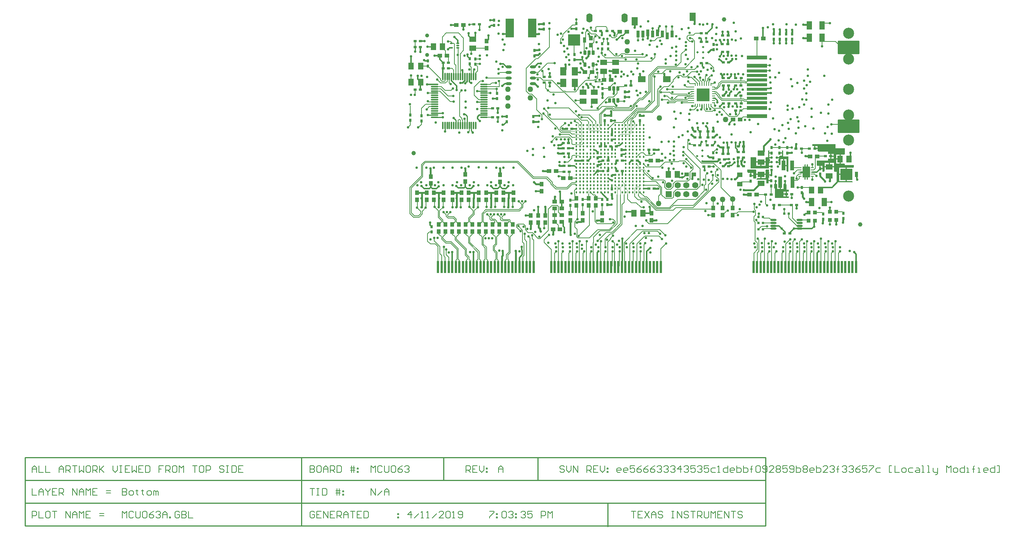
<source format=gbl>
G04*
G04 #@! TF.GenerationSoftware,Altium Limited,Altium Designer,18.1.9 (240)*
G04*
G04 Layer_Physical_Order=10*
G04 Layer_Color=16711680*
%FSAX25Y25*%
%MOIN*%
G70*
G01*
G75*
%ADD15C,0.00800*%
%ADD16C,0.01000*%
G04:AMPARAMS|DCode=27|XSize=118.11mil|YSize=192.91mil|CornerRadius=1.77mil|HoleSize=0mil|Usage=FLASHONLY|Rotation=90.000|XOffset=0mil|YOffset=0mil|HoleType=Round|Shape=RoundedRectangle|*
%AMROUNDEDRECTD27*
21,1,0.11811,0.18937,0,0,90.0*
21,1,0.11457,0.19291,0,0,90.0*
1,1,0.00354,0.09469,0.05728*
1,1,0.00354,0.09469,-0.05728*
1,1,0.00354,-0.09469,-0.05728*
1,1,0.00354,-0.09469,0.05728*
%
%ADD27ROUNDEDRECTD27*%
G04:AMPARAMS|DCode=28|XSize=31.89mil|YSize=181.1mil|CornerRadius=1.91mil|HoleSize=0mil|Usage=FLASHONLY|Rotation=90.000|XOffset=0mil|YOffset=0mil|HoleType=Round|Shape=RoundedRectangle|*
%AMROUNDEDRECTD28*
21,1,0.03189,0.17728,0,0,90.0*
21,1,0.02806,0.18110,0,0,90.0*
1,1,0.00383,0.08864,0.01403*
1,1,0.00383,0.08864,-0.01403*
1,1,0.00383,-0.08864,-0.01403*
1,1,0.00383,-0.08864,0.01403*
%
%ADD28ROUNDEDRECTD28*%
G04:AMPARAMS|DCode=29|XSize=24.02mil|YSize=181.1mil|CornerRadius=1.92mil|HoleSize=0mil|Usage=FLASHONLY|Rotation=90.000|XOffset=0mil|YOffset=0mil|HoleType=Round|Shape=RoundedRectangle|*
%AMROUNDEDRECTD29*
21,1,0.02402,0.17726,0,0,90.0*
21,1,0.02017,0.18110,0,0,90.0*
1,1,0.00384,0.08863,0.01009*
1,1,0.00384,0.08863,-0.01009*
1,1,0.00384,-0.08863,-0.01009*
1,1,0.00384,-0.08863,0.01009*
%
%ADD29ROUNDEDRECTD29*%
%ADD33R,0.04724X0.04331*%
G04:AMPARAMS|DCode=39|XSize=9.84mil|YSize=23.62mil|CornerRadius=1.97mil|HoleSize=0mil|Usage=FLASHONLY|Rotation=180.000|XOffset=0mil|YOffset=0mil|HoleType=Round|Shape=RoundedRectangle|*
%AMROUNDEDRECTD39*
21,1,0.00984,0.01968,0,0,180.0*
21,1,0.00591,0.02362,0,0,180.0*
1,1,0.00394,-0.00295,0.00984*
1,1,0.00394,0.00295,0.00984*
1,1,0.00394,0.00295,-0.00984*
1,1,0.00394,-0.00295,-0.00984*
%
%ADD39ROUNDEDRECTD39*%
G04:AMPARAMS|DCode=40|XSize=9.84mil|YSize=23.62mil|CornerRadius=1.97mil|HoleSize=0mil|Usage=FLASHONLY|Rotation=90.000|XOffset=0mil|YOffset=0mil|HoleType=Round|Shape=RoundedRectangle|*
%AMROUNDEDRECTD40*
21,1,0.00984,0.01968,0,0,90.0*
21,1,0.00591,0.02362,0,0,90.0*
1,1,0.00394,0.00984,0.00295*
1,1,0.00394,0.00984,-0.00295*
1,1,0.00394,-0.00984,-0.00295*
1,1,0.00394,-0.00984,0.00295*
%
%ADD40ROUNDEDRECTD40*%
%ADD41O,0.05512X0.01772*%
%ADD47C,0.03937*%
G04:AMPARAMS|DCode=52|XSize=23.62mil|YSize=39.37mil|CornerRadius=2.01mil|HoleSize=0mil|Usage=FLASHONLY|Rotation=180.000|XOffset=0mil|YOffset=0mil|HoleType=Round|Shape=RoundedRectangle|*
%AMROUNDEDRECTD52*
21,1,0.02362,0.03535,0,0,180.0*
21,1,0.01961,0.03937,0,0,180.0*
1,1,0.00402,-0.00980,0.01768*
1,1,0.00402,0.00980,0.01768*
1,1,0.00402,0.00980,-0.01768*
1,1,0.00402,-0.00980,-0.01768*
%
%ADD52ROUNDEDRECTD52*%
%ADD54O,0.05500X0.02362*%
%ADD55R,0.03937X0.03740*%
%ADD57R,0.03150X0.02362*%
%ADD58R,0.02362X0.03150*%
%ADD59R,0.03740X0.03937*%
%ADD60R,0.06300X0.05000*%
%ADD68R,0.02165X0.11024*%
%ADD69C,0.01968*%
%ADD105C,0.03543*%
G04:AMPARAMS|DCode=111|XSize=114.17mil|YSize=114.17mil|CornerRadius=1.71mil|HoleSize=0mil|Usage=FLASHONLY|Rotation=90.000|XOffset=0mil|YOffset=0mil|HoleType=Round|Shape=RoundedRectangle|*
%AMROUNDEDRECTD111*
21,1,0.11417,0.11075,0,0,90.0*
21,1,0.11075,0.11417,0,0,90.0*
1,1,0.00343,0.05537,0.05537*
1,1,0.00343,0.05537,-0.05537*
1,1,0.00343,-0.05537,-0.05537*
1,1,0.00343,-0.05537,0.05537*
%
%ADD111ROUNDEDRECTD111*%
%ADD114C,0.00625*%
%ADD115C,0.00600*%
%ADD116C,0.01200*%
%ADD117C,0.01500*%
%ADD119C,0.00610*%
%ADD120C,0.09843*%
%ADD121C,0.05000*%
%ADD122C,0.05512*%
%ADD123R,0.05512X0.05512*%
G04:AMPARAMS|DCode=124|XSize=82.68mil|YSize=55.12mil|CornerRadius=27.56mil|HoleSize=0mil|Usage=FLASHONLY|Rotation=270.000|XOffset=0mil|YOffset=0mil|HoleType=Round|Shape=RoundedRectangle|*
%AMROUNDEDRECTD124*
21,1,0.08268,0.00000,0,0,270.0*
21,1,0.02756,0.05512,0,0,270.0*
1,1,0.05512,0.00000,-0.01378*
1,1,0.05512,0.00000,0.01378*
1,1,0.05512,0.00000,0.01378*
1,1,0.05512,0.00000,-0.01378*
%
%ADD124ROUNDEDRECTD124*%
%ADD125C,0.02200*%
%ADD126C,0.01800*%
%ADD138C,0.00400*%
%ADD140R,0.03347X0.09055*%
%ADD141R,0.01968X0.02362*%
%ADD142R,0.02362X0.02165*%
%ADD143R,0.03504X0.10000*%
%ADD144O,0.07087X0.01181*%
%ADD145O,0.01181X0.07087*%
%ADD146R,0.04921X0.06299*%
G04:AMPARAMS|DCode=147|XSize=35.43mil|YSize=31.5mil|CornerRadius=1.89mil|HoleSize=0mil|Usage=FLASHONLY|Rotation=270.000|XOffset=0mil|YOffset=0mil|HoleType=Round|Shape=RoundedRectangle|*
%AMROUNDEDRECTD147*
21,1,0.03543,0.02772,0,0,270.0*
21,1,0.03165,0.03150,0,0,270.0*
1,1,0.00378,-0.01386,-0.01583*
1,1,0.00378,-0.01386,0.01583*
1,1,0.00378,0.01386,0.01583*
1,1,0.00378,0.01386,-0.01583*
%
%ADD147ROUNDEDRECTD147*%
G04:AMPARAMS|DCode=148|XSize=11.81mil|YSize=26.38mil|CornerRadius=1.95mil|HoleSize=0mil|Usage=FLASHONLY|Rotation=90.000|XOffset=0mil|YOffset=0mil|HoleType=Round|Shape=RoundedRectangle|*
%AMROUNDEDRECTD148*
21,1,0.01181,0.02248,0,0,90.0*
21,1,0.00791,0.02638,0,0,90.0*
1,1,0.00390,0.01124,0.00396*
1,1,0.00390,0.01124,-0.00396*
1,1,0.00390,-0.01124,-0.00396*
1,1,0.00390,-0.01124,0.00396*
%
%ADD148ROUNDEDRECTD148*%
G04:AMPARAMS|DCode=149|XSize=23.62mil|YSize=9.45mil|CornerRadius=1.98mil|HoleSize=0mil|Usage=FLASHONLY|Rotation=180.000|XOffset=0mil|YOffset=0mil|HoleType=Round|Shape=RoundedRectangle|*
%AMROUNDEDRECTD149*
21,1,0.02362,0.00548,0,0,180.0*
21,1,0.01965,0.00945,0,0,180.0*
1,1,0.00397,-0.00983,0.00274*
1,1,0.00397,0.00983,0.00274*
1,1,0.00397,0.00983,-0.00274*
1,1,0.00397,-0.00983,-0.00274*
%
%ADD149ROUNDEDRECTD149*%
G04:AMPARAMS|DCode=150|XSize=64.96mil|YSize=94.49mil|CornerRadius=3.9mil|HoleSize=0mil|Usage=FLASHONLY|Rotation=180.000|XOffset=0mil|YOffset=0mil|HoleType=Round|Shape=RoundedRectangle|*
%AMROUNDEDRECTD150*
21,1,0.06496,0.08669,0,0,180.0*
21,1,0.05717,0.09449,0,0,180.0*
1,1,0.00780,-0.02858,0.04335*
1,1,0.00780,0.02858,0.04335*
1,1,0.00780,0.02858,-0.04335*
1,1,0.00780,-0.02858,-0.04335*
%
%ADD150ROUNDEDRECTD150*%
%ADD151R,0.01968X0.02362*%
%ADD152R,0.05512X0.07480*%
%ADD153R,0.03150X0.05906*%
%ADD154R,0.07087X0.05512*%
G04:AMPARAMS|DCode=155|XSize=70.87mil|YSize=55.12mil|CornerRadius=1.93mil|HoleSize=0mil|Usage=FLASHONLY|Rotation=90.000|XOffset=0mil|YOffset=0mil|HoleType=Round|Shape=RoundedRectangle|*
%AMROUNDEDRECTD155*
21,1,0.07087,0.05126,0,0,90.0*
21,1,0.06701,0.05512,0,0,90.0*
1,1,0.00386,0.02563,0.03350*
1,1,0.00386,0.02563,-0.03350*
1,1,0.00386,-0.02563,-0.03350*
1,1,0.00386,-0.02563,0.03350*
%
%ADD155ROUNDEDRECTD155*%
%ADD156R,0.07284X0.17165*%
%ADD157R,0.05118X0.07284*%
%ADD158R,0.02362X0.01968*%
%ADD159R,0.03000X0.05000*%
%ADD160R,0.10500X0.10000*%
%ADD161R,0.05000X0.06300*%
G36*
X0328111Y0111276D02*
X0330292D01*
Y0110276D01*
X0328111D01*
Y0108201D01*
X0328111Y0108201D01*
X0328213Y0107201D01*
X0328179Y0107031D01*
X0330221D01*
Y0106031D01*
X0328179D01*
X0328242Y0105712D01*
X0328707Y0105017D01*
Y0104045D01*
X0328242Y0103351D01*
X0328179Y0103031D01*
X0330221D01*
Y0102031D01*
X0328179D01*
X0328226Y0101796D01*
X0328212Y0101679D01*
X0327930Y0100796D01*
X0327930D01*
Y0099213D01*
X0330111D01*
Y0098213D01*
X0327930D01*
Y0097000D01*
X0311501D01*
Y0107000D01*
X0316308D01*
X0316642Y0106138D01*
X0316642Y0106000D01*
Y0103138D01*
X0320792D01*
X0324942D01*
Y0106000D01*
X0324942Y0106138D01*
X0325276Y0107000D01*
X0327001D01*
Y0113000D01*
X0328111D01*
Y0111276D01*
D02*
G37*
G36*
X0362362Y0100470D02*
X0362401D01*
X0362474Y0100440D01*
X0362529Y0100384D01*
X0362559Y0100312D01*
Y0100273D01*
Y0098501D01*
X0364173D01*
X0364245Y0098471D01*
X0364300Y0098416D01*
X0364331Y0098343D01*
Y0098304D01*
Y0089249D01*
Y0089210D01*
X0364300Y0089138D01*
X0364245Y0089082D01*
X0364173Y0089052D01*
X0362559D01*
Y0087281D01*
Y0087242D01*
X0362529Y0087169D01*
X0362474Y0087114D01*
X0362401Y0087084D01*
X0361732D01*
X0361660Y0087114D01*
X0361605Y0087169D01*
X0361575Y0087242D01*
Y0087281D01*
Y0089052D01*
X0360590D01*
Y0087281D01*
Y0087242D01*
X0360560Y0087169D01*
X0360505Y0087114D01*
X0360433Y0087084D01*
X0359764D01*
X0359691Y0087114D01*
X0359636Y0087169D01*
X0359606Y0087242D01*
Y0087281D01*
Y0089052D01*
X0357992D01*
X0357920Y0089082D01*
X0357864Y0089138D01*
X0357834Y0089210D01*
Y0089249D01*
Y0098304D01*
Y0098343D01*
X0357864Y0098416D01*
X0357920Y0098471D01*
X0357992Y0098501D01*
X0359606D01*
Y0100273D01*
Y0100312D01*
X0359636Y0100384D01*
X0359691Y0100440D01*
X0359764Y0100470D01*
X0359803Y0100470D01*
X0360394D01*
Y0100470D01*
X0360433D01*
X0360505Y0100440D01*
X0360560Y0100384D01*
X0360590Y0100312D01*
Y0100273D01*
Y0098501D01*
X0361575D01*
Y0100273D01*
Y0100312D01*
X0361605Y0100384D01*
X0361660Y0100440D01*
X0361732Y0100470D01*
X0361771Y0100470D01*
X0362362D01*
Y0100470D01*
D02*
G37*
G36*
X0340501Y0107500D02*
X0345001D01*
Y0094282D01*
X0344626Y0094100D01*
X0344065Y0094325D01*
X0343626Y0094727D01*
Y0099116D01*
X0340953D01*
Y0099616D01*
X0340453D01*
Y0105144D01*
X0338280D01*
Y0100281D01*
X0337280Y0099978D01*
X0337235Y0100045D01*
X0336863Y0100294D01*
X0336545Y0100660D01*
X0336572Y0101523D01*
X0336699Y0101712D01*
X0336762Y0102031D01*
X0334721D01*
Y0103031D01*
X0336762D01*
X0336699Y0103351D01*
X0336235Y0104045D01*
Y0105017D01*
X0336699Y0105712D01*
X0336762Y0106031D01*
X0334721D01*
Y0107031D01*
X0336762D01*
X0336729Y0107201D01*
X0336919Y0107647D01*
X0337333Y0108201D01*
X0339473D01*
Y0110276D01*
X0337292D01*
Y0111276D01*
X0339473D01*
Y0113000D01*
X0340501D01*
Y0107500D01*
D02*
G37*
G36*
X0327930Y0093563D02*
X0327930Y0093481D01*
X0327984Y0093297D01*
X0328164Y0092481D01*
X0327743Y0091851D01*
X0327679Y0091531D01*
X0329721D01*
Y0090531D01*
X0327679D01*
X0327743Y0090212D01*
X0328168Y0089575D01*
X0328100Y0089261D01*
X0327816Y0088575D01*
X0327611D01*
Y0086501D01*
X0329792D01*
Y0085501D01*
X0327611D01*
Y0083500D01*
X0325501D01*
Y0087000D01*
X0316976D01*
X0316919Y0087124D01*
X0316921Y0087177D01*
X0317557Y0088138D01*
X0320292D01*
Y0091138D01*
X0316642D01*
Y0088735D01*
X0316045Y0088051D01*
X0315699Y0088000D01*
X0313705D01*
Y0090001D01*
X0311524D01*
Y0090501D01*
X0311024D01*
Y0093075D01*
X0309343D01*
X0308501Y0093458D01*
Y0096000D01*
X0316308D01*
X0316642Y0095138D01*
X0316642Y0095000D01*
Y0092138D01*
X0320792D01*
Y0091638D01*
D01*
Y0092138D01*
X0324942D01*
Y0095000D01*
X0324942Y0095138D01*
X0325276Y0096000D01*
X0327930D01*
Y0093563D01*
D02*
G37*
G36*
X0387001Y0115000D02*
X0395600D01*
Y0109723D01*
X0394717Y0109440D01*
X0394600Y0109440D01*
X0391717D01*
Y0105290D01*
Y0101140D01*
X0394600D01*
X0394717Y0101140D01*
X0395600Y0100856D01*
Y0100000D01*
X0403501D01*
Y0098440D01*
X0403021Y0097638D01*
X0402501Y0097638D01*
X0397271D01*
Y0091638D01*
Y0085638D01*
X0402033D01*
X0402600Y0084778D01*
X0402616Y0084638D01*
X0402537Y0084500D01*
X0388001D01*
Y0094000D01*
X0386211D01*
X0385770Y0094817D01*
X0385770Y0095000D01*
Y0097817D01*
X0381620D01*
X0377470D01*
Y0095000D01*
X0377470Y0094817D01*
X0377029Y0094000D01*
X0376511D01*
X0375554Y0094105D01*
X0375554Y0095000D01*
Y0096180D01*
X0373373D01*
Y0096680D01*
X0372873D01*
Y0099254D01*
X0371400D01*
X0371192Y0099255D01*
X0370400Y0099756D01*
Y0104000D01*
X0380501Y0104000D01*
Y0105636D01*
X0382395D01*
Y0107817D01*
Y0109999D01*
X0380501D01*
Y0112000D01*
X0372086D01*
X0371276Y0112457D01*
Y0114138D01*
X0368701D01*
Y0114638D01*
X0368201D01*
Y0116820D01*
X0366501D01*
Y0118700D01*
X0387001D01*
X0387001Y0115000D01*
D02*
G37*
G36*
X0342721Y0083293D02*
X0343501Y0082750D01*
Y0078000D01*
X0345501D01*
Y0076194D01*
X0343930D01*
Y0074013D01*
Y0071832D01*
X0345501D01*
Y0070500D01*
X0333001D01*
Y0079000D01*
X0333001D01*
X0332400Y0079601D01*
Y0082711D01*
X0332466Y0082822D01*
X0333221Y0083333D01*
Y0085531D01*
X0334221D01*
Y0083428D01*
X0335146Y0082847D01*
Y0078611D01*
X0337398D01*
Y0084611D01*
X0338398D01*
Y0078611D01*
X0340650D01*
Y0082852D01*
X0340896Y0083081D01*
X0341650Y0083504D01*
X0341721Y0083490D01*
Y0085531D01*
X0342721D01*
Y0083293D01*
D02*
G37*
%LPC*%
G36*
X0324942Y0102138D02*
X0321292D01*
Y0099138D01*
X0324942D01*
Y0102138D01*
D02*
G37*
G36*
X0320292D02*
X0316642D01*
Y0099138D01*
X0320292D01*
Y0102138D01*
D02*
G37*
G36*
X0343626Y0105144D02*
X0341453D01*
Y0100116D01*
X0343626D01*
Y0105144D01*
D02*
G37*
G36*
X0313705Y0093075D02*
X0312024D01*
Y0091001D01*
X0313705D01*
Y0093075D01*
D02*
G37*
G36*
X0324942Y0091138D02*
X0321292D01*
Y0088138D01*
X0324942D01*
Y0091138D01*
D02*
G37*
G36*
X0371276Y0116820D02*
X0369201D01*
Y0115138D01*
X0371276D01*
Y0116820D01*
D02*
G37*
G36*
X0385469Y0109999D02*
X0383395D01*
Y0108317D01*
X0385469D01*
Y0109999D01*
D02*
G37*
G36*
X0390717Y0109440D02*
X0387717D01*
Y0105790D01*
X0390717D01*
Y0109440D01*
D02*
G37*
G36*
X0385469Y0107317D02*
X0383395D01*
Y0105636D01*
X0385469D01*
Y0107317D01*
D02*
G37*
G36*
X0390717Y0104790D02*
X0387717D01*
Y0101140D01*
X0390717D01*
Y0104790D01*
D02*
G37*
G36*
X0385770Y0101817D02*
X0382120D01*
Y0098817D01*
X0385770D01*
Y0101817D01*
D02*
G37*
G36*
X0381120D02*
X0377470D01*
Y0098817D01*
X0381120D01*
Y0101817D01*
D02*
G37*
G36*
X0373873Y0099254D02*
Y0097180D01*
X0375554D01*
Y0099254D01*
X0373873D01*
D02*
G37*
G36*
X0396271Y0097638D02*
X0390521D01*
Y0092138D01*
X0396271D01*
Y0097638D01*
D02*
G37*
G36*
Y0091138D02*
X0390521D01*
Y0085638D01*
X0396271D01*
Y0091138D01*
D02*
G37*
G36*
X0342930Y0076194D02*
X0340855D01*
Y0074513D01*
X0342930D01*
Y0076194D01*
D02*
G37*
G36*
Y0073513D02*
X0340855D01*
Y0071832D01*
X0342930D01*
Y0073513D01*
D02*
G37*
%LPD*%
G54D15*
X-0248386Y-0188580D02*
Y-0194578D01*
X-0245387D01*
X-0244388Y-0193578D01*
Y-0192579D01*
X-0245387Y-0191579D01*
X-0248386D01*
X-0245387D01*
X-0244388Y-0190579D01*
Y-0189579D01*
X-0245387Y-0188580D01*
X-0248386D01*
X-0241389Y-0194578D02*
X-0239389D01*
X-0238390Y-0193578D01*
Y-0191579D01*
X-0239389Y-0190579D01*
X-0241389D01*
X-0242388Y-0191579D01*
Y-0193578D01*
X-0241389Y-0194578D01*
X-0235391Y-0189579D02*
Y-0190579D01*
X-0236390D01*
X-0234391D01*
X-0235391D01*
Y-0193578D01*
X-0234391Y-0194578D01*
X-0230392Y-0189579D02*
Y-0190579D01*
X-0231392D01*
X-0229393D01*
X-0230392D01*
Y-0193578D01*
X-0229393Y-0194578D01*
X-0225394D02*
X-0223394D01*
X-0222395Y-0193578D01*
Y-0191579D01*
X-0223394Y-0190579D01*
X-0225394D01*
X-0226394Y-0191579D01*
Y-0193578D01*
X-0225394Y-0194578D01*
X-0220395D02*
Y-0190579D01*
X-0219396D01*
X-0218396Y-0191579D01*
Y-0194578D01*
Y-0191579D01*
X-0217396Y-0190579D01*
X-0216397Y-0191579D01*
Y-0194578D01*
X0195113Y-0174295D02*
X0193113D01*
X0192114Y-0173296D01*
Y-0171296D01*
X0193113Y-0170297D01*
X0195113D01*
X0196112Y-0171296D01*
Y-0172296D01*
X0192114D01*
X0201111Y-0174295D02*
X0199111D01*
X0198112Y-0173296D01*
Y-0171296D01*
X0199111Y-0170297D01*
X0201111D01*
X0202110Y-0171296D01*
Y-0172296D01*
X0198112D01*
X0208108Y-0168297D02*
X0204110D01*
Y-0171296D01*
X0206109Y-0170297D01*
X0207109D01*
X0208108Y-0171296D01*
Y-0173296D01*
X0207109Y-0174295D01*
X0205109D01*
X0204110Y-0173296D01*
X0214106Y-0168297D02*
X0212107Y-0169297D01*
X0210108Y-0171296D01*
Y-0173296D01*
X0211107Y-0174295D01*
X0213107D01*
X0214106Y-0173296D01*
Y-0172296D01*
X0213107Y-0171296D01*
X0210108D01*
X0220105Y-0168297D02*
X0218105Y-0169297D01*
X0216106Y-0171296D01*
Y-0173296D01*
X0217106Y-0174295D01*
X0219105D01*
X0220105Y-0173296D01*
Y-0172296D01*
X0219105Y-0171296D01*
X0216106D01*
X0226103Y-0168297D02*
X0224103Y-0169297D01*
X0222104Y-0171296D01*
Y-0173296D01*
X0223104Y-0174295D01*
X0225103D01*
X0226103Y-0173296D01*
Y-0172296D01*
X0225103Y-0171296D01*
X0222104D01*
X0228102Y-0169297D02*
X0229102Y-0168297D01*
X0231101D01*
X0232101Y-0169297D01*
Y-0170297D01*
X0231101Y-0171296D01*
X0230101D01*
X0231101D01*
X0232101Y-0172296D01*
Y-0173296D01*
X0231101Y-0174295D01*
X0229102D01*
X0228102Y-0173296D01*
X0234100Y-0169297D02*
X0235100Y-0168297D01*
X0237099D01*
X0238099Y-0169297D01*
Y-0170297D01*
X0237099Y-0171296D01*
X0236099D01*
X0237099D01*
X0238099Y-0172296D01*
Y-0173296D01*
X0237099Y-0174295D01*
X0235100D01*
X0234100Y-0173296D01*
X0240098Y-0169297D02*
X0241098Y-0168297D01*
X0243097D01*
X0244097Y-0169297D01*
Y-0170297D01*
X0243097Y-0171296D01*
X0242097D01*
X0243097D01*
X0244097Y-0172296D01*
Y-0173296D01*
X0243097Y-0174295D01*
X0241098D01*
X0240098Y-0173296D01*
X0249095Y-0174295D02*
Y-0168297D01*
X0246096Y-0171296D01*
X0250095D01*
X0252094Y-0169297D02*
X0253094Y-0168297D01*
X0255093D01*
X0256093Y-0169297D01*
Y-0170297D01*
X0255093Y-0171296D01*
X0254094D01*
X0255093D01*
X0256093Y-0172296D01*
Y-0173296D01*
X0255093Y-0174295D01*
X0253094D01*
X0252094Y-0173296D01*
X0262091Y-0168297D02*
X0258092D01*
Y-0171296D01*
X0260092Y-0170297D01*
X0261091D01*
X0262091Y-0171296D01*
Y-0173296D01*
X0261091Y-0174295D01*
X0259092D01*
X0258092Y-0173296D01*
X0264090Y-0169297D02*
X0265090Y-0168297D01*
X0267089D01*
X0268089Y-0169297D01*
Y-0170297D01*
X0267089Y-0171296D01*
X0266090D01*
X0267089D01*
X0268089Y-0172296D01*
Y-0173296D01*
X0267089Y-0174295D01*
X0265090D01*
X0264090Y-0173296D01*
X0274087Y-0168297D02*
X0270088D01*
Y-0171296D01*
X0272088Y-0170297D01*
X0273087D01*
X0274087Y-0171296D01*
Y-0173296D01*
X0273087Y-0174295D01*
X0271088D01*
X0270088Y-0173296D01*
X0280085Y-0170297D02*
X0277086D01*
X0276086Y-0171296D01*
Y-0173296D01*
X0277086Y-0174295D01*
X0280085D01*
X0282084D02*
X0284084D01*
X0283084D01*
Y-0168297D01*
X0282084Y-0169297D01*
X0291082Y-0168297D02*
Y-0174295D01*
X0288083D01*
X0287083Y-0173296D01*
Y-0171296D01*
X0288083Y-0170297D01*
X0291082D01*
X0296080Y-0174295D02*
X0294081D01*
X0293081Y-0173296D01*
Y-0171296D01*
X0294081Y-0170297D01*
X0296080D01*
X0297080Y-0171296D01*
Y-0172296D01*
X0293081D01*
X0299079Y-0168297D02*
Y-0174295D01*
X0302078D01*
X0303078Y-0173296D01*
Y-0172296D01*
Y-0171296D01*
X0302078Y-0170297D01*
X0299079D01*
X0305077Y-0168297D02*
Y-0174295D01*
X0308076D01*
X0309076Y-0173296D01*
Y-0172296D01*
Y-0171296D01*
X0308076Y-0170297D01*
X0305077D01*
X0312075Y-0174295D02*
Y-0169297D01*
Y-0171296D01*
X0311075D01*
X0313074D01*
X0312075D01*
Y-0169297D01*
X0313074Y-0168297D01*
X0316073Y-0169297D02*
X0317073Y-0168297D01*
X0319073D01*
X0320072Y-0169297D01*
Y-0173296D01*
X0319073Y-0174295D01*
X0317073D01*
X0316073Y-0173296D01*
Y-0169297D01*
X0322072Y-0173296D02*
X0323071Y-0174295D01*
X0325071D01*
X0326070Y-0173296D01*
Y-0169297D01*
X0325071Y-0168297D01*
X0323071D01*
X0322072Y-0169297D01*
Y-0170297D01*
X0323071Y-0171296D01*
X0326070D01*
X0332068Y-0174295D02*
X0328070D01*
X0332068Y-0170297D01*
Y-0169297D01*
X0331069Y-0168297D01*
X0329069D01*
X0328070Y-0169297D01*
X0334068D02*
X0335067Y-0168297D01*
X0337067D01*
X0338066Y-0169297D01*
Y-0170297D01*
X0337067Y-0171296D01*
X0338066Y-0172296D01*
Y-0173296D01*
X0337067Y-0174295D01*
X0335067D01*
X0334068Y-0173296D01*
Y-0172296D01*
X0335067Y-0171296D01*
X0334068Y-0170297D01*
Y-0169297D01*
X0335067Y-0171296D02*
X0337067D01*
X0344064Y-0168297D02*
X0340066D01*
Y-0171296D01*
X0342065Y-0170297D01*
X0343065D01*
X0344064Y-0171296D01*
Y-0173296D01*
X0343065Y-0174295D01*
X0341065D01*
X0340066Y-0173296D01*
X0346064D02*
X0347063Y-0174295D01*
X0349063D01*
X0350062Y-0173296D01*
Y-0169297D01*
X0349063Y-0168297D01*
X0347063D01*
X0346064Y-0169297D01*
Y-0170297D01*
X0347063Y-0171296D01*
X0350062D01*
X0352062Y-0168297D02*
Y-0174295D01*
X0355061D01*
X0356061Y-0173296D01*
Y-0172296D01*
Y-0171296D01*
X0355061Y-0170297D01*
X0352062D01*
X0358060Y-0169297D02*
X0359060Y-0168297D01*
X0361059D01*
X0362059Y-0169297D01*
Y-0170297D01*
X0361059Y-0171296D01*
X0362059Y-0172296D01*
Y-0173296D01*
X0361059Y-0174295D01*
X0359060D01*
X0358060Y-0173296D01*
Y-0172296D01*
X0359060Y-0171296D01*
X0358060Y-0170297D01*
Y-0169297D01*
X0359060Y-0171296D02*
X0361059D01*
X0367057Y-0174295D02*
X0365058D01*
X0364058Y-0173296D01*
Y-0171296D01*
X0365058Y-0170297D01*
X0367057D01*
X0368057Y-0171296D01*
Y-0172296D01*
X0364058D01*
X0370056Y-0168297D02*
Y-0174295D01*
X0373055D01*
X0374055Y-0173296D01*
Y-0172296D01*
Y-0171296D01*
X0373055Y-0170297D01*
X0370056D01*
X0380053Y-0174295D02*
X0376054D01*
X0380053Y-0170297D01*
Y-0169297D01*
X0379053Y-0168297D01*
X0377054D01*
X0376054Y-0169297D01*
X0382052D02*
X0383052Y-0168297D01*
X0385051D01*
X0386051Y-0169297D01*
Y-0170297D01*
X0385051Y-0171296D01*
X0384051D01*
X0385051D01*
X0386051Y-0172296D01*
Y-0173296D01*
X0385051Y-0174295D01*
X0383052D01*
X0382052Y-0173296D01*
X0389050Y-0174295D02*
Y-0169297D01*
Y-0171296D01*
X0388050D01*
X0390050D01*
X0389050D01*
Y-0169297D01*
X0390050Y-0168297D01*
X0393049Y-0169297D02*
X0394048Y-0168297D01*
X0396048D01*
X0397047Y-0169297D01*
Y-0170297D01*
X0396048Y-0171296D01*
X0395048D01*
X0396048D01*
X0397047Y-0172296D01*
Y-0173296D01*
X0396048Y-0174295D01*
X0394048D01*
X0393049Y-0173296D01*
X0399047Y-0169297D02*
X0400046Y-0168297D01*
X0402046D01*
X0403045Y-0169297D01*
Y-0170297D01*
X0402046Y-0171296D01*
X0401046D01*
X0402046D01*
X0403045Y-0172296D01*
Y-0173296D01*
X0402046Y-0174295D01*
X0400046D01*
X0399047Y-0173296D01*
X0409043Y-0168297D02*
X0407044Y-0169297D01*
X0405045Y-0171296D01*
Y-0173296D01*
X0406044Y-0174295D01*
X0408044D01*
X0409043Y-0173296D01*
Y-0172296D01*
X0408044Y-0171296D01*
X0405045D01*
X0415041Y-0168297D02*
X0411043D01*
Y-0171296D01*
X0413042Y-0170297D01*
X0414042D01*
X0415041Y-0171296D01*
Y-0173296D01*
X0414042Y-0174295D01*
X0412043D01*
X0411043Y-0173296D01*
X0417041Y-0168297D02*
X0421039D01*
Y-0169297D01*
X0417041Y-0173296D01*
Y-0174295D01*
X0427038Y-0170297D02*
X0424039D01*
X0423039Y-0171296D01*
Y-0173296D01*
X0424039Y-0174295D01*
X0427038D01*
X0437034D02*
X0435035D01*
Y-0168297D01*
X0437034D01*
X0440033D02*
Y-0174295D01*
X0444032D01*
X0447031D02*
X0449030D01*
X0450030Y-0173296D01*
Y-0171296D01*
X0449030Y-0170297D01*
X0447031D01*
X0446032Y-0171296D01*
Y-0173296D01*
X0447031Y-0174295D01*
X0456028Y-0170297D02*
X0453029D01*
X0452030Y-0171296D01*
Y-0173296D01*
X0453029Y-0174295D01*
X0456028D01*
X0459027Y-0170297D02*
X0461027D01*
X0462026Y-0171296D01*
Y-0174295D01*
X0459027D01*
X0458028Y-0173296D01*
X0459027Y-0172296D01*
X0462026D01*
X0464026Y-0174295D02*
X0466025D01*
X0465025D01*
Y-0168297D01*
X0464026D01*
X0469024Y-0174295D02*
X0471023D01*
X0470024D01*
Y-0168297D01*
X0469024D01*
X0474022Y-0170297D02*
Y-0173296D01*
X0475022Y-0174295D01*
X0478021D01*
Y-0175295D01*
X0477021Y-0176295D01*
X0476022D01*
X0478021Y-0174295D02*
Y-0170297D01*
X0486019Y-0174295D02*
Y-0168297D01*
X0488018Y-0170297D01*
X0490017Y-0168297D01*
Y-0174295D01*
X0493016D02*
X0495016D01*
X0496015Y-0173296D01*
Y-0171296D01*
X0495016Y-0170297D01*
X0493016D01*
X0492017Y-0171296D01*
Y-0173296D01*
X0493016Y-0174295D01*
X0502013Y-0168297D02*
Y-0174295D01*
X0499014D01*
X0498015Y-0173296D01*
Y-0171296D01*
X0499014Y-0170297D01*
X0502013D01*
X0504013Y-0174295D02*
X0506012D01*
X0505012D01*
Y-0170297D01*
X0504013D01*
X0510011Y-0174295D02*
Y-0169297D01*
Y-0171296D01*
X0509011D01*
X0511010D01*
X0510011D01*
Y-0169297D01*
X0511010Y-0168297D01*
X0514010Y-0174295D02*
X0516009D01*
X0515009D01*
Y-0170297D01*
X0514010D01*
X0522007Y-0174295D02*
X0520008D01*
X0519008Y-0173296D01*
Y-0171296D01*
X0520008Y-0170297D01*
X0522007D01*
X0523006Y-0171296D01*
Y-0172296D01*
X0519008D01*
X0529005Y-0168297D02*
Y-0174295D01*
X0526006D01*
X0525006Y-0173296D01*
Y-0171296D01*
X0526006Y-0170297D01*
X0529005D01*
X0531004Y-0174295D02*
X0533003D01*
Y-0168297D01*
X0531004D01*
X0145512Y-0169297D02*
X0144513Y-0168297D01*
X0142513D01*
X0141514Y-0169297D01*
Y-0170297D01*
X0142513Y-0171296D01*
X0144513D01*
X0145512Y-0172296D01*
Y-0173296D01*
X0144513Y-0174295D01*
X0142513D01*
X0141514Y-0173296D01*
X0147512Y-0168297D02*
Y-0172296D01*
X0149511Y-0174295D01*
X0151510Y-0172296D01*
Y-0168297D01*
X0153510Y-0174295D02*
Y-0168297D01*
X0157508Y-0174295D01*
Y-0168297D01*
X0165506Y-0174295D02*
Y-0168297D01*
X0168505D01*
X0169504Y-0169297D01*
Y-0171296D01*
X0168505Y-0172296D01*
X0165506D01*
X0167505D02*
X0169504Y-0174295D01*
X0175503Y-0168297D02*
X0171504D01*
Y-0174295D01*
X0175503D01*
X0171504Y-0171296D02*
X0173503D01*
X0177502Y-0168297D02*
Y-0172296D01*
X0179501Y-0174295D01*
X0181501Y-0172296D01*
Y-0168297D01*
X0183500Y-0170297D02*
X0184500D01*
Y-0171296D01*
X0183500D01*
Y-0170297D01*
Y-0173296D02*
X0184500D01*
Y-0174295D01*
X0183500D01*
Y-0173296D01*
X0057714Y-0174295D02*
Y-0168297D01*
X0060713D01*
X0061712Y-0169297D01*
Y-0171296D01*
X0060713Y-0172296D01*
X0057714D01*
X0059713D02*
X0061712Y-0174295D01*
X0067710Y-0168297D02*
X0063712D01*
Y-0174295D01*
X0067710D01*
X0063712Y-0171296D02*
X0065711D01*
X0069710Y-0168297D02*
Y-0172296D01*
X0071709Y-0174295D01*
X0073708Y-0172296D01*
Y-0168297D01*
X0075708Y-0170297D02*
X0076708D01*
Y-0171296D01*
X0075708D01*
Y-0170297D01*
Y-0173296D02*
X0076708D01*
Y-0174295D01*
X0075708D01*
Y-0173296D01*
X-0248386Y-0215162D02*
Y-0209164D01*
X-0246387Y-0211163D01*
X-0244388Y-0209164D01*
Y-0215162D01*
X-0238390Y-0210164D02*
X-0239389Y-0209164D01*
X-0241389D01*
X-0242388Y-0210164D01*
Y-0214162D01*
X-0241389Y-0215162D01*
X-0239389D01*
X-0238390Y-0214162D01*
X-0236390Y-0209164D02*
Y-0214162D01*
X-0235391Y-0215162D01*
X-0233391D01*
X-0232392Y-0214162D01*
Y-0209164D01*
X-0230392Y-0210164D02*
X-0229393Y-0209164D01*
X-0227393D01*
X-0226394Y-0210164D01*
Y-0214162D01*
X-0227393Y-0215162D01*
X-0229393D01*
X-0230392Y-0214162D01*
Y-0210164D01*
X-0220395Y-0209164D02*
X-0222395Y-0210164D01*
X-0224394Y-0212163D01*
Y-0214162D01*
X-0223394Y-0215162D01*
X-0221395D01*
X-0220395Y-0214162D01*
Y-0213163D01*
X-0221395Y-0212163D01*
X-0224394D01*
X-0218396Y-0210164D02*
X-0217396Y-0209164D01*
X-0215397D01*
X-0214397Y-0210164D01*
Y-0211163D01*
X-0215397Y-0212163D01*
X-0216397D01*
X-0215397D01*
X-0214397Y-0213163D01*
Y-0214162D01*
X-0215397Y-0215162D01*
X-0217396D01*
X-0218396Y-0214162D01*
X-0212398Y-0215162D02*
Y-0211163D01*
X-0210399Y-0209164D01*
X-0208399Y-0211163D01*
Y-0215162D01*
Y-0212163D01*
X-0212398D01*
X-0206400Y-0215162D02*
Y-0214162D01*
X-0205400D01*
Y-0215162D01*
X-0206400D01*
X-0197403Y-0210164D02*
X-0198403Y-0209164D01*
X-0200402D01*
X-0201402Y-0210164D01*
Y-0214162D01*
X-0200402Y-0215162D01*
X-0198403D01*
X-0197403Y-0214162D01*
Y-0212163D01*
X-0199402D01*
X-0195404Y-0209164D02*
Y-0215162D01*
X-0192404D01*
X-0191405Y-0214162D01*
Y-0213163D01*
X-0192404Y-0212163D01*
X-0195404D01*
X-0192404D01*
X-0191405Y-0211163D01*
Y-0210164D01*
X-0192404Y-0209164D01*
X-0195404D01*
X-0189406D02*
Y-0215162D01*
X-0185407D01*
X0008863D02*
Y-0209164D01*
X0005864Y-0212163D01*
X0009862D01*
X0011862Y-0215162D02*
X0015860Y-0211163D01*
X0017860Y-0215162D02*
X0019859D01*
X0018859D01*
Y-0209164D01*
X0017860Y-0210164D01*
X0022858Y-0215162D02*
X0024858D01*
X0023858D01*
Y-0209164D01*
X0022858Y-0210164D01*
X0027856Y-0215162D02*
X0031855Y-0211163D01*
X0037853Y-0215162D02*
X0033854D01*
X0037853Y-0211163D01*
Y-0210164D01*
X0036854Y-0209164D01*
X0034854D01*
X0033854Y-0210164D01*
X0039853D02*
X0040852Y-0209164D01*
X0042852D01*
X0043851Y-0210164D01*
Y-0214162D01*
X0042852Y-0215162D01*
X0040852D01*
X0039853Y-0214162D01*
Y-0210164D01*
X0045851Y-0215162D02*
X0047850D01*
X0046850D01*
Y-0209164D01*
X0045851Y-0210164D01*
X0050849Y-0214162D02*
X0051849Y-0215162D01*
X0053848D01*
X0054848Y-0214162D01*
Y-0210164D01*
X0053848Y-0209164D01*
X0051849D01*
X0050849Y-0210164D01*
Y-0211163D01*
X0051849Y-0212163D01*
X0054848D01*
X-0077088Y-0210164D02*
X-0078087Y-0209164D01*
X-0080087D01*
X-0081086Y-0210164D01*
Y-0214162D01*
X-0080087Y-0215162D01*
X-0078087D01*
X-0077088Y-0214162D01*
Y-0212163D01*
X-0079087D01*
X-0071090Y-0209164D02*
X-0075088D01*
Y-0215162D01*
X-0071090D01*
X-0075088Y-0212163D02*
X-0073089D01*
X-0069090Y-0215162D02*
Y-0209164D01*
X-0065092Y-0215162D01*
Y-0209164D01*
X-0059093D02*
X-0063092D01*
Y-0215162D01*
X-0059093D01*
X-0063092Y-0212163D02*
X-0061093D01*
X-0057094Y-0215162D02*
Y-0209164D01*
X-0054095D01*
X-0053096Y-0210164D01*
Y-0212163D01*
X-0054095Y-0213163D01*
X-0057094D01*
X-0055095D02*
X-0053096Y-0215162D01*
X-0051096D02*
Y-0211163D01*
X-0049097Y-0209164D01*
X-0047097Y-0211163D01*
Y-0215162D01*
Y-0212163D01*
X-0051096D01*
X-0045098Y-0209164D02*
X-0041099D01*
X-0043099D01*
Y-0215162D01*
X-0035101Y-0209164D02*
X-0039100D01*
Y-0215162D01*
X-0035101D01*
X-0039100Y-0212163D02*
X-0037101D01*
X-0033102Y-0209164D02*
Y-0215162D01*
X-0030103D01*
X-0029103Y-0214162D01*
Y-0210164D01*
X-0030103Y-0209164D01*
X-0033102D01*
X-0003112Y-0211163D02*
X-0002112D01*
Y-0212163D01*
X-0003112D01*
Y-0211163D01*
Y-0214162D02*
X-0002112D01*
Y-0215162D01*
X-0003112D01*
Y-0214162D01*
X-0328936Y-0174295D02*
Y-0170297D01*
X-0326937Y-0168297D01*
X-0324938Y-0170297D01*
Y-0174295D01*
Y-0171296D01*
X-0328936D01*
X-0322938Y-0168297D02*
Y-0174295D01*
X-0318940D01*
X-0316940Y-0168297D02*
Y-0174295D01*
X-0312942D01*
X-0304944D02*
Y-0170297D01*
X-0302945Y-0168297D01*
X-0300945Y-0170297D01*
Y-0174295D01*
Y-0171296D01*
X-0304944D01*
X-0298946Y-0174295D02*
Y-0168297D01*
X-0295947D01*
X-0294947Y-0169297D01*
Y-0171296D01*
X-0295947Y-0172296D01*
X-0298946D01*
X-0296947D02*
X-0294947Y-0174295D01*
X-0292948Y-0168297D02*
X-0288949D01*
X-0290949D01*
Y-0174295D01*
X-0286950Y-0168297D02*
Y-0174295D01*
X-0284951Y-0172296D01*
X-0282951Y-0174295D01*
Y-0168297D01*
X-0277953D02*
X-0279952D01*
X-0280952Y-0169297D01*
Y-0173296D01*
X-0279952Y-0174295D01*
X-0277953D01*
X-0276953Y-0173296D01*
Y-0169297D01*
X-0277953Y-0168297D01*
X-0274954Y-0174295D02*
Y-0168297D01*
X-0271955D01*
X-0270955Y-0169297D01*
Y-0171296D01*
X-0271955Y-0172296D01*
X-0274954D01*
X-0272955D02*
X-0270955Y-0174295D01*
X-0268956Y-0168297D02*
Y-0174295D01*
Y-0172296D01*
X-0264957Y-0168297D01*
X-0267956Y-0171296D01*
X-0264957Y-0174295D01*
X-0256960Y-0168297D02*
Y-0172296D01*
X-0254960Y-0174295D01*
X-0252961Y-0172296D01*
Y-0168297D01*
X-0250962D02*
X-0248962D01*
X-0249962D01*
Y-0174295D01*
X-0250962D01*
X-0248962D01*
X-0241965Y-0168297D02*
X-0245963D01*
Y-0174295D01*
X-0241965D01*
X-0245963Y-0171296D02*
X-0243964D01*
X-0239965Y-0168297D02*
Y-0174295D01*
X-0237966Y-0172296D01*
X-0235966Y-0174295D01*
Y-0168297D01*
X-0229968D02*
X-0233967D01*
Y-0174295D01*
X-0229968D01*
X-0233967Y-0171296D02*
X-0231968D01*
X-0227969Y-0168297D02*
Y-0174295D01*
X-0224970D01*
X-0223970Y-0173296D01*
Y-0169297D01*
X-0224970Y-0168297D01*
X-0227969D01*
X-0211974D02*
X-0215973D01*
Y-0171296D01*
X-0213974D01*
X-0215973D01*
Y-0174295D01*
X-0209975D02*
Y-0168297D01*
X-0206976D01*
X-0205976Y-0169297D01*
Y-0171296D01*
X-0206976Y-0172296D01*
X-0209975D01*
X-0207976D02*
X-0205976Y-0174295D01*
X-0200978Y-0168297D02*
X-0202977D01*
X-0203977Y-0169297D01*
Y-0173296D01*
X-0202977Y-0174295D01*
X-0200978D01*
X-0199978Y-0173296D01*
Y-0169297D01*
X-0200978Y-0168297D01*
X-0197979Y-0174295D02*
Y-0168297D01*
X-0195979Y-0170297D01*
X-0193980Y-0168297D01*
Y-0174295D01*
X-0185983Y-0168297D02*
X-0181984D01*
X-0183983D01*
Y-0174295D01*
X-0176986Y-0168297D02*
X-0178985D01*
X-0179985Y-0169297D01*
Y-0173296D01*
X-0178985Y-0174295D01*
X-0176986D01*
X-0175986Y-0173296D01*
Y-0169297D01*
X-0176986Y-0168297D01*
X-0173986Y-0174295D02*
Y-0168297D01*
X-0170987D01*
X-0169988Y-0169297D01*
Y-0171296D01*
X-0170987Y-0172296D01*
X-0173986D01*
X-0157992Y-0169297D02*
X-0158991Y-0168297D01*
X-0160991D01*
X-0161990Y-0169297D01*
Y-0170297D01*
X-0160991Y-0171296D01*
X-0158991D01*
X-0157992Y-0172296D01*
Y-0173296D01*
X-0158991Y-0174295D01*
X-0160991D01*
X-0161990Y-0173296D01*
X-0155992Y-0168297D02*
X-0153993D01*
X-0154993D01*
Y-0174295D01*
X-0155992D01*
X-0153993D01*
X-0150994Y-0168297D02*
Y-0174295D01*
X-0147995D01*
X-0146995Y-0173296D01*
Y-0169297D01*
X-0147995Y-0168297D01*
X-0150994D01*
X-0140997D02*
X-0144996D01*
Y-0174295D01*
X-0140997D01*
X-0144996Y-0171296D02*
X-0142997D01*
X0086864Y-0174295D02*
Y-0170297D01*
X0088863Y-0168297D01*
X0090862Y-0170297D01*
Y-0174295D01*
Y-0171296D01*
X0086864D01*
X-0026736Y-0174295D02*
Y-0168297D01*
X-0024737Y-0170297D01*
X-0022738Y-0168297D01*
Y-0174295D01*
X-0016740Y-0169297D02*
X-0017739Y-0168297D01*
X-0019739D01*
X-0020738Y-0169297D01*
Y-0173296D01*
X-0019739Y-0174295D01*
X-0017739D01*
X-0016740Y-0173296D01*
X-0014740Y-0168297D02*
Y-0173296D01*
X-0013741Y-0174295D01*
X-0011741D01*
X-0010742Y-0173296D01*
Y-0168297D01*
X-0008742Y-0169297D02*
X-0007743Y-0168297D01*
X-0005743D01*
X-0004744Y-0169297D01*
Y-0173296D01*
X-0005743Y-0174295D01*
X-0007743D01*
X-0008742Y-0173296D01*
Y-0169297D01*
X0001255Y-0168297D02*
X-0000745Y-0169297D01*
X-0002744Y-0171296D01*
Y-0173296D01*
X-0001744Y-0174295D01*
X0000255D01*
X0001255Y-0173296D01*
Y-0172296D01*
X0000255Y-0171296D01*
X-0002744D01*
X0003254Y-0169297D02*
X0004254Y-0168297D01*
X0006253D01*
X0007253Y-0169297D01*
Y-0170297D01*
X0006253Y-0171296D01*
X0005253D01*
X0006253D01*
X0007253Y-0172296D01*
Y-0173296D01*
X0006253Y-0174295D01*
X0004254D01*
X0003254Y-0173296D01*
X-0081286Y-0168297D02*
Y-0174295D01*
X-0078287D01*
X-0077288Y-0173296D01*
Y-0172296D01*
X-0078287Y-0171296D01*
X-0081286D01*
X-0078287D01*
X-0077288Y-0170297D01*
Y-0169297D01*
X-0078287Y-0168297D01*
X-0081286D01*
X-0072289D02*
X-0074289D01*
X-0075288Y-0169297D01*
Y-0173296D01*
X-0074289Y-0174295D01*
X-0072289D01*
X-0071290Y-0173296D01*
Y-0169297D01*
X-0072289Y-0168297D01*
X-0069290Y-0174295D02*
Y-0170297D01*
X-0067291Y-0168297D01*
X-0065292Y-0170297D01*
Y-0174295D01*
Y-0171296D01*
X-0069290D01*
X-0063292Y-0174295D02*
Y-0168297D01*
X-0060293D01*
X-0059294Y-0169297D01*
Y-0171296D01*
X-0060293Y-0172296D01*
X-0063292D01*
X-0061293D02*
X-0059294Y-0174295D01*
X-0057294Y-0168297D02*
Y-0174295D01*
X-0054295D01*
X-0053295Y-0173296D01*
Y-0169297D01*
X-0054295Y-0168297D01*
X-0057294D01*
X-0044298Y-0174295D02*
Y-0168297D01*
X-0042299D02*
Y-0174295D01*
X-0045298Y-0170297D02*
X-0042299D01*
X-0041299D01*
X-0045298Y-0172296D02*
X-0041299D01*
X-0039300Y-0170297D02*
X-0038300D01*
Y-0171296D01*
X-0039300D01*
Y-0170297D01*
Y-0173296D02*
X-0038300D01*
Y-0174295D01*
X-0039300D01*
Y-0173296D01*
X-0328936Y-0188580D02*
Y-0194578D01*
X-0324938D01*
X-0322938D02*
Y-0190579D01*
X-0320939Y-0188580D01*
X-0318940Y-0190579D01*
Y-0194578D01*
Y-0191579D01*
X-0322938D01*
X-0316940Y-0188580D02*
Y-0189579D01*
X-0314941Y-0191579D01*
X-0312942Y-0189579D01*
Y-0188580D01*
X-0314941Y-0191579D02*
Y-0194578D01*
X-0306943Y-0188580D02*
X-0310942D01*
Y-0194578D01*
X-0306943D01*
X-0310942Y-0191579D02*
X-0308943D01*
X-0304944Y-0194578D02*
Y-0188580D01*
X-0301945D01*
X-0300945Y-0189579D01*
Y-0191579D01*
X-0301945Y-0192579D01*
X-0304944D01*
X-0302945D02*
X-0300945Y-0194578D01*
X-0292948D02*
Y-0188580D01*
X-0288949Y-0194578D01*
Y-0188580D01*
X-0286950Y-0194578D02*
Y-0190579D01*
X-0284951Y-0188580D01*
X-0282951Y-0190579D01*
Y-0194578D01*
Y-0191579D01*
X-0286950D01*
X-0280952Y-0194578D02*
Y-0188580D01*
X-0278953Y-0190579D01*
X-0276953Y-0188580D01*
Y-0194578D01*
X-0270955Y-0188580D02*
X-0274954D01*
Y-0194578D01*
X-0270955D01*
X-0274954Y-0191579D02*
X-0272955D01*
X-0262958Y-0192579D02*
X-0258959D01*
X-0262958Y-0190579D02*
X-0258959D01*
X-0328936Y-0215162D02*
Y-0209164D01*
X-0325937D01*
X-0324938Y-0210164D01*
Y-0212163D01*
X-0325937Y-0213163D01*
X-0328936D01*
X-0322938Y-0209164D02*
Y-0215162D01*
X-0318940D01*
X-0313941Y-0209164D02*
X-0315941D01*
X-0316940Y-0210164D01*
Y-0214162D01*
X-0315941Y-0215162D01*
X-0313941D01*
X-0312942Y-0214162D01*
Y-0210164D01*
X-0313941Y-0209164D01*
X-0310942D02*
X-0306943D01*
X-0308943D01*
Y-0215162D01*
X-0298946D02*
Y-0209164D01*
X-0294947Y-0215162D01*
Y-0209164D01*
X-0292948Y-0215162D02*
Y-0211163D01*
X-0290949Y-0209164D01*
X-0288949Y-0211163D01*
Y-0215162D01*
Y-0212163D01*
X-0292948D01*
X-0286950Y-0215162D02*
Y-0209164D01*
X-0284951Y-0211163D01*
X-0282951Y-0209164D01*
Y-0215162D01*
X-0276953Y-0209164D02*
X-0280952D01*
Y-0215162D01*
X-0276953D01*
X-0280952Y-0212163D02*
X-0278953D01*
X-0268956Y-0213163D02*
X-0264957D01*
X-0268956Y-0211163D02*
X-0264957D01*
X0078764Y-0209164D02*
X0082762D01*
Y-0210164D01*
X0078764Y-0214162D01*
Y-0215162D01*
X0084762Y-0211163D02*
X0085761D01*
Y-0212163D01*
X0084762D01*
Y-0211163D01*
Y-0214162D02*
X0085761D01*
Y-0215162D01*
X0084762D01*
Y-0214162D01*
X0089760Y-0210164D02*
X0090760Y-0209164D01*
X0092759D01*
X0093759Y-0210164D01*
Y-0214162D01*
X0092759Y-0215162D01*
X0090760D01*
X0089760Y-0214162D01*
Y-0210164D01*
X0095758D02*
X0096758Y-0209164D01*
X0098757D01*
X0099757Y-0210164D01*
Y-0211163D01*
X0098757Y-0212163D01*
X0097757D01*
X0098757D01*
X0099757Y-0213163D01*
Y-0214162D01*
X0098757Y-0215162D01*
X0096758D01*
X0095758Y-0214162D01*
X0101756Y-0211163D02*
X0102756D01*
Y-0212163D01*
X0101756D01*
Y-0211163D01*
Y-0214162D02*
X0102756D01*
Y-0215162D01*
X0101756D01*
Y-0214162D01*
X0106755Y-0210164D02*
X0107754Y-0209164D01*
X0109754D01*
X0110753Y-0210164D01*
Y-0211163D01*
X0109754Y-0212163D01*
X0108754D01*
X0109754D01*
X0110753Y-0213163D01*
Y-0214162D01*
X0109754Y-0215162D01*
X0107754D01*
X0106755Y-0214162D01*
X0116751Y-0209164D02*
X0112753D01*
Y-0212163D01*
X0114752Y-0211163D01*
X0115752D01*
X0116751Y-0212163D01*
Y-0214162D01*
X0115752Y-0215162D01*
X0113752D01*
X0112753Y-0214162D01*
X0124749Y-0215162D02*
Y-0209164D01*
X0127748D01*
X0128747Y-0210164D01*
Y-0212163D01*
X0127748Y-0213163D01*
X0124749D01*
X0130747Y-0215162D02*
Y-0209164D01*
X0132746Y-0211163D01*
X0134746Y-0209164D01*
Y-0215162D01*
X0205214Y-0209164D02*
X0209212D01*
X0207213D01*
Y-0215162D01*
X0215210Y-0209164D02*
X0211212D01*
Y-0215162D01*
X0215210D01*
X0211212Y-0212163D02*
X0213211D01*
X0217210Y-0209164D02*
X0221208Y-0215162D01*
Y-0209164D02*
X0217210Y-0215162D01*
X0223208D02*
Y-0211163D01*
X0225207Y-0209164D01*
X0227206Y-0211163D01*
Y-0215162D01*
Y-0212163D01*
X0223208D01*
X0233205Y-0210164D02*
X0232205Y-0209164D01*
X0230205D01*
X0229206Y-0210164D01*
Y-0211163D01*
X0230205Y-0212163D01*
X0232205D01*
X0233205Y-0213163D01*
Y-0214162D01*
X0232205Y-0215162D01*
X0230205D01*
X0229206Y-0214162D01*
X0241202Y-0209164D02*
X0243201D01*
X0242202D01*
Y-0215162D01*
X0241202D01*
X0243201D01*
X0246200D02*
Y-0209164D01*
X0250199Y-0215162D01*
Y-0209164D01*
X0256197Y-0210164D02*
X0255197Y-0209164D01*
X0253198D01*
X0252198Y-0210164D01*
Y-0211163D01*
X0253198Y-0212163D01*
X0255197D01*
X0256197Y-0213163D01*
Y-0214162D01*
X0255197Y-0215162D01*
X0253198D01*
X0252198Y-0214162D01*
X0258196Y-0209164D02*
X0262195D01*
X0260196D01*
Y-0215162D01*
X0264194D02*
Y-0209164D01*
X0267194D01*
X0268193Y-0210164D01*
Y-0212163D01*
X0267194Y-0213163D01*
X0264194D01*
X0266194D02*
X0268193Y-0215162D01*
X0270193Y-0209164D02*
Y-0214162D01*
X0271192Y-0215162D01*
X0273192D01*
X0274191Y-0214162D01*
Y-0209164D01*
X0276191Y-0215162D02*
Y-0209164D01*
X0278190Y-0211163D01*
X0280189Y-0209164D01*
Y-0215162D01*
X0286187Y-0209164D02*
X0282189D01*
Y-0215162D01*
X0286187D01*
X0282189Y-0212163D02*
X0284188D01*
X0288187Y-0215162D02*
Y-0209164D01*
X0292185Y-0215162D01*
Y-0209164D01*
X0294185D02*
X0298183D01*
X0296184D01*
Y-0215162D01*
X0304182Y-0210164D02*
X0303182Y-0209164D01*
X0301183D01*
X0300183Y-0210164D01*
Y-0211163D01*
X0301183Y-0212163D01*
X0303182D01*
X0304182Y-0213163D01*
Y-0214162D01*
X0303182Y-0215162D01*
X0301183D01*
X0300183Y-0214162D01*
X-0081286Y-0188630D02*
X-0077288D01*
X-0079287D01*
Y-0194629D01*
X-0075288Y-0188630D02*
X-0073289D01*
X-0074289D01*
Y-0194629D01*
X-0075288D01*
X-0073289D01*
X-0070290Y-0188630D02*
Y-0194629D01*
X-0067291D01*
X-0066291Y-0193629D01*
Y-0189630D01*
X-0067291Y-0188630D01*
X-0070290D01*
X-0057294Y-0194629D02*
Y-0188630D01*
X-0055295D02*
Y-0194629D01*
X-0058294Y-0190630D02*
X-0055295D01*
X-0054295D01*
X-0058294Y-0192629D02*
X-0054295D01*
X-0052296Y-0190630D02*
X-0051296D01*
Y-0191630D01*
X-0052296D01*
Y-0190630D01*
Y-0193629D02*
X-0051296D01*
Y-0194629D01*
X-0052296D01*
Y-0193629D01*
X-0026736Y-0194629D02*
Y-0188630D01*
X-0022738Y-0194629D01*
Y-0188630D01*
X-0020738Y-0194629D02*
X-0016740Y-0190630D01*
X-0014740Y-0194629D02*
Y-0190630D01*
X-0012741Y-0188630D01*
X-0010742Y-0190630D01*
Y-0194629D01*
Y-0191630D01*
X-0014740D01*
G54D16*
X0086078Y0147258D02*
Y0150161D01*
X0048865Y0135413D02*
Y0140065D01*
X0046927Y0142003D02*
X0048865Y0140065D01*
X0069706Y0220609D02*
Y0225467D01*
X0067818Y0166121D02*
X0073669D01*
X0058708Y0174308D02*
Y0179114D01*
X0012354Y0201418D02*
Y0205161D01*
X0023716Y0205661D02*
X0028716D01*
X0023595Y0205540D02*
X0023716Y0205661D01*
X0023905Y0144468D02*
X0029968D01*
X0064613Y0184494D02*
X0065296Y0185177D01*
X0064613Y0179114D02*
Y0184494D01*
X0056196Y0145177D02*
X0057196D01*
X0058708Y0143665D01*
Y0135413D02*
Y0143665D01*
X0062645Y0130528D02*
X0063796Y0129377D01*
X0062645Y0130528D02*
Y0135413D01*
X0029968Y0146437D02*
X0030028Y0146377D01*
X0037196D01*
X0037174Y0142499D02*
X0037196Y0142477D01*
X0029968Y0142499D02*
X0037174D01*
X0023696Y0144677D02*
X0023905Y0144468D01*
X0086078Y0139558D02*
Y0142661D01*
X0039023Y0129992D02*
Y0135413D01*
X0063796Y0128877D02*
Y0129377D01*
X0067818Y0156279D02*
X0073669D01*
X0061216Y0195023D02*
Y0195023D01*
X0121914Y-0181412D02*
Y-0161079D01*
X0037914Y-0181412D02*
Y-0161079D01*
X-0335286Y-0181412D02*
X0324914D01*
X-0335286Y-0201745D02*
X0324714D01*
X-0335286Y-0222079D02*
X0065214D01*
X-0335236Y-0161079D02*
X0324914D01*
X-0335236Y-0222079D02*
Y-0161079D01*
Y-0222079D02*
X-0177686D01*
X-0335286D02*
Y-0161079D01*
X-0088786Y-0222079D02*
Y-0161079D01*
X0324914Y-0222079D02*
Y-0161079D01*
X0065214Y-0222079D02*
X0324914D01*
X0184114Y-0222729D02*
Y-0202445D01*
G54D27*
X0398740Y0204890D02*
D03*
Y0134654D02*
D03*
G54D28*
X0317283Y0195796D02*
D03*
Y0188551D02*
D03*
Y0150992D02*
D03*
Y0143748D02*
D03*
G54D29*
Y0183827D02*
D03*
Y0171780D02*
D03*
Y0167764D02*
D03*
Y0179811D02*
D03*
Y0175795D02*
D03*
Y0159732D02*
D03*
Y0155717D02*
D03*
Y0163748D02*
D03*
G54D33*
X0301792Y0091272D02*
D03*
Y0083004D02*
D03*
G54D39*
X0275997Y0172055D02*
D03*
X0272060D02*
D03*
X0274028D02*
D03*
X0268123D02*
D03*
X0270092D02*
D03*
X0274028Y0153157D02*
D03*
X0275997D02*
D03*
X0270092D02*
D03*
X0272060D02*
D03*
X0268123D02*
D03*
X0264186Y0172055D02*
D03*
X0266155D02*
D03*
X0262217D02*
D03*
X0264186Y0153157D02*
D03*
X0266155D02*
D03*
X0262217D02*
D03*
G54D40*
X0278556Y0169496D02*
D03*
Y0167528D02*
D03*
Y0165559D02*
D03*
Y0163591D02*
D03*
Y0161622D02*
D03*
Y0159654D02*
D03*
Y0157685D02*
D03*
Y0155717D02*
D03*
X0259658Y0169496D02*
D03*
Y0167528D02*
D03*
Y0163591D02*
D03*
Y0161622D02*
D03*
Y0165559D02*
D03*
Y0159654D02*
D03*
Y0157685D02*
D03*
Y0155717D02*
D03*
G54D41*
X0355115Y0050839D02*
D03*
Y0048280D02*
D03*
Y0045720D02*
D03*
Y0043161D02*
D03*
X0331887Y0050839D02*
D03*
Y0048280D02*
D03*
Y0043161D02*
D03*
Y0045720D02*
D03*
G54D47*
X0011221Y0110531D02*
D03*
X0287721Y0230031D02*
D03*
X0409001Y0047070D02*
D03*
G54D52*
X0193241Y0168413D02*
D03*
Y0157587D02*
D03*
X0189501Y0168413D02*
D03*
X0185761D02*
D03*
X0189501Y0157587D02*
D03*
X0185761D02*
D03*
X0171137Y0200413D02*
D03*
Y0189587D02*
D03*
X0167397Y0200413D02*
D03*
X0163656D02*
D03*
Y0189587D02*
D03*
G54D54*
X0117534Y0187737D02*
D03*
Y0182737D02*
D03*
Y0177737D02*
D03*
Y0172737D02*
D03*
X0095834Y0187737D02*
D03*
Y0182737D02*
D03*
Y0177737D02*
D03*
Y0172737D02*
D03*
G54D55*
X0141642Y0042712D02*
D03*
X0135343D02*
D03*
X0143142Y0067212D02*
D03*
X0136843D02*
D03*
X0138110Y0094586D02*
D03*
X0131811D02*
D03*
X0260651Y0091500D02*
D03*
X0254351D02*
D03*
X0228662Y0104035D02*
D03*
X0222362D02*
D03*
X0187151Y0176000D02*
D03*
X0180851D02*
D03*
X0055446Y0225102D02*
D03*
X0049147D02*
D03*
X0040865Y0197661D02*
D03*
X0034566D02*
D03*
X0143142Y0055212D02*
D03*
X0136843D02*
D03*
X0143142Y0049212D02*
D03*
X0136843D02*
D03*
X0143142Y0061212D02*
D03*
X0136843D02*
D03*
X0150709Y0088287D02*
D03*
X0144410D02*
D03*
X0370687Y0107671D02*
D03*
X0364387D02*
D03*
X0316941Y0073638D02*
D03*
X0310642D02*
D03*
X0201150Y0219000D02*
D03*
X0194850D02*
D03*
X0170151Y0183000D02*
D03*
X0163851D02*
D03*
X0322651Y0213000D02*
D03*
X0316351D02*
D03*
X0302151Y0140500D02*
D03*
X0295851D02*
D03*
G54D57*
X0346352Y0038860D02*
D03*
X0341628D02*
D03*
X0166457Y0104035D02*
D03*
X0161732D02*
D03*
X0177862Y0219500D02*
D03*
X0173138D02*
D03*
X0305083Y0116531D02*
D03*
X0300359D02*
D03*
X0266583Y0124531D02*
D03*
X0261859D02*
D03*
X0017171Y0210602D02*
D03*
X0012446D02*
D03*
X0356654Y0114638D02*
D03*
X0351929D02*
D03*
X0197166Y0094586D02*
D03*
X0192441D02*
D03*
X0182205Y0116634D02*
D03*
X0177480D02*
D03*
X0197166Y0104035D02*
D03*
X0192441D02*
D03*
X0184567D02*
D03*
X0179843D02*
D03*
X0149284Y0110334D02*
D03*
X0144559D02*
D03*
X0149922Y0099311D02*
D03*
X0145197D02*
D03*
X0225512Y0078838D02*
D03*
X0220788D02*
D03*
X0210551Y0104035D02*
D03*
X0205827D02*
D03*
X0152284Y0132382D02*
D03*
X0147559D02*
D03*
X0149284Y0119783D02*
D03*
X0144559D02*
D03*
X0191654Y0116634D02*
D03*
X0186929D02*
D03*
X0225512Y0113484D02*
D03*
X0220788D02*
D03*
X0149284Y0115059D02*
D03*
X0144559D02*
D03*
X0188362Y0219500D02*
D03*
X0183638D02*
D03*
X0291863Y0162000D02*
D03*
X0287139D02*
D03*
X0292001Y0155000D02*
D03*
X0287277D02*
D03*
X0291863Y0177500D02*
D03*
X0287139D02*
D03*
X0291863Y0171000D02*
D03*
X0287139D02*
D03*
X0290983Y0208000D02*
D03*
X0286259D02*
D03*
X0291182Y0201000D02*
D03*
X0286458D02*
D03*
X0291363Y0215500D02*
D03*
X0286639D02*
D03*
X0291863Y0191500D02*
D03*
X0287139D02*
D03*
X0291883Y0098931D02*
D03*
X0287158D02*
D03*
X0288083Y0105031D02*
D03*
X0283359D02*
D03*
X0291583Y0110031D02*
D03*
X0286859D02*
D03*
X0291583Y0115531D02*
D03*
X0286859D02*
D03*
X0266583Y0130031D02*
D03*
X0261859D02*
D03*
X0278083D02*
D03*
X0273358D02*
D03*
X0278083Y0124531D02*
D03*
X0273358D02*
D03*
X0305083Y0111531D02*
D03*
X0300359D02*
D03*
X0305083Y0106531D02*
D03*
X0300359D02*
D03*
X0305225Y0099000D02*
D03*
X0300501D02*
D03*
X0017078Y0167161D02*
D03*
X0012354D02*
D03*
X0042078Y0191161D02*
D03*
X0037354D02*
D03*
X0204863Y0171000D02*
D03*
X0200139D02*
D03*
X0132363Y0173500D02*
D03*
X0127639D02*
D03*
X0132363Y0178500D02*
D03*
X0127639D02*
D03*
X0352533Y0064350D02*
D03*
X0347809D02*
D03*
X0337033D02*
D03*
X0332309D02*
D03*
X0149922Y0093799D02*
D03*
X0145197D02*
D03*
X0368701Y0114638D02*
D03*
X0363977D02*
D03*
X0348154Y0074013D02*
D03*
X0343429D02*
D03*
X0329654Y0073638D02*
D03*
X0324929D02*
D03*
X0382894Y0107817D02*
D03*
X0378170D02*
D03*
X0303001Y0155000D02*
D03*
X0298276D02*
D03*
X0302863Y0162000D02*
D03*
X0298139D02*
D03*
X0302863Y0171000D02*
D03*
X0298139D02*
D03*
X0303001Y0177500D02*
D03*
X0298276D02*
D03*
X0302863Y0148500D02*
D03*
X0298139D02*
D03*
X0272347Y0209949D02*
D03*
X0267623D02*
D03*
X0272347Y0191051D02*
D03*
X0267623D02*
D03*
X0272083Y0217531D02*
D03*
X0267358D02*
D03*
X0274501Y0098500D02*
D03*
X0269777D02*
D03*
X0277501Y0117500D02*
D03*
X0272777D02*
D03*
X0266048Y0117555D02*
D03*
X0261324D02*
D03*
X0069706Y0225467D02*
D03*
X0064981D02*
D03*
X0086058Y0150677D02*
D03*
X0081334D02*
D03*
X0086078Y0142661D02*
D03*
X0081354D02*
D03*
X0017078Y0205161D02*
D03*
X0012354D02*
D03*
X0042078Y0186161D02*
D03*
X0037354D02*
D03*
G54D58*
X0348501Y0212138D02*
D03*
Y0216862D02*
D03*
X0199501Y0160638D02*
D03*
Y0165362D02*
D03*
X0373373Y0091955D02*
D03*
Y0096680D02*
D03*
X0357292Y0080001D02*
D03*
Y0075276D02*
D03*
X0330292Y0115501D02*
D03*
Y0110776D02*
D03*
X0196378Y0113484D02*
D03*
Y0108759D02*
D03*
X0187717Y0126870D02*
D03*
Y0122145D02*
D03*
X0175118Y0099311D02*
D03*
Y0094586D02*
D03*
X0183780Y0064665D02*
D03*
Y0069389D02*
D03*
X0187717Y0073776D02*
D03*
Y0078500D02*
D03*
X0181501Y0144362D02*
D03*
Y0139638D02*
D03*
X0212914Y0144193D02*
D03*
Y0139468D02*
D03*
X0175118Y0106397D02*
D03*
Y0111122D02*
D03*
X0187001Y0139638D02*
D03*
Y0144362D02*
D03*
X0332001Y0212138D02*
D03*
Y0216862D02*
D03*
X0337501Y0212138D02*
D03*
Y0216862D02*
D03*
X0343001D02*
D03*
Y0212138D02*
D03*
X0023774Y0188299D02*
D03*
Y0193023D02*
D03*
X0082696Y0229239D02*
D03*
Y0224515D02*
D03*
X0127196Y0221315D02*
D03*
Y0226039D02*
D03*
X0118879Y0197414D02*
D03*
Y0202138D02*
D03*
X0094182Y0143394D02*
D03*
Y0138669D02*
D03*
X0117804Y0138669D02*
D03*
Y0143394D02*
D03*
X0027001Y0044862D02*
D03*
Y0040138D02*
D03*
X0179501Y0168362D02*
D03*
Y0163638D02*
D03*
X0376001Y0056362D02*
D03*
Y0051638D02*
D03*
X0394001Y0056862D02*
D03*
Y0052138D02*
D03*
X0150709Y0063878D02*
D03*
Y0068602D02*
D03*
X0179055Y0064665D02*
D03*
Y0069389D02*
D03*
X0161732Y0064665D02*
D03*
Y0069389D02*
D03*
X0329792Y0086001D02*
D03*
Y0081276D02*
D03*
X0311524Y0090501D02*
D03*
Y0085776D02*
D03*
X0337292Y0110776D02*
D03*
Y0115500D02*
D03*
X0344292Y0115501D02*
D03*
Y0110776D02*
D03*
X0179001Y0203638D02*
D03*
Y0208362D02*
D03*
X0184501Y0203638D02*
D03*
Y0208362D02*
D03*
X0154615Y0193799D02*
D03*
Y0198524D02*
D03*
X0278450Y0207784D02*
D03*
Y0203059D02*
D03*
X0278056Y0111059D02*
D03*
Y0106335D02*
D03*
X0066196Y0194539D02*
D03*
Y0189815D02*
D03*
X0008216Y0139799D02*
D03*
Y0144523D02*
D03*
X0018216Y0139299D02*
D03*
Y0144023D02*
D03*
X0061216Y0190299D02*
D03*
Y0195023D02*
D03*
X0156001Y0221638D02*
D03*
Y0226362D02*
D03*
X0085500Y0159138D02*
D03*
Y0163862D02*
D03*
G54D59*
X0026494Y0083482D02*
D03*
Y0089781D02*
D03*
X0057221Y0085382D02*
D03*
Y0091681D02*
D03*
X0088221Y0084882D02*
D03*
Y0091181D02*
D03*
X0121992Y0054862D02*
D03*
Y0048563D02*
D03*
X0115492Y0054862D02*
D03*
Y0048563D02*
D03*
X0128492Y0048563D02*
D03*
Y0054862D02*
D03*
X0022721Y0068882D02*
D03*
Y0075181D02*
D03*
X0053721Y0068882D02*
D03*
Y0075181D02*
D03*
X0037721Y0068882D02*
D03*
Y0075181D02*
D03*
X0069221Y0068882D02*
D03*
Y0075181D02*
D03*
X0100221Y0068882D02*
D03*
Y0075181D02*
D03*
X0084721Y0068882D02*
D03*
Y0075181D02*
D03*
X0150709Y0050492D02*
D03*
Y0056791D02*
D03*
X0179055Y0050492D02*
D03*
Y0056791D02*
D03*
X0161732Y0050492D02*
D03*
Y0056791D02*
D03*
X0014221Y0068882D02*
D03*
Y0075181D02*
D03*
X0045721Y0068882D02*
D03*
Y0075181D02*
D03*
X0029221Y0068882D02*
D03*
Y0075181D02*
D03*
X0060221Y0068882D02*
D03*
Y0075181D02*
D03*
X0091221Y0068882D02*
D03*
Y0075181D02*
D03*
X0075721Y0068882D02*
D03*
Y0075181D02*
D03*
X0125001Y0076712D02*
D03*
Y0083012D02*
D03*
X0223150Y0050492D02*
D03*
Y0056791D02*
D03*
X0076250Y0204292D02*
D03*
Y0210591D02*
D03*
X0286371Y0055221D02*
D03*
Y0061520D02*
D03*
X0295501Y0055350D02*
D03*
Y0061650D02*
D03*
X0278131Y0055185D02*
D03*
Y0061484D02*
D03*
X0156221Y0063878D02*
D03*
Y0070177D02*
D03*
X0173544Y0063878D02*
D03*
Y0070177D02*
D03*
X0033642Y0046937D02*
D03*
Y0040638D02*
D03*
X0039642Y0046937D02*
D03*
Y0040638D02*
D03*
X0045642Y0046937D02*
D03*
Y0040638D02*
D03*
X0051642Y0046937D02*
D03*
Y0040638D02*
D03*
X0057642Y0046937D02*
D03*
Y0040638D02*
D03*
X0063642Y0046937D02*
D03*
Y0040638D02*
D03*
X0167244Y0063878D02*
D03*
Y0070177D02*
D03*
X0069642Y0046937D02*
D03*
Y0040638D02*
D03*
X0075642Y0046937D02*
D03*
Y0040638D02*
D03*
X0081642Y0046937D02*
D03*
Y0040638D02*
D03*
X0087642Y0046937D02*
D03*
Y0040638D02*
D03*
X0093642Y0046937D02*
D03*
Y0040638D02*
D03*
X0099642Y0046937D02*
D03*
Y0040638D02*
D03*
X0169001Y0206850D02*
D03*
Y0213150D02*
D03*
G54D60*
X0172001Y0165000D02*
D03*
Y0157000D02*
D03*
X0320792Y0091638D02*
D03*
Y0083638D02*
D03*
X0381620Y0098317D02*
D03*
Y0090317D02*
D03*
X0320792Y0110638D02*
D03*
Y0102638D02*
D03*
X0063953Y0212206D02*
D03*
Y0204206D02*
D03*
X0180501Y0191500D02*
D03*
Y0183500D02*
D03*
X0162001Y0165000D02*
D03*
Y0157000D02*
D03*
X0191001Y0191500D02*
D03*
Y0183500D02*
D03*
G54D68*
X0048721Y0009100D02*
D03*
X0058170D02*
D03*
X0051871D02*
D03*
X0055020D02*
D03*
X0032973D02*
D03*
X0036123D02*
D03*
X0039272D02*
D03*
X0042422D02*
D03*
X0061319D02*
D03*
X0064469D02*
D03*
X0067619D02*
D03*
X0070768D02*
D03*
X0086516D02*
D03*
X0083367D02*
D03*
X0092816D02*
D03*
X0089666D02*
D03*
X0073918D02*
D03*
X0045571D02*
D03*
X0080217D02*
D03*
X0077067D02*
D03*
X0099115D02*
D03*
X0095965D02*
D03*
X0105414D02*
D03*
X0102264D02*
D03*
X0111713D02*
D03*
X0108563D02*
D03*
X0114863D02*
D03*
X0118012D02*
D03*
X0149508D02*
D03*
X0146359D02*
D03*
X0155808D02*
D03*
X0152658D02*
D03*
X0136910D02*
D03*
X0133760D02*
D03*
X0143209D02*
D03*
X0140060D02*
D03*
X0162107D02*
D03*
X0158957D02*
D03*
X0168406D02*
D03*
X0165256D02*
D03*
X0171556D02*
D03*
X0174705D02*
D03*
X0181005D02*
D03*
X0177855D02*
D03*
X0196753D02*
D03*
X0193603D02*
D03*
X0203052D02*
D03*
X0199902D02*
D03*
X0184154D02*
D03*
X0190453D02*
D03*
X0187304D02*
D03*
X0225099D02*
D03*
X0221949D02*
D03*
X0231398D02*
D03*
X0228249D02*
D03*
X0206201D02*
D03*
X0209351D02*
D03*
X0218800D02*
D03*
X0212501D02*
D03*
X0215650D02*
D03*
X0320365Y0009100D02*
D03*
X0317215D02*
D03*
X0314066D02*
D03*
X0323515D02*
D03*
X0326664D02*
D03*
X0329814D02*
D03*
X0339263D02*
D03*
X0342412D02*
D03*
X0332963D02*
D03*
X0336113D02*
D03*
X0351861D02*
D03*
X0355011D02*
D03*
X0345562D02*
D03*
X0348712D02*
D03*
X0392806D02*
D03*
X0389656D02*
D03*
X0386507D02*
D03*
X0399105D02*
D03*
X0395956D02*
D03*
X0405405D02*
D03*
X0402255D02*
D03*
X0364460D02*
D03*
X0367609D02*
D03*
X0358160D02*
D03*
X0361310D02*
D03*
X0380208D02*
D03*
X0383357D02*
D03*
X0370759D02*
D03*
X0377058D02*
D03*
X0373908D02*
D03*
G54D69*
X0273332Y0108106D02*
D03*
X0268607Y0112831D02*
D03*
Y0108106D02*
D03*
Y0103382D02*
D03*
X0263883Y0108106D02*
D03*
X0363346Y0093777D02*
D03*
X0361083Y0097517D02*
D03*
Y0090036D02*
D03*
X0358819Y0093777D02*
D03*
X0273832Y0162606D02*
D03*
X0269107Y0167331D02*
D03*
Y0162606D02*
D03*
Y0157882D02*
D03*
X0264383Y0162606D02*
D03*
X0273725Y0200500D02*
D03*
X0269001Y0205224D02*
D03*
Y0200500D02*
D03*
Y0195776D02*
D03*
X0264277Y0200500D02*
D03*
G54D105*
X0023229Y0215661D02*
D03*
Y0198339D02*
D03*
G54D111*
X0269107Y0162606D02*
D03*
G54D114*
X0324929Y0065341D02*
X0326200Y0064070D01*
X0354412Y0091808D02*
X0355571D01*
X0352641Y0090038D02*
X0354412Y0091808D01*
X0368365Y0091808D02*
X0369973Y0090200D01*
X0366594Y0091808D02*
X0368365D01*
X0367753Y0095745D02*
X0369031Y0097023D01*
X0366594Y0095745D02*
X0367753D01*
X0353246Y0095745D02*
X0355571D01*
X0350001Y0092500D02*
X0353246Y0095745D01*
X0326941Y0021405D02*
X0328536Y0023000D01*
X0326941Y0009100D02*
Y0021405D01*
X0330091Y0009100D02*
Y0031756D01*
X0324929Y0065341D02*
Y0073638D01*
X0345839Y0009100D02*
Y0021405D01*
X0347434Y0023000D01*
X0346934D02*
X0347434D01*
X0323792Y0009100D02*
Y0034002D01*
X0348989Y0009100D02*
Y0031756D01*
X0342689Y0009100D02*
Y0029700D01*
X0350821Y0033588D02*
Y0033631D01*
X0348989Y0031756D02*
X0350821Y0033588D01*
X0342689Y0029700D02*
X0346721Y0033731D01*
X0339540Y0021405D02*
X0341135Y0023000D01*
X0339540Y0009100D02*
Y0021405D01*
X0333241D02*
X0334836Y0023000D01*
X0333241Y0009100D02*
Y0021405D01*
X0328036Y0023000D02*
X0328536D01*
X0334335D02*
X0334836D01*
X0352730Y0045720D02*
X0355115D01*
X0345579Y0052872D02*
Y0056680D01*
Y0052872D02*
X0352730Y0045720D01*
X0341500Y0056822D02*
X0341641Y0056680D01*
X0341500Y0056822D02*
Y0060680D01*
X0348901Y0052624D02*
Y0063529D01*
Y0052624D02*
X0353245Y0048280D01*
X0336863Y0064330D02*
X0348100D01*
X0348901Y0063529D01*
X0275997Y0152733D02*
Y0153157D01*
Y0152733D02*
X0278017Y0150713D01*
X0283176D01*
X0283370Y0150519D01*
X0285470D01*
X0278489Y0148900D02*
X0279550D01*
X0277608Y0148019D02*
X0278489Y0148900D01*
X0275321Y0150031D02*
Y0150457D01*
X0271570Y0148019D02*
X0277608D01*
X0270092Y0149497D02*
X0271570Y0148019D01*
X0270092Y0149497D02*
Y0153157D01*
X0279821Y0152831D02*
Y0153257D01*
X0272190Y0149962D02*
X0272321Y0149831D01*
X0257721Y0149331D02*
Y0149431D01*
X0261240Y0149331D02*
X0263622Y0151714D01*
X0257821Y0149331D02*
X0261240D01*
X0274208Y0151570D02*
Y0152978D01*
Y0151570D02*
X0275321Y0150457D01*
X0285470Y0150519D02*
X0292570Y0143419D01*
X0279228Y0153850D02*
Y0155537D01*
Y0153850D02*
X0279821Y0153257D01*
X0302863Y0148500D02*
X0303257D01*
X0302469D02*
X0302863D01*
X0184154Y0031201D02*
X0186445Y0033493D01*
X0184154Y0009100D02*
Y0031201D01*
X0113432Y0036431D02*
X0114863Y0035001D01*
Y0009100D02*
Y0035001D01*
X0186101Y0215500D02*
X0188101Y0213500D01*
X0190564D01*
X0192000Y0214936D01*
Y0216150D01*
X0194850Y0219000D01*
X0182500Y0223500D02*
X0183638Y0222362D01*
X0174000Y0223500D02*
X0182500D01*
X0168997Y0221003D02*
Y0222500D01*
Y0221003D02*
X0170500Y0219500D01*
X0173138D01*
X0166315Y0220300D02*
X0169530Y0217085D01*
X0173138Y0219500D02*
X0173500Y0219862D01*
Y0223000D01*
X0174000Y0223500D01*
X0183638Y0219500D02*
Y0222362D01*
X0230771Y0213481D02*
X0231702Y0214413D01*
X0222421Y0211000D02*
X0225889D01*
X0228371Y0213481D01*
X0230771D01*
X0130821Y0166731D02*
X0132708Y0164844D01*
X0145594D01*
X0128901Y0168651D02*
X0130821Y0166731D01*
X0316368Y0050518D02*
Y0050884D01*
X0314555Y0050093D02*
Y0054028D01*
Y0050093D02*
X0315601Y0049047D01*
X0314555Y0054028D02*
X0315933Y0055406D01*
Y0059342D01*
X0322592Y0048280D02*
X0331887D01*
X0316368Y0050518D02*
X0318532Y0048353D01*
X0321164Y0045328D02*
X0326118D01*
X0231702Y0214413D02*
Y0215769D01*
Y0214413D02*
X0232965Y0215675D01*
Y0217031D01*
X0279002Y0207231D02*
X0281538D01*
X0311524Y0085726D02*
Y0085776D01*
X0310655Y0084857D02*
X0311524Y0085726D01*
X0394001Y0056862D02*
Y0057256D01*
X0376001Y0056362D02*
Y0056756D01*
X0375132Y0057625D02*
X0376001Y0056756D01*
X0355268Y0089840D02*
X0355571D01*
X0354898Y0089469D02*
X0355268Y0089840D01*
X0354898Y0087834D02*
Y0089469D01*
X0353252Y0086187D02*
X0354898Y0087834D01*
X0330017Y0050839D02*
X0331887D01*
X0328224Y0052631D02*
X0330017Y0050839D01*
X0300368Y0058131D02*
X0314121D01*
X0299243Y0057006D02*
X0300368Y0058131D01*
X0218621Y0050631D02*
X0218922Y0050330D01*
Y0049591D02*
Y0050330D01*
X0154608Y0077226D02*
X0156221Y0078838D01*
X0154663Y0068619D02*
X0156221Y0070177D01*
X0369973Y0090200D02*
X0370292D01*
X0315802Y0143057D02*
X0317084Y0144339D01*
X0304806Y0143057D02*
X0315802D01*
X0370588Y0107671D02*
X0370687D01*
X0369031Y0106114D02*
X0370588Y0107671D01*
X0363604Y0079826D02*
X0365792Y0077638D01*
X0352501Y0088000D02*
X0352641Y0088140D01*
Y0090038D01*
X0274519Y0175930D02*
X0274821Y0176231D01*
X0279095Y0173731D02*
X0279521D01*
X0278090Y0172727D02*
X0279095Y0173731D01*
X0276177Y0172727D02*
X0278090D01*
X0141543Y0042712D02*
X0141642D01*
X0139986Y0044270D02*
X0141543Y0042712D01*
X0281219Y0113730D02*
X0281521Y0114031D01*
X0272221Y0179905D02*
Y0180331D01*
X0257221Y0118931D02*
X0257647D01*
X0258154Y0118424D01*
X0236001Y0223600D02*
X0236033Y0223568D01*
X0237821Y0155731D02*
X0237921Y0155631D01*
X0170052Y0183000D02*
X0170151D01*
X0171801Y0169500D02*
X0172001Y0169700D01*
X0171801Y0165200D02*
Y0169500D01*
X0169721Y0152031D02*
Y0154813D01*
X0173421Y0174631D02*
X0173847D01*
X0157279Y0137973D02*
X0157721Y0137531D01*
X0156305Y0137973D02*
X0157279D01*
X0125801Y0183474D02*
Y0183900D01*
Y0183474D02*
X0126376Y0182898D01*
Y0179369D02*
Y0182898D01*
X0142644Y0208957D02*
Y0209383D01*
X0142208Y0209819D02*
X0142644Y0209383D01*
X0142208Y0209819D02*
Y0212782D01*
X0190318Y0172642D02*
X0190620Y0172943D01*
X0199745Y0171000D02*
X0200139D01*
X0198614Y0169869D02*
X0199745Y0171000D01*
X0194110Y0169869D02*
X0198614D01*
X0175156Y0150731D02*
X0175458Y0151033D01*
X0188399Y0022574D02*
Y0023000D01*
X0194698Y0022574D02*
Y0023000D01*
X0228608Y0040944D02*
X0230921Y0038631D01*
X0207296Y0022574D02*
Y0023000D01*
X0213595Y0022574D02*
Y0023000D01*
X0217521Y0030005D02*
Y0030431D01*
X0216420Y0028905D02*
X0217521Y0030005D01*
X0257721Y0149431D02*
X0257821Y0149331D01*
X0250771Y0157344D02*
X0251121Y0156994D01*
X0171514Y0169700D02*
X0172001D01*
X0164619Y0218701D02*
X0165901Y0219983D01*
X0169530Y0217085D02*
X0173530D01*
X0012354Y0205161D02*
X0012446Y0205254D01*
Y0210602D01*
X0066334Y0194677D02*
X0070196D01*
X0066196Y0194539D02*
X0066334Y0194677D01*
X0076463Y0177737D02*
X0095834D01*
X0076247Y0177953D02*
X0076463Y0177737D01*
X0076214Y0177986D02*
X0076247Y0177953D01*
X0035037Y0173147D02*
X0039621D01*
X0040991Y0174518D01*
Y0179114D01*
X0032021Y0176164D02*
Y0176331D01*
Y0176164D02*
X0035037Y0173147D01*
X0036432Y0174658D02*
X0038647D01*
X0039023Y0175033D01*
Y0179114D01*
X0042960Y0173413D02*
Y0179114D01*
Y0173413D02*
X0044196Y0172177D01*
X0274501Y0098500D02*
X0274632Y0098631D01*
X0280333Y0113730D02*
X0281219D01*
X0285108Y0079893D02*
X0295501Y0069500D01*
X0255408Y0120893D02*
X0256221Y0121705D01*
X0273733Y0082407D02*
X0277921Y0086594D01*
X0285108Y0079893D02*
Y0095207D01*
X0255408Y0114181D02*
Y0120893D01*
X0244779Y0061969D02*
X0260154D01*
X0242448Y0059637D02*
X0244779Y0061969D01*
X0270108Y0076809D02*
Y0081555D01*
X0228087Y0062088D02*
X0239080D01*
X0283233Y0085048D02*
Y0087182D01*
X0260154Y0061969D02*
X0283233Y0085048D01*
X0175213Y0177749D02*
Y0181212D01*
X0164601Y0175466D02*
X0171692D01*
X0174721Y0181705D02*
Y0182131D01*
X0146783Y0165387D02*
X0155452D01*
X0174721Y0181705D02*
X0175213Y0181212D01*
X0162001Y0165000D02*
Y0169700D01*
X0173847Y0174631D02*
X0174191Y0174287D01*
X0182401Y0155900D02*
X0182517Y0156016D01*
X0155452Y0165387D02*
X0157938Y0167874D01*
X0172670Y0176444D02*
X0173908D01*
X0217106Y0196244D02*
X0218976Y0198114D01*
X0177552Y0174287D02*
X0177707Y0174442D01*
X0157938Y0167874D02*
Y0168803D01*
X0171150Y0189600D02*
X0174301D01*
X0195991Y0199144D02*
X0199531D01*
X0184501Y0203244D02*
Y0203638D01*
X0178801Y0199800D02*
Y0203438D01*
X0175458Y0151606D02*
X0184319Y0160468D01*
X0190970Y0151219D02*
X0203152D01*
X0189895Y0152294D02*
X0190970Y0151219D01*
X0179294Y0174442D02*
X0180851Y0176000D01*
X0168970Y0172244D02*
X0171514Y0169700D01*
X0171801Y0165200D02*
X0172001Y0165000D01*
X0180501Y0191500D02*
X0191001D01*
X0174191Y0174287D02*
X0177552D01*
X0177707Y0174442D02*
X0179294D01*
X0171783Y0213387D02*
X0173221Y0214824D01*
X0176888Y0213587D02*
Y0213727D01*
X0171783Y0209731D02*
Y0213387D01*
X0173530Y0217085D02*
X0176888Y0213727D01*
X0165901Y0220300D02*
X0166315D01*
X0169001Y0206850D02*
Y0206949D01*
X0173221Y0214824D02*
Y0214831D01*
X0165901Y0219983D02*
Y0220300D01*
X0178801Y0203438D02*
X0179001Y0203638D01*
X0224658Y0063784D02*
X0227580Y0060862D01*
X0260387Y0063934D02*
X0273733Y0077280D01*
X0224658Y0063784D02*
Y0063889D01*
X0218279Y0070269D02*
X0224658Y0063889D01*
X0280208Y0090080D02*
Y0094119D01*
X0281921Y0095831D01*
X0232258Y0073452D02*
Y0080089D01*
X0266633Y0086580D02*
Y0096519D01*
X0320642Y0021405D02*
X0322237Y0023000D01*
X0323792Y0034002D02*
X0324021Y0034231D01*
X0314651Y0060624D02*
X0315933Y0059342D01*
X0297059Y0057006D02*
X0299243D01*
X0219221Y0092931D02*
X0223721Y0088431D01*
X0235367Y0070343D02*
X0241635D01*
X0216420Y0009870D02*
Y0028905D01*
X0215650Y0009100D02*
X0216420Y0009870D01*
X0244855Y0085554D02*
X0255639D01*
X0223370Y0086619D02*
X0234196D01*
X0263643Y0078217D02*
X0266608Y0081183D01*
X0227210Y0085137D02*
X0232258Y0080089D01*
X0272821Y0092425D02*
Y0092731D01*
X0277921Y0086594D02*
Y0091031D01*
X0281784Y0088631D02*
X0283233Y0087182D01*
X0280208Y0090080D02*
X0281657Y0088631D01*
X0227580Y0060862D02*
X0239587D01*
X0281657Y0088631D02*
X0281784D01*
X0218064Y0108588D02*
X0223577D01*
X0215752Y0110900D02*
X0218064Y0108588D01*
X0223721Y0088431D02*
X0224121D01*
X0258421Y0097731D02*
Y0097795D01*
X0247833Y0103544D02*
X0252672D01*
X0242270Y0102819D02*
X0247108D01*
X0240470Y0102944D02*
X0242145D01*
X0247108Y0102819D02*
X0247833Y0103544D01*
X0255408Y0114181D02*
X0267904Y0101685D01*
X0278630D01*
X0285108Y0095207D01*
X0142208Y0212782D02*
X0144233Y0214807D01*
Y0216596D01*
X0152738Y0225100D01*
X0155132D01*
X0156001Y0225969D01*
Y0230100D01*
X0194066Y0197219D02*
X0195991Y0199144D01*
X0132001Y0205248D02*
Y0221500D01*
X0121679Y0194926D02*
X0132001Y0205248D01*
X0114262Y0163412D02*
X0116414D01*
X0111588Y0166086D02*
X0114262Y0163412D01*
X0111588Y0166086D02*
Y0186321D01*
X0120807Y0149382D02*
Y0159020D01*
X0120194Y0194926D02*
X0121679D01*
X0111588Y0186321D02*
X0120194Y0194926D01*
X0116414Y0163412D02*
X0120807Y0159020D01*
Y0149382D02*
X0125501Y0144688D01*
Y0141000D02*
Y0144688D01*
X0145594Y0164844D02*
X0161519Y0148919D01*
X0175907D01*
X0157938Y0168803D02*
X0164601Y0175466D01*
X0171692D02*
X0172670Y0176444D01*
X0124157Y0177935D02*
X0126499Y0175594D01*
X0146101Y0166069D02*
X0146783Y0165387D01*
X0144169Y0166069D02*
X0146101D01*
X0134644Y0175594D02*
X0144169Y0166069D01*
X0126499Y0175594D02*
X0134644D01*
X0128032Y0173500D02*
X0128901Y0172631D01*
X0175907Y0148919D02*
X0179282Y0152294D01*
X0127639Y0173500D02*
X0128032D01*
X0189047Y0148769D02*
X0205254D01*
X0187971Y0149844D02*
X0189047Y0148769D01*
X0220971Y0165744D02*
Y0180098D01*
X0178268Y0145176D02*
X0182936Y0149844D01*
X0253015Y0186662D02*
X0261646Y0195293D01*
X0222196Y0165236D02*
Y0179590D01*
X0182936Y0149844D02*
X0187971D01*
X0179282Y0152294D02*
X0189895D01*
X0203152Y0151219D02*
X0204464Y0152531D01*
X0204721D01*
X0229268Y0186662D02*
X0253015D01*
X0193241Y0157587D02*
X0193797Y0157031D01*
X0175458Y0151033D02*
Y0151606D01*
X0169721Y0154813D02*
X0171908Y0157000D01*
X0192573Y0164009D02*
Y0167746D01*
X0189032Y0160468D02*
X0192573Y0164009D01*
Y0167746D02*
X0193241Y0168413D01*
X0207908Y0153282D02*
X0212855Y0158229D01*
X0223421Y0179083D02*
X0225925Y0181588D01*
X0232425D02*
X0236181Y0185344D01*
X0198721Y0136931D02*
Y0137511D01*
X0205011Y0142069D02*
X0205743D01*
X0201890Y0138948D02*
X0205011Y0142069D01*
X0205970Y0140844D02*
X0206250D01*
X0204908Y0139782D02*
X0205970Y0140844D01*
X0204908Y0138280D02*
Y0139782D01*
X0205743Y0142069D02*
X0207896Y0144221D01*
X0206250Y0140844D02*
X0209121Y0143714D01*
X0176693Y0145333D02*
X0182429Y0151069D01*
X0261642Y0185319D02*
X0264293Y0187970D01*
X0176693Y0137359D02*
Y0145333D01*
X0207908Y0151423D02*
Y0153282D01*
X0188479Y0151069D02*
X0189554Y0149994D01*
X0222196Y0179590D02*
X0229268Y0186662D01*
X0217095Y0150531D02*
X0223421Y0156857D01*
X0217603Y0149306D02*
X0225801Y0157504D01*
X0223236Y0148081D02*
X0228583Y0153429D01*
X0242547Y0174497D02*
Y0176110D01*
X0209121Y0143714D02*
Y0144446D01*
X0249485Y0198796D02*
X0253721Y0203031D01*
X0214919Y0159691D02*
X0220971Y0165744D01*
X0215189Y0158229D02*
X0222196Y0165236D01*
X0189554Y0149994D02*
X0204747D01*
X0206683Y0153789D02*
X0212585Y0159691D01*
X0206683Y0151930D02*
Y0153789D01*
X0257495Y0213057D02*
X0259358D01*
X0261646Y0210769D01*
Y0195293D02*
Y0210769D01*
X0225925Y0181588D02*
X0232425D01*
X0223421Y0156857D02*
Y0179083D01*
X0190011Y0137825D02*
X0197303D01*
X0236181Y0185344D02*
X0255572D01*
X0210009Y0150531D02*
X0217095D01*
X0223743Y0146856D02*
X0229808Y0152921D01*
X0255572Y0185344D02*
X0255596Y0185319D01*
X0225801Y0157504D02*
Y0178900D01*
X0210516Y0149306D02*
X0217603D01*
X0207896Y0144954D02*
X0211023Y0148081D01*
X0209121Y0144446D02*
X0211531Y0146856D01*
X0198721Y0137511D02*
X0210516Y0149306D01*
X0228671Y0166177D02*
Y0167570D01*
X0228583Y0166089D02*
X0228671Y0166177D01*
X0228583Y0153429D02*
Y0166089D01*
X0211531Y0146856D02*
X0223743D01*
X0228671Y0167570D02*
X0231101Y0170000D01*
X0197303Y0137825D02*
X0210009Y0150531D01*
X0207896Y0144221D02*
Y0144954D01*
X0238090Y0170039D02*
X0242547Y0174497D01*
X0211023Y0148081D02*
X0223236D01*
X0229808Y0165582D02*
X0234265Y0170039D01*
X0277390Y0060744D02*
X0278131Y0061484D01*
X0251621Y0111531D02*
X0266633Y0096519D01*
X0266608Y0086555D02*
X0266633Y0086580D01*
X0163308Y0200762D02*
Y0211590D01*
Y0200762D02*
X0163656Y0200413D01*
X0389933Y0021405D02*
X0391528Y0023000D01*
X0215501Y0211900D02*
Y0216890D01*
X0249485Y0191821D02*
Y0198796D01*
X0275133Y0190183D02*
X0278386Y0186929D01*
X0271155Y0178839D02*
X0272221Y0179905D01*
X0275997Y0172547D02*
X0276177Y0172727D01*
X0243716Y0155631D02*
X0245428Y0157344D01*
X0237821Y0155631D02*
Y0155731D01*
X0251309Y0158569D02*
X0251659Y0158219D01*
X0233021Y0158331D02*
X0237684D01*
X0234721Y0161731D02*
X0237305D01*
X0255121Y0160894D02*
X0257679D01*
X0259479Y0161442D02*
X0259658Y0161622D01*
X0242907Y0158288D02*
X0246463Y0161844D01*
X0240749Y0158288D02*
X0242907D01*
X0257869Y0165379D02*
X0259479D01*
X0259657Y0167529D02*
X0259658Y0167528D01*
X0239406Y0164831D02*
X0241050Y0163188D01*
X0254560D02*
X0255629Y0162119D01*
X0241050Y0163188D02*
X0254560D01*
X0257172Y0162119D02*
X0258079Y0163027D01*
X0256421Y0163931D02*
X0257869Y0165379D01*
X0256032Y0159654D02*
X0259658D01*
X0251659Y0158219D02*
X0254597D01*
X0198945Y0195519D02*
X0199670Y0196244D01*
X0270092Y0174239D02*
X0271155Y0175302D01*
X0270092Y0172055D02*
Y0174239D01*
X0268123Y0172055D02*
Y0174266D01*
X0266621Y0175768D02*
X0268123Y0174266D01*
X0184501Y0203244D02*
X0190526Y0197219D01*
X0199531Y0199144D02*
X0200087Y0198588D01*
X0171908Y0157000D02*
X0172001D01*
X0184319Y0160468D02*
X0189032D01*
X0364737Y0021405D02*
X0366332Y0023000D01*
X0271155Y0175302D02*
Y0178839D01*
X0274519Y0174254D02*
Y0175930D01*
X0278056Y0111453D02*
X0280333Y0113730D01*
X0258154Y0118424D02*
X0260455D01*
X0254221Y0105131D02*
X0260233Y0099119D01*
Y0096212D02*
Y0099119D01*
X0234196Y0086619D02*
X0235333Y0085482D01*
X0242659Y0063934D02*
X0260387D01*
X0272689Y0117500D02*
X0272777D01*
X0242145Y0102944D02*
X0242270Y0102819D01*
X0271921Y0210376D02*
Y0213131D01*
X0178268Y0135531D02*
Y0145176D01*
X0254045Y0178719D02*
X0258657Y0183331D01*
X0256221Y0178331D02*
X0258790D01*
X0258657Y0183331D02*
X0263721D01*
X0220971Y0180098D02*
X0228760Y0187888D01*
X0255596Y0185319D02*
X0261642D01*
X0265975Y0172235D02*
X0266155Y0172055D01*
X0190526Y0197219D02*
X0194066D01*
X0214438Y0198588D02*
X0214770Y0198919D01*
X0193241Y0169000D02*
X0194110Y0169869D01*
X0193241Y0168413D02*
Y0169000D01*
X0179102Y0198435D02*
Y0199499D01*
X0199670Y0196244D02*
X0217106D01*
X0200087Y0198588D02*
X0214438D01*
X0171137Y0189587D02*
X0171150Y0189600D01*
X0167673Y0178231D02*
Y0180621D01*
X0167001Y0177559D02*
X0167673Y0178231D01*
Y0180621D02*
X0170052Y0183000D01*
X0171137Y0183986D02*
Y0189587D01*
X0180851Y0176000D02*
Y0183150D01*
X0173908Y0176444D02*
X0175213Y0177749D01*
X0117732Y0177935D02*
X0124157D01*
X0117534Y0177737D02*
X0117732Y0177935D01*
X0182019Y0195519D02*
X0198945D01*
X0179102Y0198435D02*
X0182019Y0195519D01*
X0178801Y0199800D02*
X0179102Y0199499D01*
X0214770Y0198919D02*
X0215196D01*
X0191001Y0191500D02*
X0191988Y0192488D01*
X0226245Y0195881D02*
Y0198919D01*
X0189202Y0172642D02*
X0190318D01*
X0185761Y0169201D02*
X0189202Y0172642D01*
X0185761Y0168413D02*
Y0169201D01*
X0258790Y0178331D02*
X0263622Y0173499D01*
X0257625Y0172727D02*
X0262038D01*
X0255721Y0174631D02*
X0257625Y0172727D01*
X0266621Y0175768D02*
Y0177931D01*
X0272060Y0174475D02*
X0273008Y0175423D01*
X0275756Y0179730D02*
X0276419D01*
X0273008Y0176982D02*
X0275756Y0179730D01*
X0263622Y0173308D02*
Y0173499D01*
X0234265Y0170039D02*
X0238090D01*
X0367886Y0031756D02*
X0368131Y0032000D01*
X0374021Y0034231D02*
X0374185Y0034066D01*
X0367886Y0009100D02*
Y0031756D01*
X0380485Y0009100D02*
Y0031756D01*
X0380729Y0032000D01*
X0358437Y0021405D02*
X0360032Y0023000D01*
X0259515Y0152663D02*
X0262038D01*
X0259566Y0155624D02*
X0259658Y0155717D01*
X0245428Y0157344D02*
X0250771D01*
X0251121Y0156994D02*
X0255104D01*
X0255796Y0157685D01*
X0237921Y0155631D02*
X0243716D01*
X0246463Y0161844D02*
X0254171D01*
X0255629Y0162119D02*
X0257172D01*
X0243414Y0157062D02*
X0244921Y0158569D01*
X0238953Y0157062D02*
X0243414D01*
X0237684Y0158331D02*
X0238953Y0157062D01*
X0244921Y0158569D02*
X0251309D01*
X0254597Y0158219D02*
X0256032Y0159654D01*
X0254556Y0169496D02*
X0259658D01*
X0301601Y0145848D02*
Y0147631D01*
X0292570Y0143419D02*
X0299171D01*
X0301601Y0145848D01*
Y0147631D02*
X0302469Y0148500D01*
X0357001Y0111000D02*
Y0114291D01*
X0356654Y0114638D02*
X0357001Y0114291D01*
X0273008Y0175423D02*
Y0176982D01*
X0261621Y0178731D02*
X0265975Y0174377D01*
X0264186Y0172055D02*
Y0172744D01*
X0263622Y0173308D02*
X0264186Y0172744D01*
X0272190Y0149962D02*
Y0153027D01*
X0262217Y0172055D02*
Y0172547D01*
X0264186Y0152469D02*
Y0153157D01*
X0265975Y0172235D02*
Y0174377D01*
X0271921Y0210376D02*
X0272347Y0209949D01*
X0278450Y0207784D02*
X0279002Y0207231D01*
X0242547Y0176110D02*
X0246450Y0180013D01*
X0229808Y0152921D02*
Y0165582D01*
X0272060Y0172055D02*
Y0174475D01*
X0217772Y0069044D02*
X0223433Y0063382D01*
X0257508Y0093487D02*
X0260233Y0096212D01*
X0216288Y0093701D02*
X0223370Y0086619D01*
X0235333Y0083906D02*
Y0085482D01*
X0234833Y0083405D02*
X0235333Y0083906D01*
X0245393Y0078217D02*
X0263643D01*
X0216063Y0085137D02*
X0227210D01*
X0242707Y0075531D02*
X0245393Y0078217D01*
X0239587Y0060862D02*
X0242659Y0063934D01*
X0271533Y0091137D02*
X0272821Y0092425D01*
X0271533Y0082980D02*
Y0091137D01*
X0270108Y0081555D02*
X0271533Y0082980D01*
X0266608Y0081183D02*
Y0086555D01*
X0241635Y0070343D02*
X0242707Y0071415D01*
Y0075531D01*
X0216288Y0093701D02*
Y0094362D01*
X0236981Y0078217D02*
X0240020D01*
X0234833Y0080366D02*
X0236981Y0078217D01*
X0234833Y0080366D02*
Y0083405D01*
X0216063Y0094586D02*
X0216288Y0094362D01*
X0242438Y0080635D02*
Y0083136D01*
X0244855Y0085554D01*
X0257508Y0087423D02*
Y0093487D01*
X0240020Y0078217D02*
X0242438Y0080635D01*
X0232258Y0073452D02*
X0235367Y0070343D01*
X0302249Y0140500D02*
X0304806Y0143057D01*
X0302151Y0140500D02*
X0302249D01*
X0352138Y0021405D02*
X0353733Y0023000D01*
X0366501Y0097807D02*
Y0100500D01*
X0369031Y0097023D02*
Y0106114D01*
X0386784Y0009100D02*
Y0031756D01*
X0383634Y0021405D02*
X0385229Y0023000D01*
X0348685Y0084611D02*
Y0084748D01*
X0315601Y0032450D02*
Y0049047D01*
X0317721Y0034231D02*
X0318721Y0033231D01*
Y0022831D02*
Y0033231D01*
X0317493Y0021603D02*
X0318721Y0022831D01*
X0317493Y0009100D02*
Y0021603D01*
X0314343Y0009100D02*
Y0021405D01*
X0317493Y0024555D01*
Y0030559D01*
X0315601Y0032450D02*
X0317493Y0030559D01*
X0314651Y0060624D02*
Y0065150D01*
X0374185Y0009100D02*
Y0034066D01*
X0378430Y0023000D02*
X0378930D01*
X0377335Y0021405D02*
X0378930Y0023000D01*
X0366501Y0087000D02*
Y0089746D01*
X0213271Y0009870D02*
Y0022249D01*
X0188074Y0009870D02*
Y0022249D01*
X0206201Y0009100D02*
X0206972Y0009870D01*
X0210121Y0029589D02*
X0217176Y0036644D01*
X0229708D01*
X0127501Y0033411D02*
X0131721Y0037631D01*
X0140060Y0009100D02*
Y0031756D01*
X0122250Y0034187D02*
X0123752D01*
X0127501Y0043500D02*
Y0047571D01*
X0116921Y0034131D02*
Y0037331D01*
Y0034131D02*
X0118012Y0033040D01*
X0110813Y0044063D02*
Y0045751D01*
X0110688Y0042249D02*
Y0043938D01*
Y0042249D02*
X0113210Y0039728D01*
X0113421Y0036431D02*
X0113432D01*
X0110688Y0043938D02*
X0110813Y0044063D01*
X0109252Y0047313D02*
X0110813Y0045751D01*
X0118012Y0009100D02*
Y0033040D01*
X0113210Y0039728D02*
X0117087D01*
X0196753Y0033955D02*
X0196997Y0034200D01*
X0190211Y0009342D02*
Y0030241D01*
X0181708Y0026891D02*
X0182099Y0026500D01*
X0186445Y0033493D02*
Y0034456D01*
X0188921Y0036931D01*
X0194373Y0022249D02*
X0194698Y0022574D01*
X0171556Y0035666D02*
X0177083Y0041194D01*
X0175099Y0032200D02*
X0182868Y0039969D01*
X0181708Y0033882D02*
X0186570Y0038744D01*
X0188530D01*
X0188023Y0039969D02*
X0195621Y0047566D01*
X0177083Y0041194D02*
X0185879D01*
X0192421Y0047736D02*
Y0073731D01*
X0181708Y0026891D02*
Y0033882D01*
X0188421Y0032031D02*
X0190211Y0030241D01*
X0203052Y0009100D02*
X0203822Y0009870D01*
X0198685Y0022749D02*
X0199132Y0022301D01*
X0215177Y0040944D02*
X0228608D01*
X0210102Y0042169D02*
X0230583D01*
X0198685Y0022749D02*
Y0030751D01*
X0230583Y0042169D02*
X0235621Y0037131D01*
X0198685Y0030751D02*
X0210102Y0042169D01*
X0199132Y0009870D02*
X0199902Y0009100D01*
X0199132Y0009870D02*
Y0022301D01*
X0209351Y0009100D02*
X0210121Y0009870D01*
X0229708Y0036644D02*
X0232421Y0033931D01*
X0210121Y0009870D02*
Y0029589D01*
X0240114Y0102588D02*
X0240470Y0102944D01*
X0216063Y0100885D02*
X0218644Y0098305D01*
X0303645Y0084857D02*
X0310655D01*
X0301792Y0083004D02*
X0303645Y0084857D01*
X0213721Y0062131D02*
X0216221D01*
X0168406Y0021405D02*
X0170001Y0023000D01*
X0162107Y0021405D02*
X0163702Y0023000D01*
X0190211Y0009342D02*
X0190453Y0009100D01*
X0194373Y0009870D02*
Y0022249D01*
X0295501Y0055449D02*
X0297059Y0057006D01*
X0295501Y0055350D02*
Y0055449D01*
X0290082Y0059030D02*
X0290719D01*
X0286371Y0055221D02*
Y0055319D01*
X0290719Y0059030D02*
X0291021Y0059331D01*
X0286371Y0055319D02*
X0290082Y0059030D01*
X0171556Y0031055D02*
Y0035666D01*
X0185879Y0041194D02*
X0192421Y0047736D01*
X0188915Y0051500D02*
X0190933Y0049482D01*
X0175171Y0042419D02*
X0185371D01*
X0182868Y0039969D02*
X0188023D01*
X0195621Y0047566D02*
Y0073531D01*
X0188530Y0038744D02*
X0196846Y0047059D01*
X0190933Y0047980D02*
Y0049482D01*
X0167221Y0070201D02*
X0167244Y0070177D01*
X0167221Y0070201D02*
Y0074231D01*
X0273721Y0055231D02*
X0278085D01*
X0278131Y0055185D01*
X0295501Y0061650D02*
Y0069500D01*
X0286371Y0061520D02*
Y0069370D01*
X0286371Y0061520D02*
X0286371Y0061520D01*
X0278001Y0061614D02*
Y0069500D01*
Y0061614D02*
X0278131Y0061484D01*
X0250529Y0060744D02*
X0277390D01*
X0220902Y0047611D02*
X0237396D01*
X0218922Y0049591D02*
X0220902Y0047611D01*
X0140060Y0031756D02*
X0140304Y0032000D01*
X0155808Y0021405D02*
X0157403Y0023000D01*
X0185371Y0042419D02*
X0190933Y0047980D01*
X0186001Y0051500D02*
X0188915D01*
X0156743Y0037949D02*
Y0042623D01*
X0154688Y0044677D02*
X0156743Y0042623D01*
X0154688Y0044677D02*
Y0049351D01*
X0156938Y0051600D01*
X0157012D01*
X0158957Y0031756D02*
X0159033Y0031831D01*
X0167244Y0063878D02*
X0167813Y0063309D01*
X0188695Y0048731D02*
X0189121D01*
X0171313Y0009100D02*
X0171556D01*
X0123752Y0034187D02*
X0131275Y0041711D01*
X0140261Y0057995D02*
Y0062923D01*
Y0057995D02*
X0143043Y0055212D01*
X0119608Y0036829D02*
X0122250Y0034187D01*
X0134496Y0063995D02*
X0139189D01*
X0119608Y0036829D02*
Y0037207D01*
X0149508Y0021405D02*
X0151103Y0023000D01*
X0143209Y0021405D02*
X0144804Y0023000D01*
X0136910Y0021405D02*
X0138505Y0023000D01*
X0102688Y0044749D02*
X0106438Y0041000D01*
X0102688Y0044749D02*
Y0046251D01*
X0106438Y0041000D02*
X0106501D01*
X0102688Y0046251D02*
X0103750Y0047313D01*
X0131275Y0041711D02*
Y0060774D01*
X0103750Y0047313D02*
X0109252D01*
X0104564Y0045500D02*
X0108313Y0041751D01*
X0108201Y0039463D02*
X0108313Y0039576D01*
X0108201Y0031300D02*
Y0039463D01*
Y0031300D02*
X0109513Y0029987D01*
X0117087Y0039728D02*
X0119608Y0037207D01*
X0131275Y0060774D02*
X0134496Y0063995D01*
X0139189D02*
X0140261Y0062923D01*
X0136843Y0055212D02*
Y0061212D01*
X0143043Y0055212D02*
X0143142D01*
X0255639Y0085554D02*
X0257508Y0087423D01*
X0205254Y0148769D02*
X0207908Y0151423D01*
X0212855Y0158229D02*
X0215189D01*
X0273216Y0190183D02*
X0275133D01*
X0272347Y0191051D02*
X0273216Y0190183D01*
X0278386Y0183854D02*
Y0186929D01*
X0204747Y0149994D02*
X0206683Y0151930D01*
X0245552Y0187888D02*
X0249485Y0191821D01*
X0182429Y0151069D02*
X0188479D01*
X0228760Y0187888D02*
X0245552D01*
X0212585Y0159691D02*
X0214919D01*
X0257321Y0213231D02*
X0257495Y0213057D01*
X0184567Y0132382D02*
X0190011Y0137825D01*
X0303257Y0148500D02*
X0305058Y0150301D01*
X0315802D02*
X0317084Y0151583D01*
X0305058Y0150301D02*
X0315802D01*
X0274028Y0153157D02*
X0274208Y0152978D01*
X0330292Y0115501D02*
X0337292D01*
X0317102Y0184400D02*
X0328401D01*
X0231702Y0215769D02*
X0232965Y0217031D01*
X0257679Y0160894D02*
X0258228Y0161442D01*
X0258406Y0163027D02*
X0258969Y0163591D01*
X0276419Y0179730D02*
X0276721Y0180031D01*
X0274208Y0173942D02*
X0274519Y0174254D01*
X0275997Y0172055D02*
Y0172547D01*
X0321737Y0023000D02*
X0322237D01*
X0357121Y0033588D02*
Y0033631D01*
X0355288Y0031756D02*
X0357121Y0033588D01*
X0263622Y0151714D02*
Y0151905D01*
X0262038Y0152663D02*
X0262217Y0152843D01*
X0223577Y0108588D02*
X0225321Y0110331D01*
X0273733Y0077280D02*
Y0082407D01*
X0227073Y0059637D02*
X0242448D01*
X0211256Y0069044D02*
X0217772D01*
X0223433Y0063277D02*
Y0063382D01*
X0217109Y0071494D02*
X0218786D01*
X0262748Y0069448D02*
X0270108Y0076809D01*
X0223433Y0063277D02*
X0227073Y0059637D01*
X0212914Y0075689D02*
X0217109Y0071494D01*
X0246441Y0069448D02*
X0262748D01*
X0239080Y0062088D02*
X0246441Y0069448D01*
X0225883Y0064292D02*
Y0064397D01*
Y0064292D02*
X0228087Y0062088D01*
X0218786Y0071494D02*
X0225883Y0064397D01*
X0228627Y0081988D02*
X0231033Y0079582D01*
Y0073899D02*
Y0079582D01*
X0229501Y0072367D02*
X0231033Y0073899D01*
X0229501Y0065500D02*
Y0072367D01*
X0216063Y0081988D02*
X0228627D01*
X0218644Y0098305D02*
X0230731D01*
X0235014Y0102588D01*
X0240114D01*
X0181005Y0021405D02*
X0182599Y0023000D01*
X0389933Y0009100D02*
Y0021405D01*
X0391028Y0023000D02*
X0391528D01*
X0386784Y0031756D02*
X0387028Y0032000D01*
X0383634Y0009100D02*
Y0021405D01*
X0384729Y0023000D02*
X0385229D01*
X0377335Y0009100D02*
Y0021405D01*
X0364737Y0009100D02*
Y0021405D01*
X0365832Y0023000D02*
X0366332D01*
X0361587Y0031756D02*
X0361832Y0032000D01*
X0361587Y0009100D02*
Y0031756D01*
X0358437Y0009100D02*
Y0021405D01*
X0359532Y0023000D02*
X0360032D01*
X0355288Y0009100D02*
Y0031756D01*
X0352138Y0009100D02*
Y0021405D01*
X0353233Y0023000D02*
X0353733D01*
X0340635D02*
X0341135D01*
X0330091Y0031756D02*
X0330335Y0032000D01*
X0320642Y0009100D02*
Y0021405D01*
X0271821Y0118369D02*
Y0121331D01*
Y0118369D02*
X0272689Y0117500D01*
X0278056Y0111059D02*
Y0111453D01*
X0274632Y0098631D02*
X0278621D01*
X0260455Y0118424D02*
X0261324Y0117555D01*
X0387873Y0058125D02*
X0393132D01*
X0394001Y0057256D01*
X0387855Y0058142D02*
X0387873Y0058125D01*
X0353245Y0048280D02*
X0355115D01*
Y0050839D02*
X0362666D01*
X0363147Y0050358D01*
X0368855Y0057642D02*
X0368872Y0057625D01*
X0375132D01*
X0382121Y0046831D02*
Y0050832D01*
X0382147Y0050858D01*
X0318532Y0042500D02*
Y0042697D01*
X0321164Y0045328D01*
X0318532Y0048156D02*
Y0048353D01*
X0318821Y0053757D02*
Y0056731D01*
X0318564Y0053500D02*
X0318821Y0053757D01*
X0323173Y0052631D02*
X0328224D01*
X0322501Y0053303D02*
X0323173Y0052631D01*
X0322501Y0053303D02*
Y0053500D01*
X0322469Y0048156D02*
X0322592Y0048280D01*
X0323131Y0043161D02*
X0331887D01*
X0322469Y0042500D02*
X0323131Y0043161D01*
X0278556Y0155717D02*
X0279048D01*
X0279228Y0155537D01*
X0250113Y0155624D02*
X0259566D01*
X0250021Y0155531D02*
X0250113Y0155624D01*
X0255796Y0157685D02*
X0259658D01*
X0262217Y0152843D02*
Y0153157D01*
X0237305Y0161731D02*
X0240749Y0158288D01*
X0254171Y0161844D02*
X0255121Y0160894D01*
X0258228Y0161442D02*
X0259479D01*
X0258079Y0163027D02*
X0258406D01*
X0258969Y0163591D02*
X0259658D01*
X0259479Y0165379D02*
X0259658Y0165559D01*
X0237121Y0167531D02*
X0237123Y0167529D01*
X0259657D01*
X0252921Y0171131D02*
X0254556Y0169496D01*
X0150709Y0088287D02*
X0156221D01*
X0213271Y0022249D02*
X0213595Y0022574D01*
X0212501Y0009100D02*
X0213271Y0009870D01*
X0206972Y0022249D02*
X0207296Y0022574D01*
X0206972Y0009870D02*
Y0022249D01*
X0193603Y0009100D02*
X0194373Y0009870D01*
X0188074Y0022249D02*
X0188399Y0022574D01*
X0187304Y0009100D02*
X0188074Y0009870D01*
X0181005Y0009100D02*
Y0021405D01*
X0177855Y0031756D02*
X0178099Y0032000D01*
X0138005Y0023000D02*
X0138505D01*
X0136910Y0009100D02*
Y0021405D01*
X0144304Y0023000D02*
X0144804D01*
X0143209Y0009100D02*
Y0021405D01*
X0150603Y0023000D02*
X0151103D01*
X0149508Y0009100D02*
Y0021405D01*
X0152658Y0009100D02*
Y0031756D01*
X0155808Y0009100D02*
Y0021405D01*
X0162107Y0009100D02*
Y0021405D01*
X0168406Y0009100D02*
Y0021405D01*
X0231398Y0025397D02*
X0236001Y0030000D01*
X0231398Y0009100D02*
Y0025397D01*
X0127501Y0031000D02*
X0133760Y0024741D01*
Y0009100D02*
Y0024741D01*
X0110013Y0033487D02*
X0111713Y0031788D01*
X0110013Y0033487D02*
Y0038712D01*
X0111713Y0009100D02*
Y0031788D01*
X0104501Y0045500D02*
X0104564D01*
X0108313Y0039576D02*
Y0041751D01*
X0109513Y0019374D02*
Y0029987D01*
X0108563Y0018424D02*
X0109513Y0019374D01*
X0108563Y0009100D02*
Y0018424D01*
X0179055Y0056791D02*
Y0064665D01*
X0157012Y0051600D02*
Y0063086D01*
X0167813Y0046324D02*
Y0063309D01*
X0026001Y0029500D02*
X0030611D01*
X0025089Y0040138D02*
X0027001D01*
X0023501Y0038550D02*
X0025089Y0040138D01*
X0023501Y0032000D02*
Y0038550D01*
Y0032000D02*
X0026001Y0029500D01*
X0029501Y0032342D02*
Y0035000D01*
Y0032342D02*
X0034501Y0027342D01*
X0038001Y0025359D02*
Y0027000D01*
X0037988Y0025346D02*
X0038001Y0025359D01*
X0037988Y0019013D02*
Y0025346D01*
Y0019013D02*
X0039272Y0017729D01*
Y0009100D02*
Y0017729D01*
X0040001Y0024500D02*
Y0025000D01*
Y0020000D02*
Y0024500D01*
Y0020000D02*
X0042422Y0017579D01*
Y0009100D02*
Y0017579D01*
X0034501Y0021000D02*
Y0027342D01*
Y0021000D02*
X0036123Y0019378D01*
Y0009100D02*
Y0019378D01*
X0030611Y0029500D02*
X0032973Y0027138D01*
Y0009100D02*
Y0027138D01*
X0064401Y0009168D02*
X0064469Y0009100D01*
X0154608Y0074398D02*
Y0077226D01*
X0154663Y0071734D02*
Y0074343D01*
Y0071734D02*
X0156221Y0070177D01*
Y0063878D02*
X0157012Y0063086D01*
X0161732Y0056791D02*
Y0064665D01*
X0127501Y0047571D02*
X0128492Y0048563D01*
X0136843Y0061212D02*
X0136843Y0061212D01*
X0136843Y0055212D02*
X0136843Y0055212D01*
X0136843Y0049212D02*
Y0055212D01*
Y0049212D02*
X0136941D01*
X0139986Y0044270D02*
Y0046168D01*
X0136941Y0049212D02*
X0139986Y0046168D01*
X0150709Y0056791D02*
Y0063878D01*
X0178268Y0070177D02*
X0179055Y0069389D01*
X0173544Y0070177D02*
X0178268D01*
X0166457Y0069389D02*
X0167244Y0070177D01*
X0161732Y0069389D02*
X0166457D01*
X0150726Y0068619D02*
X0154663D01*
X0150709Y0068602D02*
X0150726Y0068619D01*
X0149922Y0089074D02*
Y0093799D01*
Y0089074D02*
X0150709Y0088287D01*
X0138110Y0094586D02*
X0138898Y0093799D01*
X0383601Y0136300D02*
X0395438D01*
X0395509Y0136229D01*
X0317084Y0196387D02*
Y0212268D01*
X0316351Y0213000D02*
X0317084Y0212268D01*
X0375101Y0206000D02*
Y0213391D01*
X0375210Y0213500D01*
X0317084Y0184418D02*
X0317102Y0184400D01*
X0317084Y0189142D02*
X0317126Y0189100D01*
X0328401D01*
X0317084Y0196387D02*
X0317297Y0196600D01*
X0375210Y0212417D02*
X0377456Y0210171D01*
X0387079D01*
X0392753Y0204497D01*
X0375210Y0212417D02*
Y0213500D01*
X0392753Y0204497D02*
X0395509D01*
X0377210Y0226500D02*
X0382301D01*
X0375210Y0224500D02*
X0377210Y0226500D01*
X0241626Y0217031D02*
Y0223475D01*
X0236033Y0216719D02*
Y0223568D01*
Y0216719D02*
X0237296Y0215456D01*
X0224201Y0217134D02*
Y0221900D01*
Y0217134D02*
X0224303Y0217031D01*
X0215501Y0216890D02*
X0215642Y0217031D01*
X0211201Y0211300D02*
Y0216921D01*
X0211311Y0217031D01*
X0117534Y0182737D02*
X0122074D01*
X0154231Y0198907D02*
X0154615Y0198524D01*
X0154231Y0198907D02*
Y0211713D01*
X0061216Y0188657D02*
Y0190299D01*
X0062645Y0179114D02*
Y0187228D01*
X0061216Y0188657D02*
X0062645Y0187228D01*
X0023696Y0164177D02*
X0023720Y0164153D01*
X0029968D01*
X0052802Y0135413D02*
Y0140036D01*
X0052114Y0140724D02*
X0052802Y0140036D01*
X0051448Y0140724D02*
X0052114D01*
X0050834Y0140110D02*
X0051448Y0140724D01*
X0050834Y0135413D02*
Y0140110D01*
X0073669Y0150373D02*
X0081141D01*
X0069088Y0158247D02*
X0073669D01*
X0065129Y0162207D02*
X0069088Y0158247D01*
X0065129Y0162207D02*
Y0169636D01*
X0029968Y0168090D02*
X0035395D01*
X0029968Y0166121D02*
X0034463D01*
X0043944Y0156641D01*
X0046795D01*
X0065129Y0169636D02*
X0070460Y0174967D01*
X0072657D01*
X0042078Y0186161D02*
X0045475D01*
X0046897Y0184739D01*
Y0179114D02*
Y0184739D01*
X0025297Y0152342D02*
X0029968D01*
X0022695Y0149741D02*
X0025297Y0152342D01*
X0021795Y0154241D02*
X0029898D01*
X0029968Y0154311D01*
X0018216Y0150661D02*
X0021795Y0154241D01*
X0018216Y0144023D02*
Y0150661D01*
X0046882Y0208629D02*
X0047607Y0207905D01*
X0036716Y0204772D02*
X0039582Y0201906D01*
Y0198945D02*
Y0201906D01*
Y0198945D02*
X0040865Y0197661D01*
X0042078Y0196448D01*
Y0191161D02*
Y0196448D01*
X0064039Y0204292D02*
X0076250D01*
X0063953Y0204205D02*
X0064039Y0204292D01*
X0062947Y0204205D02*
X0063953D01*
X0062540Y0203799D02*
X0062947Y0204205D01*
X0062540Y0199249D02*
Y0203799D01*
X0044763Y0208629D02*
Y0209700D01*
X0044050Y0210413D02*
X0044763Y0209700D01*
X0041868Y0210413D02*
X0044050D01*
X0051189Y0217818D02*
X0055648Y0213360D01*
X0040129Y0217818D02*
X0051189D01*
X0036716Y0214405D02*
X0040129Y0217818D01*
X0017547Y0188444D02*
X0017692Y0188299D01*
X0008216Y0144523D02*
Y0153011D01*
X0066582Y0179114D02*
Y0182388D01*
X0066216Y0189710D02*
X0068075Y0187851D01*
X0066582Y0182388D02*
X0068075Y0183881D01*
Y0187851D01*
X0023695Y0156841D02*
X0024259Y0156277D01*
X0029965D01*
X0029968Y0156279D01*
X0017692Y0188299D02*
X0023774D01*
X0070074Y0190299D02*
X0070196Y0190177D01*
X0066216Y0190299D02*
X0070074D01*
X0060696Y0225177D02*
X0060987Y0225467D01*
X0064981D01*
X0073669Y0142499D02*
X0081192D01*
X0060676Y0130157D02*
Y0135413D01*
X0059696Y0129177D02*
X0060676Y0130157D01*
X0018216Y0136320D02*
Y0139299D01*
X0015572Y0133677D02*
X0018216Y0136320D01*
X0015196Y0133677D02*
X0015572D01*
X0008216Y0135696D02*
Y0139799D01*
X0006196Y0133677D02*
X0008216Y0135696D01*
X0012196Y0162677D02*
X0012354Y0162834D01*
Y0167161D01*
X0023774Y0188299D02*
X0031396Y0180677D01*
X0047607Y0190266D02*
Y0207905D01*
Y0190266D02*
X0048865Y0189008D01*
Y0179114D02*
Y0189008D01*
X0036716Y0204772D02*
Y0214405D01*
X0044763Y0208629D02*
X0046882D01*
X0066216Y0189710D02*
Y0190299D01*
X0170151Y0183000D02*
X0171137Y0183986D01*
X0168970Y0172244D02*
Y0172441D01*
X0170559Y0200992D02*
X0171137Y0200413D01*
X0170559Y0200992D02*
Y0205293D01*
X0169001Y0206850D02*
X0170559Y0205293D01*
X0169001Y0206949D02*
X0171783Y0209731D01*
X0163308Y0211590D02*
X0164619Y0212901D01*
X0179501Y0168362D02*
X0179552Y0168413D01*
X0185761D01*
X0184892Y0156016D02*
X0185761Y0156884D01*
Y0157587D01*
X0182517Y0156016D02*
X0184892D01*
X0349991Y0097714D02*
X0355571D01*
X0348630Y0099074D02*
X0349991Y0097714D01*
X0348630Y0099074D02*
Y0099616D01*
X0348685Y0084748D02*
X0350125Y0086187D01*
X0353252D01*
X0357292Y0080001D02*
X0357466Y0079826D01*
X0363604D01*
X0348001Y0070500D02*
Y0073860D01*
X0348154Y0074013D01*
X0366501Y0089746D02*
X0366594Y0089840D01*
X0366501Y0097807D02*
X0366594Y0097714D01*
X0356654Y0114638D02*
X0363977D01*
X0337292Y0115501D02*
X0337292Y0115500D01*
X0344292D01*
X0344292Y0115501D01*
X0344292Y0115500D01*
X0348001D01*
X0370833Y0107817D02*
X0378170D01*
X0370687Y0107671D02*
X0370833Y0107817D01*
X0357291Y0080000D02*
X0357292Y0080001D01*
X0353501Y0080000D02*
X0357291D01*
X0377210Y0067000D02*
X0383501D01*
X0329792Y0073776D02*
Y0081276D01*
X0329654Y0073638D02*
X0329792Y0073776D01*
X0316941Y0073638D02*
X0324929D01*
X0161501Y0157500D02*
X0162001Y0157000D01*
X0155501Y0157500D02*
X0161501D01*
X0193797Y0157031D02*
X0198721D01*
X0128901Y0168651D02*
Y0172631D01*
X0122074Y0182737D02*
X0130338Y0191000D01*
X0136701D01*
X0127245Y0178500D02*
X0127639D01*
X0126376Y0179369D02*
X0127245Y0178500D01*
X0154608Y0074398D02*
X0154663Y0074343D01*
X0172808Y0049680D02*
Y0063142D01*
X0187574Y0047611D02*
X0188695Y0048731D01*
X0167671Y0034919D02*
X0175171Y0042419D01*
X0172808Y0063142D02*
X0173544Y0063878D01*
X0172808Y0049680D02*
X0174878Y0047611D01*
X0187574D01*
X0142626Y0090071D02*
X0144410Y0088287D01*
X0138898Y0093799D02*
X0145197D01*
X0140541Y0089614D02*
Y0090071D01*
X0142626D01*
X0182099Y0023000D02*
X0182599D01*
X0171313Y0030812D02*
X0171556Y0031055D01*
X0137739Y0124812D02*
X0149752D01*
X0127501Y0031000D02*
Y0033411D01*
X0134021Y0120731D02*
Y0121095D01*
X0137739Y0124812D01*
X0154721Y0139131D02*
X0155147D01*
X0156305Y0137973D01*
X0131121Y0151031D02*
X0149457D01*
X0145821Y0102631D02*
X0148864D01*
X0141888Y0133251D02*
X0146069Y0137431D01*
X0263622Y0151905D02*
X0264186Y0152469D01*
X0272060Y0153157D02*
X0272190Y0153027D01*
X0274208Y0172235D02*
Y0173942D01*
X0274028Y0172055D02*
X0274208Y0172235D01*
X0262038Y0172727D02*
X0262217Y0172547D01*
X0237396Y0047611D02*
X0250529Y0060744D01*
X0231621Y0164831D02*
X0239406D01*
X0250894Y0178719D02*
X0254045D01*
X0249601Y0180013D02*
X0250894Y0178719D01*
X0246450Y0180013D02*
X0249601D01*
X0141888Y0131749D02*
Y0133251D01*
X0139333Y0132572D02*
Y0133419D01*
X0146069Y0137431D02*
X0146121D01*
X0127421Y0150331D02*
X0130808Y0146944D01*
X0126821Y0145931D02*
X0139333Y0133419D01*
X0130808Y0144080D02*
Y0146944D01*
Y0144080D02*
X0133945Y0140944D01*
X0252672Y0103544D02*
X0258421Y0097795D01*
X0164619Y0212901D02*
Y0218701D01*
X0203822Y0029589D02*
X0215177Y0040944D01*
X0203822Y0009870D02*
Y0029589D01*
X0262221Y0217531D02*
X0267358D01*
X0260521Y0215831D02*
X0262221Y0217531D01*
X0256221Y0215831D02*
X0260521D01*
X0254921Y0214531D02*
X0256221Y0215831D01*
X0254921Y0212631D02*
Y0214531D01*
Y0212631D02*
X0257221Y0210331D01*
X0259521D01*
X0052727Y0179189D02*
X0052802Y0179114D01*
X0041954Y0161531D02*
X0046621D01*
X0035395Y0168090D02*
X0041954Y0161531D01*
X0039296Y0166677D02*
X0044466D01*
X0046021Y0168231D01*
X0029968Y0170059D02*
X0035914D01*
X0039296Y0166677D01*
X0031396Y0180677D02*
X0035021Y0177052D01*
Y0176069D02*
Y0177052D01*
Y0176069D02*
X0036432Y0174658D01*
X0050421Y0198331D02*
X0050834Y0197918D01*
X0050421Y0198331D02*
X0050669Y0198579D01*
Y0204693D01*
X0050834Y0179114D02*
Y0197918D01*
X0052727Y0179189D02*
Y0199337D01*
X0055648Y0202258D01*
Y0213360D01*
X0256221Y0121705D02*
Y0122131D01*
X0191988Y0192488D02*
X0199533D01*
X0199536Y0192485D01*
X0222849D01*
X0226245Y0195881D01*
X0165256Y0031756D02*
X0165501Y0032000D01*
X0152658Y0031756D02*
X0152902Y0032000D01*
X0156408Y0037614D02*
X0156743Y0037949D01*
X0156903Y0023000D02*
X0157403D01*
X0158957Y0009100D02*
Y0031756D01*
X0165256Y0009100D02*
Y0031756D01*
X0177855Y0009100D02*
Y0031756D01*
X0171313Y0009100D02*
Y0030812D01*
X0169501Y0023000D02*
X0170001D01*
X0163202D02*
X0163702D01*
X0159033Y0031831D02*
X0159221D01*
X0157470Y0034919D02*
X0167671D01*
X0158221Y0036731D02*
X0167813Y0046324D01*
X0156408Y0035980D02*
X0157470Y0034919D01*
X0156408Y0035980D02*
Y0037614D01*
X0211321Y0072479D02*
Y0074331D01*
Y0072479D02*
X0213531Y0070269D01*
X0218279D01*
X0208264Y0072036D02*
Y0074700D01*
Y0072036D02*
X0211256Y0069044D01*
X0201921Y0069479D02*
Y0073931D01*
Y0069479D02*
X0205074Y0066326D01*
X0209526D01*
X0213721Y0062131D01*
X0198721Y0066575D02*
Y0073731D01*
X0196846Y0064700D02*
X0198721Y0066575D01*
X0196846Y0047059D02*
Y0064700D01*
X0171108Y0073400D02*
X0172700D01*
X0173544Y0072557D01*
X0168819Y0075689D02*
X0171108Y0073400D01*
X0173544Y0070177D02*
Y0072557D01*
X0153059Y0108759D02*
X0154992D01*
X0152300Y0108000D02*
X0153059Y0108759D01*
X0152300Y0106067D02*
Y0108000D01*
X0148864Y0102631D02*
X0152300Y0106067D01*
X0152992Y0118208D02*
X0155498D01*
X0152300Y0118900D02*
X0152992Y0118208D01*
X0152300Y0118900D02*
Y0122264D01*
X0149752Y0124812D02*
X0152300Y0122264D01*
X0152492Y0124508D02*
X0155144D01*
X0149869Y0127131D02*
X0152492Y0124508D01*
X0141621Y0127131D02*
X0149869D01*
X0152206Y0127657D02*
X0154747D01*
X0150818Y0129045D02*
X0152206Y0127657D01*
X0142860Y0129045D02*
X0150818D01*
X0139333Y0132572D02*
X0142860Y0129045D01*
X0143438Y0130200D02*
X0151400D01*
X0141888Y0131749D02*
X0143438Y0130200D01*
X0157721Y0136900D02*
Y0137531D01*
X0160921Y0136531D02*
Y0137779D01*
X0157756Y0140944D02*
X0160921Y0137779D01*
X0133945Y0140944D02*
X0157756D01*
X0167244Y0137108D02*
Y0138356D01*
X0165800Y0139800D02*
X0167244Y0138356D01*
X0160689Y0139800D02*
X0165800D01*
X0149457Y0151031D02*
X0160689Y0139800D01*
X0170394Y0137658D02*
Y0138406D01*
X0166169Y0142631D02*
X0170394Y0138406D01*
X0160921Y0142631D02*
X0166169D01*
X0173544Y0137108D02*
Y0139057D01*
X0167969Y0144631D02*
X0173544Y0139057D01*
X0158421Y0144631D02*
X0167969D01*
X0201890Y0136900D02*
Y0138948D01*
X0204965Y0136500D02*
Y0138224D01*
X0204908Y0138280D02*
X0204965Y0138224D01*
X0208114Y0136700D02*
Y0137637D01*
X0206721Y0139031D02*
X0208114Y0137637D01*
X0211311Y0108731D02*
X0213479Y0110900D01*
X0215752D01*
G54D115*
X0309229Y0156308D02*
Y0156463D01*
X0308650Y0156340D02*
Y0156520D01*
X0308050Y0157120D02*
X0308650Y0156520D01*
Y0158920D02*
Y0158930D01*
X0308050Y0158320D02*
X0308650Y0158920D01*
X0309229Y0156308D02*
X0317084D01*
X0303021Y0157716D02*
X0305054D01*
X0303021Y0155020D02*
Y0157716D01*
X0303001Y0155000D02*
X0303021Y0155020D01*
X0279629Y0163975D02*
X0280286D01*
X0282567Y0161693D01*
X0279245Y0163591D02*
X0279629Y0163975D01*
X0278556Y0163591D02*
X0279245D01*
X0285697Y0157716D02*
X0303021D01*
X0282567Y0160846D02*
Y0161693D01*
Y0160846D02*
X0285697Y0157716D01*
X0309229Y0160168D02*
Y0160324D01*
X0317084D01*
X0302921Y0158916D02*
X0305551D01*
X0302863Y0162000D02*
X0302921Y0161943D01*
Y0158916D02*
Y0161943D01*
X0305551Y0158916D02*
X0306147Y0158320D01*
X0279629Y0165175D02*
X0280783D01*
X0283767Y0162190D01*
X0278556Y0165559D02*
X0279245D01*
X0279629Y0165175D01*
X0286194Y0158916D02*
X0302921D01*
X0283767Y0161343D02*
Y0162190D01*
Y0161343D02*
X0286194Y0158916D01*
X0305650Y0157120D02*
X0308050D01*
X0305054Y0157716D02*
X0305650Y0157120D01*
X0306147Y0158320D02*
X0308050D01*
X0308060Y0173170D02*
X0308600Y0172630D01*
X0309486Y0175795D02*
X0317283D01*
X0308060Y0174370D02*
X0309486Y0175795D01*
X0305851Y0173779D02*
X0306460Y0173170D01*
X0309229Y0172371D02*
Y0172526D01*
Y0172371D02*
X0317084D01*
X0302921Y0173779D02*
X0305851D01*
X0302921Y0171058D02*
Y0173779D01*
X0302863Y0171000D02*
X0302921Y0171058D01*
X0285889Y0173779D02*
X0302921D01*
X0284118Y0172008D02*
X0285889Y0173779D01*
X0284118Y0170531D02*
Y0172008D01*
X0281500Y0167912D02*
X0284118Y0170531D01*
X0279629Y0167912D02*
X0281500D01*
X0279245Y0167528D02*
X0279629Y0167912D01*
X0278556Y0167528D02*
X0279245D01*
X0309229Y0176231D02*
Y0176386D01*
X0317084D01*
X0302921Y0174979D02*
X0306348D01*
X0302921Y0177420D02*
X0303001Y0177500D01*
X0302921Y0174979D02*
Y0177420D01*
X0306348Y0174979D02*
X0306957Y0174370D01*
X0285392Y0174979D02*
X0302921D01*
X0282918Y0172505D02*
X0285392Y0174979D01*
X0282918Y0171028D02*
Y0172505D01*
X0278556Y0169496D02*
X0279245D01*
X0281003Y0169112D02*
X0282918Y0171028D01*
X0279629Y0169112D02*
X0281003D01*
X0279245Y0169496D02*
X0279629Y0169112D01*
X0306460Y0173170D02*
X0308060D01*
X0306957Y0174370D02*
X0308060D01*
X0086700Y0181500D02*
X0087937Y0182737D01*
X0095834D01*
X0087200Y0175100D02*
X0087621Y0174679D01*
Y0170286D02*
Y0174679D01*
X0085292Y0164070D02*
Y0168090D01*
Y0164070D02*
X0085500Y0163862D01*
X0046442Y0052631D02*
X0048042Y0051031D01*
X0041724Y0052631D02*
X0046442D01*
X0048042Y0049337D02*
Y0051031D01*
X0045642Y0046937D02*
X0048042Y0049337D01*
X0040121Y0054234D02*
Y0055631D01*
Y0054234D02*
X0041724Y0052631D01*
X0037721Y0058031D02*
X0040121Y0055631D01*
X0046939Y0053831D02*
X0049242Y0051528D01*
Y0049337D02*
X0051642Y0046937D01*
X0049242Y0049337D02*
Y0051528D01*
X0041321Y0055631D02*
X0043721Y0058031D01*
X0041321Y0054731D02*
X0042221Y0053831D01*
X0046939D01*
X0041321Y0054731D02*
Y0055631D01*
X0029001Y0068850D02*
X0029095Y0068756D01*
X0037876Y0068726D02*
X0038001Y0068850D01*
X0029221Y0068882D02*
X0029900Y0068202D01*
X0033050Y0053405D02*
X0036042Y0050413D01*
Y0049337D02*
Y0050413D01*
X0029900Y0062500D02*
X0033050Y0059350D01*
X0033642Y0046937D02*
X0036042Y0049337D01*
X0029900Y0062500D02*
Y0068202D01*
X0033050Y0053405D02*
Y0059350D01*
X0037400Y0068561D02*
X0037721Y0068882D01*
X0037400Y0062400D02*
Y0068561D01*
X0034250Y0059250D02*
X0037400Y0062400D01*
X0037242Y0049337D02*
X0039642Y0046937D01*
X0034250Y0053902D02*
Y0059250D01*
X0037242Y0049337D02*
Y0050910D01*
X0034250Y0053902D02*
X0037242Y0050910D01*
X0152600Y0082963D02*
X0153249D01*
X0153249Y0082963D02*
X0155246D01*
X0156221Y0081988D01*
X0153249Y0082963D02*
X0153249Y0082963D01*
X0103624Y0102131D02*
X0117655Y0088100D01*
X0129600D02*
X0133600Y0084100D01*
X0021621Y0102131D02*
X0103624D01*
X0133600Y0082903D02*
Y0084100D01*
X0117655Y0088100D02*
X0129600D01*
X0148237Y0078600D02*
X0152600Y0082963D01*
X0137903Y0078600D02*
X0148237D01*
X0133600Y0082903D02*
X0137903Y0078600D01*
X0019221Y0099731D02*
X0021621Y0102131D01*
X0019221Y0089634D02*
Y0099731D01*
X0009121Y0079534D02*
X0019221Y0089634D01*
X0014301Y0061900D02*
X0017471Y0058729D01*
X0014501Y0067350D02*
X0014601Y0067250D01*
Y0061900D02*
Y0067250D01*
X0009121Y0057231D02*
Y0079534D01*
X0017471Y0056631D02*
Y0058729D01*
X0009121Y0057231D02*
X0011721Y0054631D01*
X0015471D02*
X0017471Y0056631D01*
X0011721Y0054631D02*
X0015471D01*
X0155246Y0084163D02*
X0156221Y0085137D01*
X0154307Y0084163D02*
X0155246D01*
X0118152Y0089300D02*
X0130097D01*
X0134800Y0084597D01*
X0104121Y0103331D02*
X0118152Y0089300D01*
X0152103Y0084163D02*
X0154307D01*
X0154307Y0084163D01*
X0134800Y0083400D02*
Y0084597D01*
X0138400Y0079800D02*
X0147740D01*
X0152103Y0084163D01*
X0134800Y0083400D02*
X0138400Y0079800D01*
X0022101Y0066950D02*
X0022501Y0067350D01*
X0022101Y0061941D02*
Y0066950D01*
X0021124Y0103331D02*
X0104121D01*
X0018671Y0058771D02*
X0021842Y0061941D01*
X0018021Y0100228D02*
X0021124Y0103331D01*
X0018021Y0090131D02*
Y0100228D01*
X0007921Y0080031D02*
X0018021Y0090131D01*
X0018671Y0056134D02*
Y0058771D01*
X0007921Y0056734D02*
Y0080031D01*
X0016320Y0053783D02*
X0018671Y0056134D01*
X0016320Y0053783D02*
X0016320D01*
X0010872D02*
X0011224Y0053431D01*
X0015969D02*
X0016320Y0053783D01*
X0007921Y0056734D02*
X0010872Y0053783D01*
X0011224Y0053431D02*
X0015969D01*
X0010872Y0053783D02*
X0010872D01*
X0075624Y0060231D02*
X0105021D01*
X0076121Y0059031D02*
X0105518D01*
X0089821Y0053631D02*
X0092221Y0056031D01*
X0089824Y0050231D02*
X0095584D01*
X0079599Y0164153D02*
X0079621Y0164131D01*
X0073669Y0164153D02*
X0079599D01*
X0087393Y0170059D02*
X0087621Y0170286D01*
X0073669Y0170059D02*
X0087393D01*
X0050896Y0015887D02*
Y0025201D01*
X0049696Y0015887D02*
Y0024704D01*
X0044597Y0031500D02*
X0050896Y0025201D01*
X0040242Y0031500D02*
X0044597D01*
X0044100Y0030300D02*
X0049696Y0024704D01*
X0039745Y0030300D02*
X0044100D01*
X0036042Y0034003D02*
X0039745Y0030300D01*
X0037242Y0034500D02*
X0040242Y0031500D01*
X0037242Y0034500D02*
Y0035969D01*
X0039642Y0038369D01*
Y0040638D01*
X0036042Y0034003D02*
Y0035969D01*
X0033642Y0038369D02*
X0036042Y0035969D01*
X0033642Y0038369D02*
Y0040638D01*
X0050896Y0015887D02*
X0051871Y0014912D01*
Y0009100D02*
Y0014912D01*
X0048721D02*
X0049696Y0015887D01*
X0048721Y0009100D02*
Y0014912D01*
X0048042Y0033358D02*
X0057100Y0024300D01*
X0058300Y0020142D02*
X0060345Y0018097D01*
Y0015887D02*
Y0018097D01*
X0061319Y0009100D02*
Y0014912D01*
X0060345Y0015887D02*
X0061319Y0014912D01*
X0057100Y0019645D02*
X0059145Y0017600D01*
Y0015887D02*
Y0017600D01*
X0058170Y0014912D02*
X0059145Y0015887D01*
X0058170Y0009100D02*
Y0014912D01*
X0058300Y0020142D02*
Y0024797D01*
X0057100Y0019645D02*
Y0024300D01*
X0048042Y0033358D02*
Y0035969D01*
X0049242Y0033855D02*
X0058300Y0024797D01*
X0049242Y0033855D02*
Y0035969D01*
X0051642Y0038369D01*
Y0040638D01*
X0045642Y0038369D02*
X0048042Y0035969D01*
X0045642Y0038369D02*
Y0040638D01*
X0094990Y0015887D02*
Y0019493D01*
X0093642Y0038369D02*
X0096042Y0035969D01*
Y0022242D02*
Y0035969D01*
X0093642Y0038369D02*
Y0040638D01*
X0099642Y0038369D02*
Y0040638D01*
X0097242Y0035969D02*
X0099642Y0038369D01*
X0097242Y0021745D02*
Y0035969D01*
X0093790Y0015887D02*
Y0019990D01*
X0094990Y0019493D02*
X0097242Y0021745D01*
X0093790Y0019990D02*
X0096042Y0022242D01*
X0094990Y0015887D02*
X0095965Y0014912D01*
Y0009100D02*
Y0014912D01*
X0092816D02*
X0093790Y0015887D01*
X0092816Y0009100D02*
Y0014912D01*
X0083200Y0024297D02*
X0085541Y0021956D01*
X0082000Y0023800D02*
X0083897Y0021903D01*
X0082000Y0023800D02*
Y0027600D01*
X0083200Y0024297D02*
Y0027103D01*
X0085242Y0029145D01*
X0082000Y0027600D02*
X0084042Y0029642D01*
X0085242Y0029145D02*
Y0035969D01*
X0087642Y0038369D01*
Y0040638D01*
X0084042Y0029642D02*
Y0035969D01*
X0081642Y0038369D02*
X0084042Y0035969D01*
X0081642Y0038369D02*
Y0040638D01*
X0085541Y0015887D02*
Y0021956D01*
X0083900Y0021900D02*
X0084342Y0021458D01*
Y0015887D02*
Y0021458D01*
X0085541Y0015887D02*
X0086516Y0014912D01*
Y0009100D02*
Y0014912D01*
X0083367D02*
X0084342Y0015887D01*
X0083367Y0009100D02*
Y0014912D01*
X0072042Y0028858D02*
Y0035969D01*
X0073242Y0029355D02*
Y0035969D01*
Y0029355D02*
X0076093Y0026504D01*
Y0015887D02*
Y0026504D01*
X0072042Y0028858D02*
X0074893Y0026007D01*
Y0015887D02*
Y0026007D01*
X0076093Y0015887D02*
X0077067Y0014912D01*
Y0009100D02*
Y0014912D01*
X0073918D02*
X0074893Y0015887D01*
X0073918Y0009100D02*
Y0014912D01*
X0073242Y0035969D02*
X0075642Y0038369D01*
Y0040638D01*
X0069642Y0038369D02*
X0072042Y0035969D01*
X0069642Y0038369D02*
Y0040638D01*
X0060042Y0030558D02*
Y0035969D01*
X0067619Y0014912D02*
X0068593Y0015887D01*
X0067619Y0009100D02*
Y0014912D01*
X0069793Y0015887D02*
X0070768Y0014912D01*
Y0009100D02*
Y0014912D01*
X0061242Y0031055D02*
X0069793Y0022503D01*
Y0015887D02*
Y0022503D01*
X0060042Y0030558D02*
X0068593Y0022006D01*
Y0015887D02*
Y0022006D01*
X0061242Y0031055D02*
Y0035969D01*
X0063642Y0038369D01*
Y0040638D01*
X0057642Y0038369D02*
X0060042Y0035969D01*
X0057642Y0038369D02*
Y0040638D01*
X0054771Y0135413D02*
Y0140002D01*
X0054196Y0140577D02*
X0054771Y0140002D01*
X0073669Y0168090D02*
X0085292D01*
X0073669Y0172027D02*
X0079637D01*
X0080807Y0173196D01*
X0084583D01*
X0008885Y0173878D02*
Y0179884D01*
X0052196Y0143677D02*
X0054196Y0141677D01*
Y0140577D02*
Y0141677D01*
X0056739Y0135413D02*
Y0140834D01*
X0056396Y0141177D02*
X0056739Y0140834D01*
X0052196Y0164777D02*
X0053896Y0166477D01*
X0052196Y0143677D02*
Y0164777D01*
X0080321Y0052631D02*
X0081221Y0051731D01*
X0080321Y0052631D02*
Y0053631D01*
X0081221Y0051731D02*
X0083345D01*
X0080321Y0053631D02*
X0082721Y0056031D01*
X0083345Y0051731D02*
X0085242Y0049834D01*
X0083800Y0062500D02*
Y0068149D01*
X0085242Y0049337D02*
X0087642Y0046937D01*
X0083800Y0068149D02*
X0084501Y0068850D01*
X0085242Y0049337D02*
Y0049834D01*
X0079121Y0051631D02*
X0080221Y0050531D01*
X0079121Y0051631D02*
Y0053631D01*
X0076721Y0056031D02*
X0079121Y0053631D01*
X0076001Y0068850D02*
X0076300Y0068551D01*
Y0062500D02*
Y0068551D01*
X0081642Y0046937D02*
X0083445Y0048740D01*
Y0049934D01*
X0080221Y0050531D02*
X0082847D01*
X0083445Y0049934D01*
X0097242Y0049337D02*
Y0050707D01*
X0093642Y0046937D02*
X0096042Y0049337D01*
X0086221Y0056031D02*
X0088621Y0053631D01*
X0097242Y0049337D02*
X0099642Y0046937D01*
X0088621Y0051434D02*
Y0053631D01*
X0096042Y0049337D02*
Y0049773D01*
X0089821Y0052431D02*
Y0053631D01*
X0095584Y0050231D02*
X0096042Y0049773D01*
X0096518Y0051431D02*
X0097242Y0050707D01*
X0089821Y0052431D02*
X0090821Y0051431D01*
X0096518D01*
X0088621Y0051434D02*
X0089824Y0050231D01*
X0045719Y0062400D02*
Y0068749D01*
X0053219Y0068249D02*
X0053820Y0068850D01*
X0045719Y0068749D02*
X0045820Y0068850D01*
X0091501D02*
X0091900Y0068451D01*
Y0062500D02*
Y0068451D01*
X0099400Y0062500D02*
Y0068249D01*
X0100001Y0068850D01*
X0069642Y0046937D02*
X0072042Y0049337D01*
Y0056650D01*
X0075624Y0060231D01*
X0104721Y0067531D02*
X0107421Y0064831D01*
X0105021Y0060231D02*
X0107421Y0062631D01*
Y0064831D01*
X0073242Y0049337D02*
X0075642Y0046937D01*
X0073242Y0056152D02*
X0076121Y0059031D01*
X0073242Y0049337D02*
Y0056152D01*
X0105518Y0059031D02*
X0108621Y0062134D01*
Y0065431D01*
X0110721Y0067531D01*
X0061242Y0049337D02*
X0063642Y0046937D01*
X0061242Y0052052D02*
X0065200Y0056010D01*
X0061242Y0049337D02*
Y0052052D01*
X0065200Y0056010D02*
Y0059200D01*
X0068400Y0062400D01*
Y0068249D01*
X0069001Y0068850D01*
X0057642Y0046937D02*
X0060042Y0049337D01*
Y0052549D01*
X0064000Y0056507D01*
Y0059300D01*
X0060501Y0068850D02*
X0060800Y0068551D01*
Y0062500D02*
X0064000Y0059300D01*
X0060800Y0062500D02*
Y0068551D01*
X0053219Y0062400D02*
Y0068249D01*
G54D116*
X0317156Y0168428D02*
X0329328D01*
X0317114Y0164370D02*
X0329371D01*
X0277221Y0222331D02*
Y0225631D01*
X0298021Y0115265D02*
X0299384Y0113902D01*
X0336841Y0045611D02*
X0342021Y0040430D01*
X0300212Y0102822D02*
X0300359Y0102969D01*
X0265821Y0213161D02*
X0267133D01*
X0342021Y0038860D02*
Y0040430D01*
X0341662Y0039220D02*
X0342021Y0038860D01*
X0331996Y0045611D02*
X0336841D01*
X0331887Y0045720D02*
X0331996Y0045611D01*
X0345958Y0038860D02*
X0350260Y0043161D01*
X0355115D01*
X0352521Y0064338D02*
X0352533Y0064350D01*
X0352521Y0061231D02*
Y0064338D01*
X0267521Y0149731D02*
Y0150002D01*
X0284121Y0152331D02*
X0284214D01*
X0292621Y0136131D02*
X0292812Y0136322D01*
X0267521Y0150002D02*
X0268015Y0150496D01*
X0281729Y0156222D02*
X0281921Y0156031D01*
X0192221Y0211931D02*
X0192431D01*
X0196000Y0215500D01*
X0196120D01*
X0196151Y0215531D01*
X0197681D01*
X0201150Y0219000D01*
X0384032Y0080031D02*
X0389501Y0085500D01*
X0370470Y0093777D02*
X0373373Y0096680D01*
X0366594Y0093777D02*
X0370470D01*
X0090300Y0170700D02*
X0092337Y0172737D01*
X0095834D01*
X0081738Y0159138D02*
X0085500D01*
X0018102Y0081312D02*
X0020383Y0079031D01*
X0025267D01*
X0026494Y0080258D01*
X0031563Y0079031D02*
X0033642Y0081110D01*
X0027721Y0079031D02*
X0031563D01*
X0026494Y0080258D02*
X0027721Y0079031D01*
X0026494Y0080258D02*
Y0083482D01*
X0329721Y0091031D02*
X0330111Y0091422D01*
Y0095564D01*
X0250401Y0089000D02*
X0250592Y0089191D01*
X0251944D01*
X0247901Y0089000D02*
X0250401D01*
X0221621Y0062361D02*
Y0062631D01*
X0141621Y0076131D02*
X0141773Y0075978D01*
X0179843Y0094586D02*
X0179843Y0094586D01*
X0175118Y0094586D02*
X0179843D01*
X0171969Y0091437D02*
Y0091455D01*
X0173869Y0093355D01*
X0200298Y0104018D02*
X0200315Y0104000D01*
X0200153Y0110334D02*
X0200315D01*
X0199359Y0109541D02*
X0200153Y0110334D01*
X0196959Y0109541D02*
X0199359D01*
X0190752Y0122818D02*
X0190866Y0122933D01*
X0188298Y0122818D02*
X0190752D01*
X0184567Y0088287D02*
X0184730D01*
X0186117Y0086900D01*
X0187136D01*
X0181418Y0119783D02*
X0181532Y0119668D01*
Y0117215D02*
Y0119668D01*
X0168704Y0107070D02*
X0168819Y0107185D01*
X0145501Y0040000D02*
Y0044389D01*
X0144510Y0045379D02*
X0145501Y0044389D01*
X0144510Y0045379D02*
Y0047942D01*
X0359321Y0055531D02*
X0359591D01*
X0360530Y0056470D01*
X0352442Y0061152D02*
X0352521Y0061231D01*
X0343101Y0208700D02*
X0343201Y0208600D01*
X0329328Y0168428D02*
X0329401Y0168500D01*
X0329371Y0164370D02*
X0329401Y0164400D01*
X0302021Y0120061D02*
Y0120331D01*
X0300190Y0103138D02*
X0300359Y0102969D01*
X0300190Y0103138D02*
Y0106362D01*
X0299229Y0152023D02*
X0299421Y0151831D01*
X0299229Y0152023D02*
Y0154419D01*
X0301629Y0164890D02*
X0301821Y0165081D01*
X0301300Y0164890D02*
X0301629D01*
X0300088Y0163678D02*
X0301300Y0164890D01*
X0297401Y0180900D02*
X0297592Y0180709D01*
Y0178081D02*
Y0180709D01*
X0298021Y0115265D02*
Y0119831D01*
X0296321Y0167531D02*
Y0167802D01*
X0297164Y0168645D01*
X0294110Y0180609D02*
X0294301Y0180800D01*
X0291942Y0167510D02*
X0292021Y0167431D01*
X0294021Y0165361D02*
Y0165631D01*
X0292838Y0164178D02*
X0294021Y0165361D01*
X0290521Y0119831D02*
X0290712Y0119640D01*
X0284301Y0197100D02*
Y0197371D01*
X0285483Y0198553D01*
Y0200419D01*
X0284101Y0211229D02*
Y0211500D01*
Y0211229D02*
X0285284Y0210046D01*
X0283601Y0194200D02*
X0283792Y0194009D01*
X0279629Y0120540D02*
X0279821Y0120731D01*
X0382184Y0061994D02*
X0382221Y0062031D01*
X0270429Y0095323D02*
X0270621Y0095131D01*
X0270429Y0095323D02*
Y0097919D01*
X0269421Y0187031D02*
Y0187302D01*
X0268598Y0188125D02*
X0269421Y0187302D01*
X0267721Y0120461D02*
Y0120731D01*
X0267023Y0119763D02*
X0267721Y0120461D01*
X0267023Y0118136D02*
Y0119763D01*
X0264421Y0133231D02*
X0264612Y0133040D01*
X0230601Y0223529D02*
Y0223800D01*
X0229609Y0222537D02*
X0230601Y0223529D01*
X0220944Y0110557D02*
X0221101Y0110400D01*
X0203465Y0100885D02*
X0203580Y0101000D01*
Y0102181D01*
X0202932Y0160569D02*
X0203001Y0160500D01*
X0194597Y0117215D02*
X0197166Y0119783D01*
X0191721Y0153031D02*
Y0153302D01*
X0181418Y0135531D02*
X0181459Y0135573D01*
X0178268Y0075689D02*
X0178383Y0075574D01*
X0176301Y0102900D02*
X0176572D01*
X0177126Y0103454D01*
X0171969Y0113484D02*
X0172083Y0113369D01*
X0173265D01*
X0156221Y0132382D02*
X0156221Y0132382D01*
X0152284Y0132382D02*
X0156221D01*
X0151701Y0221500D02*
X0151770Y0221569D01*
X0156058Y0097736D02*
X0156221D01*
X0152972Y0115029D02*
X0153001Y0115000D01*
X0149392Y0107109D02*
X0149501Y0107000D01*
X0149001Y0123000D02*
X0149142Y0122859D01*
X0132382Y0181781D02*
X0132401Y0181800D01*
X0122810Y0143809D02*
X0123001Y0144000D01*
X0124210Y0190509D02*
X0124401Y0190700D01*
X0387821Y0047031D02*
X0387838Y0047049D01*
X0368021Y0044831D02*
X0368212Y0045022D01*
X0367750Y0044831D02*
X0368021D01*
X0406310Y0087191D02*
X0406501Y0087000D01*
X0086058Y0146815D02*
X0086196Y0146677D01*
X0086058Y0146815D02*
Y0150677D01*
X0020891Y0210602D02*
X0020921Y0210631D01*
X0017171Y0210602D02*
X0020891D01*
X0060121Y0215231D02*
Y0217731D01*
Y0215231D02*
X0063146Y0212206D01*
X0063953D01*
X0079528Y0229239D02*
X0082696D01*
X0079528D02*
X0079536Y0229231D01*
X0078921Y0223431D02*
X0080004Y0224515D01*
X0082696D01*
X0090921Y0216931D02*
X0094521D01*
X0095621Y0218031D01*
Y0221026D01*
X0096858Y0222263D01*
X0088421Y0190231D02*
X0091221D01*
X0093715Y0187737D01*
X0095834D01*
X0090121Y0143431D02*
X0094145D01*
X0094182Y0143394D01*
X0090320Y0136031D02*
X0091544D01*
X0094182Y0138669D01*
X0055421Y0220831D02*
Y0225076D01*
X0055446Y0225102D01*
X0044550D02*
X0049147D01*
X0291293Y0115531D02*
X0291583D01*
X0279629Y0119235D02*
Y0120540D01*
X0179501Y0160000D02*
Y0163638D01*
X0154701Y0167200D02*
Y0173102D01*
X0161321Y0194042D02*
Y0196231D01*
Y0193989D02*
X0162169Y0193141D01*
Y0191861D02*
Y0193141D01*
Y0191861D02*
X0163656Y0190374D01*
X0204863Y0171000D02*
Y0175062D01*
X0167021Y0216761D02*
X0167731Y0216050D01*
X0403721Y0022131D02*
X0405405Y0020447D01*
Y0009100D02*
Y0020447D01*
X0300088Y0163556D02*
Y0163678D01*
X0271821Y0134461D02*
X0273269Y0133012D01*
X0264612Y0131608D02*
Y0133040D01*
X0370759Y0021628D02*
X0372131Y0023000D01*
X0370759Y0009100D02*
Y0021628D01*
X0174705Y0009100D02*
Y0021905D01*
X0167021Y0216761D02*
Y0217031D01*
X0167731Y0214420D02*
Y0216050D01*
Y0214420D02*
X0169001Y0213150D01*
X0190082Y0154940D02*
Y0157006D01*
Y0154940D02*
X0191721Y0153302D01*
X0189501Y0157587D02*
X0190082Y0157006D01*
X0199570Y0160569D02*
X0202932D01*
X0215339Y0056791D02*
X0223150D01*
X0348501Y0208600D02*
Y0212138D01*
X0173869Y0093355D02*
Y0094031D01*
X0175118Y0094586D02*
X0175118Y0094586D01*
X0173869Y0094031D02*
X0174424Y0094586D01*
X0300190Y0106362D02*
X0300359Y0106531D01*
X0300212Y0099289D02*
X0300501Y0099000D01*
X0283792Y0194009D02*
X0284236D01*
X0246001Y0090900D02*
X0247901Y0089000D01*
X0251944Y0089191D02*
X0254253Y0091500D01*
X0285284Y0208581D02*
Y0210046D01*
X0286639Y0215500D02*
Y0218862D01*
X0285284Y0208581D02*
X0285865Y0208000D01*
X0285483Y0200419D02*
X0286064Y0201000D01*
X0154858Y0194042D02*
X0161321D01*
X0268598Y0188125D02*
Y0190470D01*
X0294402Y0099512D02*
X0297021Y0102131D01*
X0269848Y0098500D02*
X0270429Y0097919D01*
X0273269Y0130121D02*
Y0133012D01*
X0286883Y0155000D02*
X0287277D01*
X0254253Y0091500D02*
X0254351D01*
X0292812Y0137559D02*
X0295753Y0140500D01*
X0317084Y0168355D02*
X0317156Y0168428D01*
X0382184Y0058179D02*
Y0061994D01*
X0246001Y0090900D02*
Y0091500D01*
X0196997Y0034200D02*
X0197148Y0034049D01*
X0122001Y0054871D02*
Y0062500D01*
X0178383Y0075180D02*
X0183780Y0069783D01*
X0141773Y0068483D02*
Y0075978D01*
Y0068483D02*
X0143043Y0067212D01*
X0292838Y0162581D02*
Y0164178D01*
X0297164Y0168645D02*
Y0170419D01*
X0292257Y0177500D02*
X0294110Y0179353D01*
X0291863Y0177500D02*
X0292257D01*
X0297164Y0170419D02*
X0297745Y0171000D01*
X0298139D01*
X0291942Y0167510D02*
Y0170921D01*
X0292257Y0162000D02*
X0292838Y0162581D01*
X0291863Y0162000D02*
X0292257D01*
X0181459Y0139596D02*
X0181501Y0139638D01*
X0298276Y0155000D02*
X0298648D01*
X0291863Y0171000D02*
X0291942Y0170921D01*
X0277895Y0117500D02*
X0279629Y0119235D01*
X0187001Y0139638D02*
X0190339D01*
X0268017Y0191051D02*
X0268598Y0190470D01*
X0297592Y0178081D02*
X0298173Y0177500D01*
X0360530Y0056470D02*
X0362172D01*
X0363147Y0057445D01*
X0277501Y0117500D02*
X0277895D01*
X0268015Y0150496D02*
Y0153050D01*
X0221621Y0062361D02*
X0221880Y0062102D01*
Y0058061D02*
Y0062102D01*
X0222327Y0104070D02*
X0222362Y0104035D01*
X0291583Y0110031D02*
Y0115531D01*
X0290712Y0116112D02*
Y0119640D01*
Y0116112D02*
X0291293Y0115531D01*
X0292021Y0105131D02*
X0292121Y0105231D01*
X0288183Y0105131D02*
X0292021D01*
X0288083Y0105031D02*
X0288183Y0105131D01*
X0291883Y0098931D02*
X0292464Y0099512D01*
X0294402D01*
X0300212Y0099289D02*
Y0102822D01*
X0299384Y0112112D02*
X0299965Y0111531D01*
X0299384Y0112112D02*
Y0113902D01*
X0299965Y0111531D02*
X0300359D01*
X0301333Y0117112D02*
Y0119373D01*
X0302021Y0120061D01*
X0300752Y0116531D02*
X0301333Y0117112D01*
X0300359Y0116531D02*
X0300752D01*
X0269777Y0098500D02*
X0269848D01*
X0266442Y0117555D02*
X0267023Y0118136D01*
X0266048Y0117555D02*
X0266442D01*
X0266189Y0130031D02*
X0266583D01*
Y0124531D02*
Y0130031D01*
X0273269Y0130121D02*
X0273358Y0130031D01*
Y0124531D02*
Y0130031D01*
X0212914Y0135531D02*
Y0139468D01*
X0216063Y0078838D02*
X0220788D01*
X0200921Y0058431D02*
X0205699D01*
X0207339Y0056791D01*
X0221880Y0058061D02*
X0223150Y0056791D01*
X0223150Y0056791D02*
X0223150Y0056791D01*
X0363147Y0057445D02*
Y0057642D01*
X0382147Y0058142D02*
X0382184Y0058179D01*
X0387838Y0047049D02*
Y0050841D01*
X0387855Y0050858D01*
X0368212Y0045022D02*
Y0049715D01*
X0368855Y0050358D01*
X0366080Y0043161D02*
X0367750Y0044831D01*
X0355115Y0043161D02*
X0366080D01*
X0292812Y0136322D02*
Y0137559D01*
X0295753Y0140500D02*
X0295851D01*
X0298280Y0145372D02*
X0298421Y0145231D01*
X0298280Y0145372D02*
Y0148359D01*
X0298139Y0148500D02*
X0298280Y0148359D01*
X0298648Y0155000D02*
X0299229Y0154419D01*
X0284214Y0152331D02*
X0286883Y0155000D01*
X0298139Y0162000D02*
X0298532D01*
X0300088Y0163556D01*
X0278556Y0159654D02*
X0278664Y0159546D01*
X0268015Y0153050D02*
X0268123Y0153157D01*
X0267623Y0191051D02*
X0268017D01*
X0149392Y0107109D02*
Y0110226D01*
X0154483Y0099311D02*
X0156058Y0097736D01*
X0149284Y0115059D02*
X0149313Y0115029D01*
X0197148Y0009495D02*
Y0034049D01*
X0196753Y0009100D02*
X0197148Y0009495D01*
X0218800Y0022799D02*
X0222001Y0026000D01*
X0218800Y0009100D02*
Y0022799D01*
X0118219Y0143809D02*
X0122810D01*
X0117804Y0143394D02*
X0118219Y0143809D01*
X0107501Y0024253D02*
Y0027000D01*
Y0024253D02*
X0107801Y0023953D01*
Y0019800D02*
Y0023953D01*
X0105414Y0017413D02*
X0107801Y0019800D01*
X0105414Y0009100D02*
Y0017413D01*
X0149284Y0110334D02*
X0149392Y0110226D01*
X0149142Y0119924D02*
X0149284Y0119783D01*
X0143142Y0049212D02*
X0143240D01*
X0045571Y0009100D02*
Y0022170D01*
X0064401Y0009168D02*
Y0022400D01*
X0111001Y0055000D02*
X0115354D01*
X0121992Y0054862D02*
X0122001Y0054871D01*
X0143043Y0067212D02*
X0143142D01*
X0143142Y0067212D02*
X0143142Y0067212D01*
X0143142Y0061212D02*
Y0067212D01*
X0197183Y0104018D02*
X0200298D01*
X0197166Y0104035D02*
X0197183Y0104018D01*
X0124788Y0076500D02*
X0125001Y0076712D01*
X0178383Y0075180D02*
Y0075574D01*
X0183780Y0069389D02*
Y0069783D01*
X0187717Y0078500D02*
Y0081988D01*
X0343101Y0208700D02*
Y0212038D01*
X0343001Y0212138D02*
X0343101Y0212038D01*
X0337501Y0208500D02*
Y0212138D01*
X0332001Y0208600D02*
Y0212138D01*
X0317084Y0164339D02*
X0317114Y0164370D01*
X0294110Y0179353D02*
Y0180609D01*
X0298173Y0177500D02*
X0298276D01*
X0286745Y0191500D02*
X0287139D01*
X0284236Y0194009D02*
X0286745Y0191500D01*
X0286064Y0201000D02*
X0286458D01*
X0285865Y0208000D02*
X0286259D01*
X0322501Y0213150D02*
Y0222400D01*
Y0213150D02*
X0322651Y0213000D01*
X0229609Y0218793D02*
Y0222537D01*
X0228634Y0217819D02*
X0229609Y0218793D01*
X0121875Y0190509D02*
X0124210D01*
X0119103Y0187737D02*
X0121875Y0190509D01*
X0117534Y0187737D02*
X0119103D01*
X0132363Y0170262D02*
Y0173500D01*
X0155932Y0221569D02*
X0156001Y0221638D01*
X0151770Y0221569D02*
X0155932D01*
X0014696Y0176728D02*
X0017547Y0173878D01*
X0014696Y0176728D02*
Y0179777D01*
X0063796Y0128877D02*
X0063896Y0128977D01*
X0043128Y0204693D02*
X0044763D01*
X0041835Y0203400D02*
X0043128Y0204693D01*
X0017078Y0167161D02*
Y0173409D01*
X0017547Y0173878D01*
X0037354Y0186161D02*
Y0191161D01*
X0034389Y0194125D02*
X0037354Y0191161D01*
X0034389Y0194125D02*
Y0197484D01*
X0034566Y0197661D01*
X0037054Y0179114D02*
Y0185862D01*
X0037354Y0186161D01*
X0017078Y0201019D02*
X0017168Y0200928D01*
X0017078Y0201019D02*
Y0205161D01*
X0044928Y0175445D02*
Y0179114D01*
X0077696Y0212037D02*
Y0215677D01*
X0076250Y0210591D02*
X0077696Y0212037D01*
X0029696Y0197677D02*
X0029712Y0197661D01*
X0034566D01*
X0068099Y0141274D02*
Y0143080D01*
X0069488Y0144468D02*
X0073669D01*
X0068099Y0143080D02*
X0069488Y0144468D01*
X0068099Y0141274D02*
X0070196Y0139177D01*
X0163656Y0189587D02*
Y0190374D01*
X0154615Y0193799D02*
X0154858Y0194042D01*
X0154879Y0183780D02*
X0155958Y0182700D01*
X0159601D01*
X0154701Y0173102D02*
X0154879Y0173280D01*
X0152284Y0132382D02*
X0152284Y0132382D01*
X0187717Y0122145D02*
Y0122237D01*
X0188298Y0122818D01*
X0181459Y0135573D02*
Y0139596D01*
X0182113Y0116634D02*
X0182205D01*
X0181532Y0117215D02*
X0182113Y0116634D01*
X0175118Y0111122D02*
Y0111515D01*
X0173265Y0113369D02*
X0175118Y0111515D01*
X0177126Y0103454D02*
X0179262D01*
X0179843Y0104035D01*
X0166457D02*
X0166851D01*
X0168704Y0105889D01*
Y0107070D01*
X0187717Y0085925D02*
Y0086319D01*
X0187136Y0086900D02*
X0187717Y0086319D01*
X0197166Y0094586D02*
X0197166Y0094586D01*
Y0091437D02*
Y0094586D01*
X0196378Y0108759D02*
Y0108960D01*
X0196959Y0109541D01*
X0191654Y0116634D02*
X0192235Y0117215D01*
X0194597D01*
X0203580Y0102181D02*
X0205433Y0104035D01*
X0205827D01*
X0220788Y0113484D02*
X0220944Y0113327D01*
Y0110557D02*
Y0113327D01*
X0238001Y0091500D02*
X0238421Y0091920D01*
X0399217Y0105290D02*
X0400501Y0106573D01*
Y0111000D01*
X0405971Y0091638D02*
X0406310Y0091300D01*
Y0087191D02*
Y0091300D01*
X0373792Y0077638D02*
Y0078131D01*
X0375692Y0080031D01*
X0384032D01*
X0199501Y0160638D02*
X0199570Y0160569D01*
X0149922Y0099311D02*
X0154483D01*
X0132363Y0178500D02*
X0132382Y0178519D01*
Y0181781D01*
X0149313Y0115029D02*
X0152972D01*
X0143240Y0049212D02*
X0144510Y0047942D01*
X0149142Y0119924D02*
Y0122859D01*
X0057221Y0080531D02*
Y0085382D01*
X0056221Y0079531D02*
X0057221Y0080531D01*
X0058721Y0079031D01*
X0088221Y0081031D02*
Y0084882D01*
X0086221Y0079031D02*
X0088221Y0081031D01*
X0090221Y0079031D01*
X0025721Y0046143D02*
X0027001Y0044862D01*
X0025721Y0046143D02*
Y0048531D01*
X0120001Y0076500D02*
X0124788D01*
X0264612Y0131608D02*
X0266189Y0130031D01*
X0278664Y0159546D02*
X0279950D01*
X0281729Y0157767D01*
Y0156222D02*
Y0157767D01*
X0238421Y0091920D02*
Y0096931D01*
X0272083Y0217531D02*
X0272421D01*
X0277221Y0222331D01*
Y0225631D02*
X0277421D01*
X0050721Y0079531D02*
X0056221D01*
X0049121Y0081131D02*
X0050721Y0079531D01*
X0058721Y0079031D02*
X0062363D01*
X0064642Y0081310D01*
X0082221Y0079031D02*
X0086221D01*
X0080121Y0081131D02*
X0082221Y0079031D01*
X0090221D02*
X0093321D01*
X0095642Y0081352D01*
X0054539Y0184557D02*
X0054771Y0184326D01*
Y0179114D02*
Y0184326D01*
X0054921Y0173131D02*
X0055121Y0173331D01*
X0052721Y0173131D02*
X0054921D01*
X0055121Y0173858D02*
X0056351Y0175088D01*
X0056739D01*
Y0179114D01*
X0055121Y0173331D02*
Y0173858D01*
X0057221Y0172988D02*
X0058708Y0174476D01*
X0049621Y0166831D02*
Y0170752D01*
X0044928Y0175445D02*
X0049621Y0170752D01*
X0023017Y0172027D02*
X0029968D01*
X0058708Y0174476D02*
Y0179114D01*
X0060676Y0174375D02*
Y0179114D01*
Y0174375D02*
X0061721Y0173331D01*
X0062621D01*
X0059303Y0196935D02*
X0061216Y0195023D01*
X0059303Y0196935D02*
Y0198580D01*
X0271821Y0134461D02*
Y0134731D01*
X0063953Y0212206D02*
X0065995Y0214248D01*
Y0217841D01*
X0267623Y0209949D02*
Y0212670D01*
X0267133Y0213161D02*
X0267623Y0212670D01*
X0021029Y0193023D02*
X0023774D01*
X0020321Y0193731D02*
X0021029Y0193023D01*
X0008885Y0188444D02*
Y0196896D01*
X0008921Y0196931D01*
X0050629Y0208629D02*
Y0211268D01*
X0047562Y0214335D02*
X0050629Y0211268D01*
X0174705Y0021905D02*
X0175800Y0023000D01*
X0218001Y0104070D02*
X0222327D01*
G54D117*
X0332221Y0061131D02*
Y0064262D01*
X0332180Y0061090D02*
X0332221Y0061131D01*
X0329139Y0122850D02*
X0329140D01*
X0323192Y0116902D02*
X0329139Y0122850D01*
X0332221Y0064262D02*
X0332309Y0064350D01*
X0291921Y0151831D02*
X0291961Y0151871D01*
X0190001Y0215500D02*
Y0217861D01*
X0188362Y0219500D02*
X0190001Y0217861D01*
X0178901Y0215900D02*
Y0218461D01*
X0177862Y0219500D02*
X0178901Y0218461D01*
X0033642Y0062450D02*
Y0075010D01*
X0026221Y0090054D02*
Y0097031D01*
Y0090054D02*
X0026494Y0089781D01*
X0095642Y0062450D02*
Y0070312D01*
X0122696Y0225677D02*
X0122830Y0225811D01*
X0123045Y0202780D02*
X0123179Y0202913D01*
X0393921Y0048531D02*
X0393961Y0048571D01*
X0375921Y0047931D02*
X0375961Y0047971D01*
X0360501Y0108000D02*
X0360635Y0107866D01*
X0359121Y0069931D02*
Y0070121D01*
X0351965Y0118464D02*
X0352001Y0118500D01*
X0347889Y0110888D02*
X0348001Y0111000D01*
X0323192Y0112388D02*
Y0116902D01*
X0305501Y0077500D02*
X0314003D01*
X0305501Y0073500D02*
X0305570Y0073569D01*
X0305102Y0120612D02*
X0305121Y0120631D01*
X0303155Y0103421D02*
X0303344Y0103231D01*
X0303155Y0103421D02*
Y0103554D01*
X0304258Y0104658D01*
X0303155Y0103042D02*
X0303344Y0103231D01*
X0303155Y0101011D02*
Y0103042D01*
Y0101011D02*
X0303426Y0100740D01*
X0297621Y0087331D02*
X0297654D01*
X0291301Y0219000D02*
X0291332Y0218969D01*
X0290992Y0211491D02*
X0291001Y0211500D01*
X0292587Y0101997D02*
X0292721Y0102131D01*
X0290284Y0101997D02*
X0292587D01*
X0288958Y0100672D02*
X0290284Y0101997D01*
X0288958Y0100337D02*
Y0100672D01*
X0289921Y0164942D02*
Y0165131D01*
X0287964Y0162985D02*
X0289921Y0164942D01*
X0287121Y0167131D02*
X0287130Y0167140D01*
X0285021Y0181142D02*
Y0181331D01*
Y0181142D02*
X0286314Y0179849D01*
X0282621Y0117331D02*
X0282810D01*
X0284179Y0115962D01*
X0281187Y0126797D02*
X0281321Y0126931D01*
X0280743Y0126797D02*
X0281187D01*
X0273332Y0108106D02*
X0273458D01*
X0274625Y0106940D01*
X0277625D01*
X0261421Y0225931D02*
Y0229199D01*
X0259321Y0087531D02*
X0259455Y0087665D01*
X0258821Y0127031D02*
X0258965D01*
X0234601Y0178486D02*
Y0181200D01*
X0229393Y0113492D02*
X0229401Y0113500D01*
X0229217Y0078835D02*
X0229221Y0078831D01*
X0227551Y0050561D02*
X0227621Y0050631D01*
X0219901Y0212900D02*
X0219937Y0212936D01*
X0216140Y0144112D02*
X0216221Y0144031D01*
X0212856Y0101024D02*
X0212914D01*
X0212856D02*
Y0102124D01*
X0202932Y0165431D02*
X0203001Y0165500D01*
X0190866Y0100885D02*
Y0100967D01*
X0191616Y0101717D01*
Y0103604D01*
X0190866Y0097655D02*
Y0097736D01*
Y0097655D02*
X0191616Y0096905D01*
Y0095017D02*
Y0096905D01*
X0190809Y0091379D02*
X0190866Y0091437D01*
X0188148Y0091379D02*
X0190809D01*
X0187867Y0070134D02*
X0188001Y0070000D01*
X0187659Y0113541D02*
X0187717Y0113484D01*
X0187659Y0113541D02*
Y0116202D01*
X0186001Y0180000D02*
X0186135Y0179866D01*
X0187418Y0064583D02*
X0187501Y0064500D01*
X0178210Y0119726D02*
X0178268Y0119783D01*
X0178210Y0117065D02*
Y0119726D01*
Y0107127D02*
X0178268Y0107185D01*
X0175549Y0107127D02*
X0178210D01*
X0178187Y0100885D02*
X0178268D01*
X0177437Y0100136D02*
X0178187Y0100885D01*
X0175549Y0100136D02*
X0177437D01*
X0174621Y0050431D02*
X0174651Y0050462D01*
X0166567Y0169234D02*
X0166701Y0169100D01*
X0166567Y0169234D02*
Y0170710D01*
X0165001Y0195300D02*
Y0195489D01*
X0166965Y0197454D01*
X0160401Y0186600D02*
X0160535Y0186466D01*
Y0186218D02*
Y0186466D01*
X0156501Y0048600D02*
X0156690D01*
X0157440Y0049350D01*
X0160612D01*
X0150867Y0037634D02*
X0151001Y0037500D01*
X0146478Y0189677D02*
X0146501Y0189700D01*
X0143701Y0132500D02*
X0143760Y0132441D01*
X0141001Y0099500D02*
X0141096Y0099405D01*
X0140021Y0117731D02*
X0140155Y0117865D01*
X0140001Y0115000D02*
X0140030Y0115029D01*
X0139921Y0110531D02*
X0140019Y0110433D01*
X0136922Y0071421D02*
X0137001Y0071500D01*
X0135422Y0038079D02*
X0135501Y0038000D01*
X0128497Y0062496D02*
X0128501Y0062500D01*
X0126501Y0094500D02*
X0126544Y0094543D01*
X0123721Y0043031D02*
Y0043221D01*
X0123131Y0199131D02*
X0123321D01*
X0122238Y0198238D02*
X0123131Y0199131D01*
X0119310Y0198238D02*
X0122238D01*
X0122416Y0138585D02*
X0122501Y0138500D01*
X0121770Y0170100D02*
X0121801D01*
X0115497Y0043004D02*
X0115501Y0043000D01*
X0304258Y0104658D02*
Y0106100D01*
X0294867Y0194110D02*
Y0194466D01*
X0284179Y0115962D02*
X0286427D01*
X0118879Y0197807D02*
X0119310Y0198238D01*
X0118879Y0197414D02*
Y0197807D01*
X0166965Y0197454D02*
Y0199982D01*
X0165032Y0172244D02*
X0166567Y0170710D01*
X0186135Y0177016D02*
X0187151Y0176000D01*
X0185951Y0184000D02*
X0190501D01*
X0259973Y0230647D02*
X0261421Y0229199D01*
X0259973Y0230647D02*
Y0232189D01*
X0278477Y0124531D02*
X0280743Y0126797D01*
X0278052Y0130062D02*
Y0133200D01*
X0259755Y0131741D02*
Y0132997D01*
X0305102Y0116550D02*
Y0120612D01*
X0277625Y0106940D02*
X0278056Y0106509D01*
X0181501Y0144362D02*
X0187001D01*
X0187111Y0144472D01*
Y0147921D01*
X0187221Y0148031D01*
X0189501Y0163500D02*
Y0168413D01*
X0199570Y0165431D02*
X0202932D01*
X0304258Y0106100D02*
X0304689Y0106531D01*
X0303426Y0100406D02*
Y0100740D01*
X0219937Y0212936D02*
Y0217783D01*
X0287130Y0167140D02*
Y0170991D01*
X0287964Y0162431D02*
Y0162985D01*
X0357723Y0071518D02*
X0359121Y0070121D01*
X0261465Y0130031D02*
X0261859D01*
X0259755Y0131741D02*
X0261465Y0130031D01*
X0258965Y0127031D02*
X0261465Y0124531D01*
X0259455Y0087665D02*
Y0090380D01*
X0291332Y0215531D02*
Y0218969D01*
X0212701Y0178279D02*
Y0181400D01*
X0144643Y0183780D02*
X0146478Y0185615D01*
X0140155Y0117865D02*
X0142247D01*
X0287552Y0098931D02*
X0288958Y0100337D01*
X0278083Y0124531D02*
X0278477D01*
X0356199Y0093777D02*
X0361083D01*
X0382001Y0085500D02*
Y0089937D01*
X0381620Y0090317D02*
X0382001Y0089937D01*
X0122597Y0044344D02*
X0123721Y0043221D01*
X0122597Y0044344D02*
Y0047958D01*
X0115497Y0043004D02*
Y0048559D01*
X0297654Y0087331D02*
X0301595Y0091272D01*
X0128497Y0054866D02*
Y0062496D01*
X0141096Y0099405D02*
X0145102D01*
X0135422Y0038079D02*
Y0042633D01*
X0161732Y0050470D02*
Y0050492D01*
X0115492Y0048563D02*
X0115497Y0048559D01*
X0179025Y0050462D02*
X0179055Y0050492D01*
X0286314Y0177931D02*
Y0179849D01*
X0212701Y0178279D02*
X0214500Y0176480D01*
X0291961Y0154960D02*
X0292001Y0155000D01*
X0291961Y0151871D02*
Y0154960D01*
X0321442Y0110638D02*
X0323192Y0112388D01*
X0357723Y0071518D02*
Y0074845D01*
X0360635Y0107866D02*
X0364193D01*
X0286314Y0177931D02*
X0286745Y0177500D01*
X0301595Y0091272D02*
X0301792D01*
X0286859Y0110031D02*
Y0115531D01*
X0287158Y0098931D02*
X0287552D01*
X0303426Y0100406D02*
X0304832Y0099000D01*
X0305225D01*
X0304689Y0106531D02*
X0305083D01*
Y0111531D02*
Y0116531D01*
X0305102Y0116550D01*
X0320792Y0110638D02*
X0321442D01*
X0278056Y0106335D02*
Y0106509D01*
X0259455Y0090380D02*
X0260575Y0091500D01*
X0260651D01*
X0261465Y0124531D02*
X0261859D01*
X0212994Y0144112D02*
X0216140D01*
X0212914Y0144193D02*
X0212994Y0144112D01*
X0225512Y0078838D02*
X0225516Y0078835D01*
X0229217D01*
X0223219Y0050561D02*
X0227551D01*
X0223150Y0050492D02*
X0223219Y0050561D01*
X0393961Y0048571D02*
Y0052098D01*
X0394001Y0052138D01*
X0375961Y0047971D02*
Y0051598D01*
X0376001Y0051638D01*
X0287532Y0162000D02*
X0287964Y0162431D01*
X0287139Y0162000D02*
X0287532D01*
X0287130Y0170991D02*
X0287139Y0171000D01*
X0155136Y0104035D02*
X0161732D01*
X0117889Y0138585D02*
X0122416D01*
X0117804Y0138669D02*
X0117889Y0138585D01*
X0187867Y0070134D02*
Y0073625D01*
X0187717Y0073776D02*
X0187867Y0073625D01*
X0183862Y0064583D02*
X0187418D01*
X0183780Y0064665D02*
X0183862Y0064583D01*
X0144166Y0119783D02*
X0144559D01*
X0135343Y0042712D02*
X0135422Y0042633D01*
X0102264Y0023163D02*
X0102301Y0023200D01*
X0102264Y0009100D02*
Y0023163D01*
X0090501Y0019300D02*
Y0023400D01*
X0090401D02*
X0090501D01*
X0089666Y0018465D02*
X0090501Y0019300D01*
X0089666Y0009100D02*
Y0018465D01*
X0121992Y0048563D02*
X0122597Y0047958D01*
X0128492Y0054862D02*
X0128497Y0054866D01*
X0150709Y0050492D02*
X0150867Y0050334D01*
X0120130Y0083012D02*
X0125001D01*
X0145102Y0099405D02*
X0145197Y0099311D01*
X0191616Y0103604D02*
X0192048Y0104035D01*
X0192441D01*
X0286745Y0177500D02*
X0287139D01*
X0291182Y0197700D02*
Y0201000D01*
X0292257Y0191500D02*
X0294867Y0194110D01*
Y0194466D02*
X0295001Y0194600D01*
X0291863Y0191500D02*
X0292257D01*
X0290983Y0208000D02*
X0290992Y0208009D01*
Y0211491D01*
X0363692Y0213400D02*
X0363792Y0213500D01*
X0358501Y0213400D02*
X0363692D01*
X0358401Y0225200D02*
X0363092D01*
X0363792Y0224500D01*
X0348501Y0216862D02*
Y0220600D01*
X0343001Y0216862D02*
Y0220500D01*
X0337501Y0216862D02*
Y0221100D01*
X0332001Y0216862D02*
Y0221400D01*
X0291332Y0215531D02*
X0291363Y0215500D01*
X0208101Y0222500D02*
Y0228152D01*
X0208201Y0228252D01*
X0219937Y0217783D02*
X0219973Y0217819D01*
X0166965Y0199982D02*
X0167397Y0200413D01*
X0117534Y0172737D02*
X0119133D01*
X0139901Y0172900D02*
X0144263D01*
X0144643Y0173280D01*
X0123086Y0221315D02*
X0127196D01*
X0119670Y0217100D02*
X0122801D01*
X0116779Y0219992D02*
X0119670Y0217100D01*
X0116779Y0219992D02*
Y0222263D01*
X0119310Y0202780D02*
X0123045D01*
X0118879Y0202348D02*
X0119310Y0202780D01*
X0118879Y0202138D02*
Y0202348D01*
X0126968Y0225811D02*
X0127196Y0226039D01*
X0122830Y0225811D02*
X0126968D01*
X0236607Y0176480D02*
X0236941D01*
X0234601Y0178486D02*
X0236607Y0176480D01*
X0163753Y0183000D02*
X0163851D01*
X0160535Y0186218D02*
X0163753Y0183000D01*
X0165032Y0172244D02*
Y0172441D01*
X0143760Y0132441D02*
X0147500D01*
X0187717Y0126870D02*
Y0132382D01*
X0187717Y0132382D02*
X0187717Y0132382D01*
X0177480Y0116634D02*
X0177779D01*
X0178210Y0117065D01*
X0175118Y0106397D02*
Y0106696D01*
X0175549Y0107127D01*
X0184567Y0104035D02*
Y0107185D01*
Y0094586D02*
Y0097736D01*
X0175118Y0099311D02*
Y0099704D01*
X0175549Y0100136D01*
X0187717Y0090649D02*
Y0090948D01*
X0188148Y0091379D01*
X0192048Y0094586D02*
X0192441D01*
X0191616Y0095017D02*
X0192048Y0094586D01*
X0196378Y0113484D02*
X0200315D01*
X0186929Y0116634D02*
X0187228D01*
X0187659Y0116202D01*
X0210551Y0104035D02*
X0210945D01*
X0212856Y0102124D01*
X0225512Y0113484D02*
X0225520Y0113492D01*
X0357292Y0075276D02*
X0357723Y0074845D01*
X0361001Y0067000D02*
X0365792D01*
X0364193Y0107866D02*
X0364387Y0107671D01*
X0344292Y0110776D02*
X0344404Y0110888D01*
X0347889D01*
X0351929Y0114638D02*
X0351965Y0114674D01*
Y0118464D01*
X0305570Y0073569D02*
X0310573D01*
X0310642Y0073638D01*
X0320142Y0083638D02*
X0320792D01*
X0314003Y0077500D02*
X0320142Y0083638D01*
X0190501Y0184000D02*
X0191001Y0183500D01*
X0186135Y0177016D02*
Y0179866D01*
X0199501Y0165362D02*
X0199570Y0165431D01*
X0119133Y0172737D02*
X0121770Y0170100D01*
X0160612Y0049350D02*
X0161732Y0050470D01*
X0174651Y0050462D02*
X0179025D01*
X0142247Y0117865D02*
X0144166Y0119783D01*
X0150867Y0037634D02*
Y0050334D01*
X0126544Y0094543D02*
X0131768D01*
X0131811Y0094586D01*
X0136843Y0067212D02*
X0136922Y0067291D01*
Y0071421D01*
X0118610Y0084531D02*
X0120130Y0083012D01*
X0118421Y0084531D02*
X0118610D01*
X0088221Y0091181D02*
Y0097031D01*
X0144530Y0115029D02*
X0144559Y0115059D01*
X0095661Y0070331D02*
Y0075121D01*
X0095721Y0075181D01*
X0091221D02*
X0095721D01*
X0100221D01*
X0095642Y0070312D02*
X0095661Y0070331D01*
X0080142Y0062450D02*
Y0070312D01*
X0080221Y0070391D02*
Y0075181D01*
X0080142Y0070312D02*
X0080161Y0070331D01*
X0080221Y0070391D01*
X0075721Y0075181D02*
X0080221D01*
X0084721D01*
X0064642Y0062450D02*
Y0070312D01*
X0064721Y0070391D02*
Y0075181D01*
X0064642Y0070312D02*
X0064661Y0070331D01*
X0064721Y0070391D01*
X0060221Y0075181D02*
X0064721D01*
X0069221D01*
X0049221D02*
X0049480Y0074922D01*
X0045721Y0075181D02*
X0049221D01*
X0053721D01*
X0033471D02*
X0033642Y0075010D01*
X0029221Y0075181D02*
X0033471D01*
X0037721D01*
X0018421Y0074881D02*
X0018721Y0075181D01*
X0014221D02*
X0018721D01*
X0022721D01*
X0049142Y0062450D02*
X0049480Y0062788D01*
X0057221Y0091681D02*
Y0097031D01*
X0144461Y0110433D02*
X0144559Y0110334D01*
X0140030Y0115029D02*
X0144530D01*
X0140019Y0110433D02*
X0144461D01*
X0286427Y0115962D02*
X0286859Y0115531D01*
X0278052Y0130062D02*
X0278083Y0130031D01*
X0147500Y0132441D02*
X0147559Y0132382D01*
X0225520Y0113492D02*
X0229393D01*
X0228662Y0104035D02*
X0232936D01*
X0146478Y0185615D02*
Y0189677D01*
X0018421Y0062431D02*
Y0074881D01*
X0049480Y0062788D02*
Y0070331D01*
Y0074922D01*
X0276284Y0203059D02*
X0278450D01*
X0273725Y0200500D02*
X0276284Y0203059D01*
X0278021Y0133231D02*
X0278052Y0133200D01*
X0259621Y0133131D02*
X0259755Y0132997D01*
X0268607Y0103382D02*
X0281709D01*
X0283359Y0105031D01*
X0123721Y0041280D02*
Y0043031D01*
Y0041280D02*
X0124501Y0040500D01*
X0373373Y0089879D02*
X0377721Y0085531D01*
Y0085431D02*
Y0085531D01*
X0373373Y0089879D02*
Y0091955D01*
G54D119*
X0183701Y0209162D02*
X0184501Y0208362D01*
X0183701Y0209162D02*
Y0212500D01*
X0179001Y0208362D02*
Y0208701D01*
X0180401Y0210101D01*
Y0212500D01*
G54D120*
X0398740Y0217540D02*
D03*
Y0167540D02*
D03*
Y0122212D02*
D03*
Y0072212D02*
D03*
Y0194772D02*
D03*
Y0144772D02*
D03*
G54D121*
X0115001Y0160000D02*
D03*
X0095001D02*
D03*
Y0152500D02*
D03*
Y0167500D02*
D03*
X0229501Y0065500D02*
D03*
X0201501Y0210000D02*
D03*
Y0202000D02*
D03*
X0286371Y0069370D02*
D03*
X0295501Y0069500D02*
D03*
X0278001D02*
D03*
X0115001Y0167500D02*
D03*
X0289001Y0140500D02*
D03*
X0230001Y0142000D02*
D03*
G54D122*
X0262123Y0081886D02*
D03*
X0254249D02*
D03*
X0262123Y0074012D02*
D03*
X0254249D02*
D03*
X0246375Y0081886D02*
D03*
X0238501D02*
D03*
X0246375Y0074012D02*
D03*
G54D123*
X0238501D02*
D03*
G54D124*
X0199051Y0231291D02*
D03*
X0167949D02*
D03*
G54D125*
X0320770Y0067440D02*
D03*
X0319321Y0064531D02*
D03*
X0326200Y0064070D02*
D03*
X0332221Y0061131D02*
D03*
X0346934Y0023000D02*
D03*
X0384729Y0026500D02*
D03*
X0329140Y0122850D02*
D03*
X0354021Y0138931D02*
D03*
X0350821Y0033631D02*
D03*
X0347221Y0140931D02*
D03*
X0346721Y0033731D02*
D03*
X0348621Y0170331D02*
D03*
X0346434Y0030000D02*
D03*
X0333621Y0118331D02*
D03*
X0328036Y0023000D02*
D03*
X0339721Y0135631D02*
D03*
X0334335Y0023000D02*
D03*
X0350260Y0043161D02*
D03*
X0339300D02*
D03*
X0341500Y0060680D02*
D03*
X0281630Y0145060D02*
D03*
X0282221Y0138531D02*
D03*
X0279550Y0148900D02*
D03*
X0275321Y0150031D02*
D03*
X0267521Y0149731D02*
D03*
X0279821Y0152831D02*
D03*
X0284121Y0152331D02*
D03*
X0283750Y0147140D02*
D03*
X0285821Y0145031D02*
D03*
X0292621Y0136131D02*
D03*
X0272321Y0149831D02*
D03*
X0264221Y0148931D02*
D03*
X0257721Y0149331D02*
D03*
X0281921Y0156031D02*
D03*
X0287921Y0151631D02*
D03*
X0291921Y0151831D02*
D03*
X0086700Y0181500D02*
D03*
X0086900Y0185600D02*
D03*
X0087200Y0175100D02*
D03*
X0090300Y0170700D02*
D03*
X0081738Y0159138D02*
D03*
X0030161Y0081831D02*
D03*
X0037721Y0058031D02*
D03*
X0043721D02*
D03*
X0037961Y0082031D02*
D03*
X0018102Y0081312D02*
D03*
X0022421Y0082031D02*
D03*
X0014621Y0081831D02*
D03*
X0014301Y0061900D02*
D03*
X0021842Y0061941D02*
D03*
X0029900Y0062500D02*
D03*
X0037400Y0062400D02*
D03*
X0033642Y0062450D02*
D03*
X0095642D02*
D03*
X0092221Y0056031D02*
D03*
X0130821Y0166731D02*
D03*
X0316368Y0050884D02*
D03*
X0326118Y0045328D02*
D03*
X0230721Y0211031D02*
D03*
X0222421Y0211000D02*
D03*
X0281538Y0207231D02*
D03*
X0253821Y0198431D02*
D03*
X0206721Y0139031D02*
D03*
X0030910Y0138020D02*
D03*
X0076621Y0197931D02*
D03*
X0020921Y0210631D02*
D03*
X0060121Y0217731D02*
D03*
X0079621Y0164131D02*
D03*
X0084583Y0173196D02*
D03*
X0085292Y0168090D02*
D03*
X0079536Y0229231D02*
D03*
X0078921Y0223431D02*
D03*
X0090921Y0216931D02*
D03*
X0086721Y0217231D02*
D03*
X0090321Y0212031D02*
D03*
X0092121Y0207531D02*
D03*
X0091052Y0202500D02*
D03*
X0084821Y0192431D02*
D03*
X0088421Y0190231D02*
D03*
X0090452Y0187500D02*
D03*
X0090121Y0143431D02*
D03*
X0090320Y0136031D02*
D03*
X0090121Y0131032D02*
D03*
X0055421Y0220831D02*
D03*
X0044550Y0225102D02*
D03*
X0032021Y0176331D02*
D03*
X0284646Y0101950D02*
D03*
X0278621Y0098631D02*
D03*
X0276499Y0094009D02*
D03*
X0272821Y0092731D02*
D03*
X0281221Y0111031D02*
D03*
X0281521Y0114031D02*
D03*
X0287421Y0119831D02*
D03*
X0290521D02*
D03*
X0282621Y0117331D02*
D03*
X0279821Y0120731D02*
D03*
X0277921Y0091031D02*
D03*
X0282021Y0090831D02*
D03*
X0286921Y0087531D02*
D03*
X0281421Y0086431D02*
D03*
X0274121Y0086731D02*
D03*
X0123321Y0199131D02*
D03*
X0122021Y0134031D02*
D03*
X0206821Y0180831D02*
D03*
X0399821Y0023431D02*
D03*
X0162001Y0169700D02*
D03*
X0171801D02*
D03*
X0173421Y0174631D02*
D03*
X0175921Y0169731D02*
D03*
X0182401Y0155900D02*
D03*
X0179501Y0160000D02*
D03*
X0154701Y0167200D02*
D03*
X0181701Y0198400D02*
D03*
X0176221Y0196731D02*
D03*
X0165001Y0195300D02*
D03*
X0161321Y0196231D02*
D03*
X0159901Y0190600D02*
D03*
X0174721Y0182131D02*
D03*
X0173401Y0178500D02*
D03*
X0174521Y0185131D02*
D03*
X0174301Y0189600D02*
D03*
X0175321Y0192731D02*
D03*
X0178801Y0199800D02*
D03*
X0179021Y0172131D02*
D03*
X0176801Y0176100D02*
D03*
X0166701Y0169100D02*
D03*
X0186001Y0180000D02*
D03*
X0185951Y0184000D02*
D03*
X0191001Y0179000D02*
D03*
X0196128Y0179081D02*
D03*
X0198621Y0180831D02*
D03*
X0201821Y0179531D02*
D03*
X0204863Y0175062D02*
D03*
X0174121Y0209531D02*
D03*
X0178901Y0215900D02*
D03*
X0190001Y0215500D02*
D03*
X0186101D02*
D03*
X0176888Y0213587D02*
D03*
X0192221Y0211931D02*
D03*
X0197021Y0213431D02*
D03*
X0175601Y0203800D02*
D03*
X0161521Y0217831D02*
D03*
X0167021Y0217031D02*
D03*
X0173221Y0214831D02*
D03*
X0377721Y0128131D02*
D03*
X0403721Y0022131D02*
D03*
X0261421Y0225931D02*
D03*
X0257121Y0217820D02*
D03*
X0250221Y0221331D02*
D03*
X0299521Y0167731D02*
D03*
X0301821Y0165081D02*
D03*
X0295421Y0152331D02*
D03*
X0281321Y0126931D02*
D03*
X0277121Y0083231D02*
D03*
X0271921Y0078031D02*
D03*
X0268421Y0082431D02*
D03*
X0269721Y0086831D02*
D03*
X0264821Y0087331D02*
D03*
X0300021Y0103031D02*
D03*
X0324021Y0034231D02*
D03*
X0316921Y0062231D02*
D03*
X0314121Y0058131D02*
D03*
X0300151Y0055350D02*
D03*
X0301721Y0060531D02*
D03*
X0329121Y0069031D02*
D03*
X0264421Y0133231D02*
D03*
X0250921Y0126731D02*
D03*
X0305121Y0120631D02*
D03*
X0220421Y0094631D02*
D03*
X0213595Y0026500D02*
D03*
X0241321Y0086031D02*
D03*
X0220134Y0100118D02*
D03*
X0224121Y0088431D02*
D03*
X0232721Y0097731D02*
D03*
X0238421Y0096931D02*
D03*
X0239363Y0104400D02*
D03*
X0239921Y0109931D02*
D03*
X0242801Y0112500D02*
D03*
X0243101Y0116500D02*
D03*
X0241221Y0101131D02*
D03*
X0243021Y0104631D02*
D03*
X0243001Y0108500D02*
D03*
X0254021Y0098531D02*
D03*
X0255421Y0194731D02*
D03*
X0253921Y0206431D02*
D03*
X0353301Y0142700D02*
D03*
X0360221Y0134531D02*
D03*
X0365701Y0142800D02*
D03*
X0344521Y0152831D02*
D03*
X0344421Y0149431D02*
D03*
X0351855Y0225265D02*
D03*
X0343587Y0225465D02*
D03*
X0331355Y0225565D02*
D03*
X0326821Y0223031D02*
D03*
X0168997Y0222500D02*
D03*
X0198721Y0157031D02*
D03*
X0191721Y0153031D02*
D03*
X0187221Y0148031D02*
D03*
X0175156Y0150731D02*
D03*
X0169721Y0152031D02*
D03*
X0189501Y0163500D02*
D03*
X0203001Y0160500D02*
D03*
X0209721Y0152531D02*
D03*
X0210739Y0162312D02*
D03*
X0218001Y0165337D02*
D03*
X0203001Y0165500D02*
D03*
X0204721Y0152531D02*
D03*
X0333621Y0178131D02*
D03*
X0336821Y0182131D02*
D03*
X0303021Y0103231D02*
D03*
X0282021Y0065631D02*
D03*
X0272121Y0065831D02*
D03*
X0165121Y0204331D02*
D03*
X0215501Y0211900D02*
D03*
X0219901Y0212900D02*
D03*
X0253721Y0203031D02*
D03*
X0257321Y0213231D02*
D03*
X0259521Y0210331D02*
D03*
X0248301Y0212700D02*
D03*
X0283601Y0194200D02*
D03*
X0276521Y0186231D02*
D03*
X0278386Y0183854D02*
D03*
X0273221Y0184831D02*
D03*
X0272221Y0180331D02*
D03*
X0276721Y0180031D02*
D03*
X0279521Y0173731D02*
D03*
X0359221Y0175231D02*
D03*
X0250021Y0155531D02*
D03*
X0256421Y0163931D02*
D03*
X0196921Y0197331D02*
D03*
X0191921Y0199031D02*
D03*
X0287121Y0167131D02*
D03*
X0289921Y0165131D02*
D03*
X0372921Y0061731D02*
D03*
X0359121Y0069931D02*
D03*
X0274821Y0176231D02*
D03*
X0257221Y0118931D02*
D03*
X0258821Y0127031D02*
D03*
X0251621Y0111531D02*
D03*
X0254221Y0105131D02*
D03*
X0250421Y0092231D02*
D03*
X0250401Y0089000D02*
D03*
X0255121Y0087599D02*
D03*
X0259321Y0087531D02*
D03*
X0271821Y0121331D02*
D03*
X0251921Y0101731D02*
D03*
X0265578Y0180931D02*
D03*
X0266021Y0225631D02*
D03*
X0269021Y0225431D02*
D03*
X0271921Y0213131D02*
D03*
X0284101Y0211500D02*
D03*
X0280901Y0217100D02*
D03*
X0286639Y0218862D02*
D03*
X0277021Y0213131D02*
D03*
X0280621Y0211431D02*
D03*
X0281548Y0203453D02*
D03*
X0291301Y0219000D02*
D03*
X0287901Y0211500D02*
D03*
X0265821Y0213431D02*
D03*
X0253721Y0209531D02*
D03*
X0253621Y0189831D02*
D03*
X0254821Y0183531D02*
D03*
X0256221Y0178331D02*
D03*
X0261621Y0178731D02*
D03*
X0263721Y0183331D02*
D03*
X0284301Y0197100D02*
D03*
X0287639Y0197362D02*
D03*
X0162401Y0221500D02*
D03*
X0264293Y0187970D02*
D03*
X0237821Y0155631D02*
D03*
X0240021Y0197431D02*
D03*
X0210421Y0186431D02*
D03*
X0213221Y0164131D02*
D03*
X0209921Y0166131D02*
D03*
X0205088Y0183313D02*
D03*
X0212701Y0181400D02*
D03*
X0167521Y0187131D02*
D03*
X0215196Y0198919D02*
D03*
X0226245D02*
D03*
X0218976Y0198114D02*
D03*
X0223001Y0195200D02*
D03*
X0147001Y0196200D02*
D03*
X0151421Y0137731D02*
D03*
X0141621Y0127131D02*
D03*
X0138421Y0122931D02*
D03*
X0142321D02*
D03*
X0140021Y0117731D02*
D03*
X0190620Y0172943D02*
D03*
X0232001Y0207800D02*
D03*
X0245201Y0205600D02*
D03*
X0300501Y0181400D02*
D03*
X0266621Y0177931D02*
D03*
X0267221Y0183531D02*
D03*
X0269421Y0187031D02*
D03*
X0258921Y0187131D02*
D03*
X0256201Y0222300D02*
D03*
X0142421Y0217231D02*
D03*
X0144021Y0212031D02*
D03*
X0139321Y0216231D02*
D03*
X0368131Y0032000D02*
D03*
X0374021Y0034231D02*
D03*
X0377930Y0030000D02*
D03*
X0365832Y0026500D02*
D03*
X0378430D02*
D03*
X0380729Y0032000D02*
D03*
X0351821Y0128331D02*
D03*
X0345521Y0132331D02*
D03*
X0354121Y0133431D02*
D03*
X0311521Y0129331D02*
D03*
X0306121Y0102631D02*
D03*
X0297021Y0102131D02*
D03*
X0292721D02*
D03*
X0259515Y0152663D02*
D03*
X0253421Y0160031D02*
D03*
X0252921Y0171131D02*
D03*
X0255721Y0174631D02*
D03*
X0270621Y0095131D02*
D03*
X0284021Y0124531D02*
D03*
X0340821Y0120131D02*
D03*
X0350001Y0092500D02*
D03*
X0341721Y0031631D02*
D03*
X0357001Y0111000D02*
D03*
X0354921Y0151731D02*
D03*
X0344921Y0137531D02*
D03*
X0331367Y0141500D02*
D03*
X0328421Y0150031D02*
D03*
X0251821Y0180531D02*
D03*
X0269121Y0175831D02*
D03*
X0251621Y0108531D02*
D03*
X0233521Y0084731D02*
D03*
X0258421Y0097731D02*
D03*
X0281921Y0095831D02*
D03*
X0297221Y0136131D02*
D03*
X0353021Y0173131D02*
D03*
X0329111Y0173590D02*
D03*
X0329401Y0168500D02*
D03*
Y0164400D02*
D03*
X0347321Y0176531D02*
D03*
X0306421Y0140331D02*
D03*
X0293221Y0145331D02*
D03*
X0329621Y0155931D02*
D03*
X0366501Y0100500D02*
D03*
X0377021Y0179531D02*
D03*
X0352501Y0088000D02*
D03*
X0384229Y0030000D02*
D03*
X0378430Y0023000D02*
D03*
X0371631Y0030000D02*
D03*
X0370292Y0090200D02*
D03*
X0366501Y0087000D02*
D03*
X0382001Y0085500D02*
D03*
X0382221Y0062031D02*
D03*
X0359221Y0168231D02*
D03*
X0361321Y0171431D02*
D03*
X0364421Y0174431D02*
D03*
X0365901Y0150200D02*
D03*
X0361221Y0163831D02*
D03*
Y0158131D02*
D03*
X0359021Y0154031D02*
D03*
X0357421Y0158494D02*
D03*
X0145839Y0122864D02*
D03*
X0245101Y0214900D02*
D03*
X0207296Y0026500D02*
D03*
X0206796Y0030000D02*
D03*
X0131721Y0037631D02*
D03*
X0137505Y0030000D02*
D03*
X0138005Y0026500D02*
D03*
X0119521Y0040231D02*
D03*
X0123721Y0043031D02*
D03*
X0124501Y0040500D02*
D03*
X0123001Y0036000D02*
D03*
X0127501Y0043500D02*
D03*
X0113421Y0036431D02*
D03*
X0116921Y0037331D02*
D03*
X0115501Y0043000D02*
D03*
X0112501D02*
D03*
X0109001Y0045000D02*
D03*
X0196997Y0034200D02*
D03*
X0193997Y0032200D02*
D03*
X0192421Y0029031D02*
D03*
X0188399Y0026500D02*
D03*
X0182099D02*
D03*
X0188421Y0032031D02*
D03*
X0188921Y0036931D02*
D03*
X0194698Y0023000D02*
D03*
X0177221Y0037531D02*
D03*
X0183521Y0033131D02*
D03*
X0230921Y0038631D02*
D03*
X0235621Y0037131D02*
D03*
X0220721Y0039131D02*
D03*
X0232421Y0033931D02*
D03*
X0294521Y0087431D02*
D03*
X0297621Y0087331D02*
D03*
X0216221Y0062131D02*
D03*
X0128501Y0062500D02*
D03*
X0122001D02*
D03*
X0291021Y0059331D02*
D03*
X0141001Y0099500D02*
D03*
X0273721Y0055231D02*
D03*
X0217521Y0030431D02*
D03*
X0218121Y0034831D02*
D03*
X0223121Y0032731D02*
D03*
X0216821Y0039131D02*
D03*
X0141621Y0076131D02*
D03*
X0140304Y0032000D02*
D03*
X0135501Y0038000D02*
D03*
X0175099Y0032200D02*
D03*
X0022421Y0097531D02*
D03*
X0110013Y0038712D02*
D03*
X0314651Y0065150D02*
D03*
X0362321Y0185231D02*
D03*
X0239801Y0183500D02*
D03*
X0225801Y0178900D02*
D03*
X0229201Y0183400D02*
D03*
X0362421Y0179731D02*
D03*
X0294021Y0165631D02*
D03*
X0296321Y0167531D02*
D03*
X0304321Y0167331D02*
D03*
X0292021Y0167431D02*
D03*
X0285021Y0181331D02*
D03*
X0299421Y0151831D02*
D03*
X0379721Y0121631D02*
D03*
X0328401Y0184400D02*
D03*
X0208401Y0202000D02*
D03*
X0209901Y0194300D02*
D03*
X0211301Y0190600D02*
D03*
X0190339Y0139638D02*
D03*
X0235801Y0190500D02*
D03*
X0235901Y0194300D02*
D03*
X0245001Y0197500D02*
D03*
Y0193700D02*
D03*
X0244801Y0189700D02*
D03*
X0297401Y0180900D02*
D03*
X0328161Y0026625D02*
D03*
X0327536Y0030000D02*
D03*
X0321737Y0026500D02*
D03*
Y0023000D02*
D03*
X0317721Y0034231D02*
D03*
X0321362Y0030125D02*
D03*
X0332121Y0026531D02*
D03*
X0340635Y0026500D02*
D03*
X0359321Y0055531D02*
D03*
X0360501Y0108000D02*
D03*
X0357121Y0033631D02*
D03*
X0352733Y0030000D02*
D03*
X0342221Y0085531D02*
D03*
Y0090031D02*
D03*
X0333721Y0085531D02*
D03*
Y0089531D02*
D03*
X0329721Y0091031D02*
D03*
X0335721Y0098531D02*
D03*
X0334721Y0102531D02*
D03*
Y0106531D02*
D03*
X0330221Y0102531D02*
D03*
Y0106531D02*
D03*
X0336321Y0121831D02*
D03*
X0342421Y0123931D02*
D03*
X0383721Y0127931D02*
D03*
X0367321Y0132731D02*
D03*
X0332921Y0132031D02*
D03*
X0234721Y0161731D02*
D03*
X0221621Y0062631D02*
D03*
X0336821Y0130631D02*
D03*
X0189121Y0048731D02*
D03*
X0391028Y0023000D02*
D03*
Y0026500D02*
D03*
X0387028Y0032000D02*
D03*
X0384729Y0023000D02*
D03*
X0372131D02*
D03*
Y0026500D02*
D03*
X0365332Y0030000D02*
D03*
X0365832Y0023000D02*
D03*
X0361832Y0032000D02*
D03*
X0359032Y0030000D02*
D03*
X0359532Y0023000D02*
D03*
Y0026500D02*
D03*
X0353233Y0023000D02*
D03*
Y0026500D02*
D03*
X0346934D02*
D03*
X0340635Y0023000D02*
D03*
X0333836Y0030000D02*
D03*
X0330335Y0032000D02*
D03*
X0314938Y0030000D02*
D03*
X0315438Y0026500D02*
D03*
X0290721Y0087531D02*
D03*
X0294321Y0120131D02*
D03*
X0292121Y0105231D02*
D03*
X0296621Y0105331D02*
D03*
X0298021Y0119831D02*
D03*
X0302021Y0120331D02*
D03*
X0294321Y0127331D02*
D03*
X0247621Y0124831D02*
D03*
X0267721Y0120731D02*
D03*
X0229121Y0089531D02*
D03*
X0225321Y0110331D02*
D03*
X0216221Y0144031D02*
D03*
X0229221Y0078831D02*
D03*
X0214221Y0067231D02*
D03*
X0218621Y0050631D02*
D03*
X0200921Y0058431D02*
D03*
X0199221Y0053831D02*
D03*
X0209021Y0045531D02*
D03*
X0215121Y0045631D02*
D03*
X0227621Y0050631D02*
D03*
X0393921Y0048531D02*
D03*
X0352521Y0061231D02*
D03*
X0382121Y0046831D02*
D03*
X0387821Y0047031D02*
D03*
X0375921Y0047931D02*
D03*
X0368021Y0044831D02*
D03*
X0318821Y0056731D02*
D03*
X0310321Y0140231D02*
D03*
X0318221Y0136631D02*
D03*
X0298421Y0145231D02*
D03*
X0302621Y0151831D02*
D03*
X0232621Y0158331D02*
D03*
X0231621Y0164831D02*
D03*
X0237121Y0167531D02*
D03*
X0302821Y0212831D02*
D03*
X0013921Y0097531D02*
D03*
X0091221D02*
D03*
X0100221D02*
D03*
X0069221Y0098031D02*
D03*
X0075721Y0097531D02*
D03*
X0060221Y0098531D02*
D03*
X0053721Y0097531D02*
D03*
X0045721D02*
D03*
X0037721D02*
D03*
X0029221D02*
D03*
X0095661Y0070331D02*
D03*
X0080161D02*
D03*
X0064661Y0070331D02*
D03*
X0155136Y0104035D02*
D03*
X0149501Y0107000D02*
D03*
X0222001Y0026000D02*
D03*
Y0022000D02*
D03*
X0213595Y0023000D02*
D03*
X0213095Y0030000D02*
D03*
X0207296Y0023000D02*
D03*
X0200997Y0026500D02*
D03*
X0194698D02*
D03*
X0188399Y0023000D02*
D03*
X0175800Y0026500D02*
D03*
X0178099Y0032000D02*
D03*
X0138005Y0023000D02*
D03*
X0144304Y0026500D02*
D03*
Y0023000D02*
D03*
X0150603Y0026500D02*
D03*
Y0023000D02*
D03*
X0156903Y0026500D02*
D03*
X0236001Y0030000D02*
D03*
X0131001Y0030500D02*
D03*
X0104501Y0045500D02*
D03*
X0123001Y0144000D02*
D03*
X0125501Y0141000D02*
D03*
X0122501Y0138500D02*
D03*
X0107501Y0027000D02*
D03*
X0106501Y0041000D02*
D03*
X0188001Y0070000D02*
D03*
X0187501Y0064500D02*
D03*
X0186001Y0051500D02*
D03*
X0026001Y0033500D02*
D03*
X0029501Y0035000D02*
D03*
X0032501D02*
D03*
X0038001Y0027000D02*
D03*
X0040001Y0024500D02*
D03*
X0061319Y0022182D02*
D03*
X0102301Y0023200D02*
D03*
X0105501Y0023000D02*
D03*
X0090401Y0023400D02*
D03*
X0087401Y0023700D02*
D03*
X0042422Y0022121D02*
D03*
X0045571Y0022170D02*
D03*
X0064401Y0022400D02*
D03*
X0111001Y0055000D02*
D03*
X0380301Y0133800D02*
D03*
X0383601Y0136300D02*
D03*
X0384265Y0158236D02*
D03*
X0348501Y0208600D02*
D03*
X0343201D02*
D03*
X0337501Y0208500D02*
D03*
X0332001Y0208600D02*
D03*
X0375101Y0206000D02*
D03*
X0348701Y0150200D02*
D03*
X0374201Y0146500D02*
D03*
X0380863Y0145862D02*
D03*
Y0154062D02*
D03*
X0287901Y0180900D02*
D03*
X0290901D02*
D03*
X0294301Y0180800D02*
D03*
X0304801D02*
D03*
X0328901Y0178200D02*
D03*
X0328401Y0189100D02*
D03*
X0303801Y0197300D02*
D03*
X0289801Y0194600D02*
D03*
X0295001D02*
D03*
X0298501D02*
D03*
X0291182Y0197700D02*
D03*
X0294501D02*
D03*
X0298401Y0197600D02*
D03*
X0291001Y0211500D02*
D03*
X0294901Y0211800D02*
D03*
X0298201Y0211400D02*
D03*
X0382301Y0226500D02*
D03*
X0358501Y0213400D02*
D03*
X0358401Y0225200D02*
D03*
X0348501Y0220600D02*
D03*
X0343001Y0220500D02*
D03*
X0337501Y0221100D02*
D03*
X0332001Y0221400D02*
D03*
X0322501Y0222400D02*
D03*
X0298139Y0219162D02*
D03*
X0296351Y0227050D02*
D03*
X0281101Y0222700D02*
D03*
X0272701Y0225900D02*
D03*
X0245101Y0201300D02*
D03*
X0228201Y0205600D02*
D03*
X0241501Y0204700D02*
D03*
X0241626Y0223475D02*
D03*
X0236001Y0223600D02*
D03*
X0224201Y0221900D02*
D03*
X0230601Y0223800D02*
D03*
X0208101Y0222500D02*
D03*
X0213401Y0223700D02*
D03*
X0220001Y0228300D02*
D03*
X0211201Y0211300D02*
D03*
X0221601Y0207400D02*
D03*
X0215914Y0183613D02*
D03*
X0149281Y0198721D02*
D03*
X0145321Y0201279D02*
D03*
X0142644Y0208957D02*
D03*
X0145099Y0206398D02*
D03*
X0148201Y0204000D02*
D03*
X0160201Y0200400D02*
D03*
X0136701Y0191000D02*
D03*
X0124401Y0190700D02*
D03*
X0132363Y0170262D02*
D03*
X0139901Y0172900D02*
D03*
X0132001Y0221500D02*
D03*
X0151701D02*
D03*
X0156001Y0230100D02*
D03*
X0122701Y0208100D02*
D03*
X0123086Y0221315D02*
D03*
X0132301Y0226500D02*
D03*
X0122801Y0217100D02*
D03*
X0087096Y0228677D02*
D03*
X0086896Y0224977D02*
D03*
X0023296Y0178777D02*
D03*
X0017996Y0179777D02*
D03*
X0014696D02*
D03*
X0023696Y0164177D02*
D03*
X0063896Y0128977D02*
D03*
X0072697Y0175007D02*
D03*
X0041868Y0210413D02*
D03*
X0067818Y0156263D02*
D03*
Y0166121D02*
D03*
X0046795Y0156641D02*
D03*
X0057195Y0166541D02*
D03*
X0057395Y0156740D02*
D03*
X0023595Y0205540D02*
D03*
X0012597Y0201174D02*
D03*
X0069668Y0220572D02*
D03*
X0065995Y0217841D02*
D03*
X0062540Y0199249D02*
D03*
X0008814Y0179955D02*
D03*
X0059303Y0198580D02*
D03*
X0022695Y0149741D02*
D03*
X0046927Y0142022D02*
D03*
X0038995Y0130027D02*
D03*
X0023695Y0156841D02*
D03*
X0041835Y0203400D02*
D03*
X0017168Y0200928D02*
D03*
X0047562Y0214335D02*
D03*
X0076247Y0177953D02*
D03*
X0051664Y0129104D02*
D03*
X0065296Y0185177D02*
D03*
X0007696Y0154177D02*
D03*
X0077696Y0215677D02*
D03*
X0070196Y0190177D02*
D03*
Y0194677D02*
D03*
Y0197677D02*
D03*
X0029696D02*
D03*
X0060696Y0225177D02*
D03*
X0086196Y0146677D02*
D03*
Y0138677D02*
D03*
X0070196Y0139177D02*
D03*
X0056196Y0145177D02*
D03*
X0056396Y0141277D02*
D03*
X0059696Y0129177D02*
D03*
X0023823Y0144534D02*
D03*
X0015196Y0133677D02*
D03*
X0006196D02*
D03*
X0012196Y0162677D02*
D03*
X0008696D02*
D03*
X0044196Y0172177D02*
D03*
X0053896Y0166477D02*
D03*
X0037196Y0146377D02*
D03*
Y0142477D02*
D03*
X0067696Y0150077D02*
D03*
X0057396Y0151377D02*
D03*
X0123179Y0202913D02*
D03*
X0122696Y0225677D02*
D03*
X0234601Y0181200D02*
D03*
X0221001Y0157000D02*
D03*
X0231101Y0170000D02*
D03*
X0149799Y0193602D02*
D03*
X0160401Y0186600D02*
D03*
X0159601Y0182700D02*
D03*
X0176301Y0102900D02*
D03*
X0221101Y0110400D02*
D03*
X0221575Y0124574D02*
D03*
X0232030Y0120571D02*
D03*
X0242701Y0096600D02*
D03*
X0361001Y0067000D02*
D03*
X0348001Y0070500D02*
D03*
Y0111000D02*
D03*
X0352001Y0118500D02*
D03*
X0348001Y0115500D02*
D03*
X0400501Y0111000D02*
D03*
X0406501Y0087000D02*
D03*
X0353501Y0080000D02*
D03*
X0383501Y0067000D02*
D03*
X0305501Y0073500D02*
D03*
Y0077500D02*
D03*
X0302501Y0078000D02*
D03*
X0155501Y0157500D02*
D03*
X0131501Y0185600D02*
D03*
X0121801Y0170100D02*
D03*
X0121878Y0176123D02*
D03*
X0121601Y0180800D02*
D03*
X0125801Y0183900D02*
D03*
X0132401Y0181800D02*
D03*
X0123201Y0187500D02*
D03*
X0153001Y0115000D02*
D03*
X0151721Y0074631D02*
D03*
X0156501Y0048600D02*
D03*
X0157012Y0051600D02*
D03*
X0174621Y0050431D02*
D03*
X0170901Y0058500D02*
D03*
X0145621Y0107231D02*
D03*
X0151001Y0037500D02*
D03*
X0140541Y0090071D02*
D03*
X0182099Y0023000D02*
D03*
X0173521Y0029031D02*
D03*
X0145501Y0040000D02*
D03*
X0126501Y0094500D02*
D03*
X0154721Y0139131D02*
D03*
X0137001Y0071500D02*
D03*
X0118501Y0059500D02*
D03*
X0117421Y0108831D02*
D03*
Y0114131D02*
D03*
X0149001Y0123000D02*
D03*
X0118421Y0084531D02*
D03*
X0084721Y0097531D02*
D03*
X0088221Y0097031D02*
D03*
X0112621Y0112731D02*
D03*
X0135221Y0125731D02*
D03*
X0134021Y0120731D02*
D03*
X0018121Y0062431D02*
D03*
X0064642Y0062450D02*
D03*
X0080142Y0062450D02*
D03*
X0064721Y0084531D02*
D03*
X0080221D02*
D03*
X0095721D02*
D03*
X0107721Y0067531D02*
D03*
X0081221Y0034531D02*
D03*
X0075221D02*
D03*
X0078221D02*
D03*
X0025721Y0048531D02*
D03*
X0017921Y0084531D02*
D03*
X0033661Y0070331D02*
D03*
X0040721Y0058031D02*
D03*
X0120001Y0076500D02*
D03*
X0079721Y0056031D02*
D03*
X0089221D02*
D03*
X0082721D02*
D03*
X0083800Y0062500D02*
D03*
X0076721Y0056031D02*
D03*
X0076300Y0062500D02*
D03*
X0049142Y0062450D02*
D03*
X0086221Y0056031D02*
D03*
X0084461Y0082031D02*
D03*
X0068961Y0082031D02*
D03*
X0045719Y0062400D02*
D03*
X0091900Y0062500D02*
D03*
X0099400D02*
D03*
X0104721Y0067531D02*
D03*
X0099961Y0082031D02*
D03*
X0110721Y0067531D02*
D03*
X0068400Y0062400D02*
D03*
X0057221Y0097031D02*
D03*
X0026221D02*
D03*
X0160921Y0142631D02*
D03*
X0158421Y0144631D02*
D03*
X0127221Y0115431D02*
D03*
X0136421Y0117531D02*
D03*
X0140001Y0115000D02*
D03*
X0127621Y0107131D02*
D03*
X0139921Y0110531D02*
D03*
X0145821Y0102631D02*
D03*
X0141046Y0102568D02*
D03*
X0238501Y0121100D02*
D03*
X0243001Y0121000D02*
D03*
X0249121Y0146131D02*
D03*
X0271021Y0058931D02*
D03*
X0242101Y0170000D02*
D03*
X0241801Y0165000D02*
D03*
X0247201Y0178200D02*
D03*
X0248202Y0182599D02*
D03*
X0241601Y0160100D02*
D03*
X0243101Y0133500D02*
D03*
X0244821Y0141331D02*
D03*
X0243521Y0147731D02*
D03*
X0143701Y0132500D02*
D03*
X0155821Y0148031D02*
D03*
X0149447Y0135463D02*
D03*
X0146121Y0137431D02*
D03*
X0137521Y0132531D02*
D03*
X0131121Y0151031D02*
D03*
X0127421Y0150331D02*
D03*
X0126821Y0145931D02*
D03*
X0130421Y0157631D02*
D03*
X0132621Y0144831D02*
D03*
X0135921Y0163031D02*
D03*
X0229401Y0113500D02*
D03*
X0232421Y0110031D02*
D03*
X0235521Y0106531D02*
D03*
X0232936Y0104035D02*
D03*
X0137621Y0155431D02*
D03*
X0165901Y0220300D02*
D03*
X0149221Y0218831D02*
D03*
X0200497Y0030000D02*
D03*
X0146501Y0189700D02*
D03*
X0149701D02*
D03*
X0277421Y0225631D02*
D03*
X0018121Y0070331D02*
D03*
X0033221Y0084531D02*
D03*
X0033642Y0081110D02*
D03*
X0092161Y0081831D02*
D03*
X0095642Y0081352D02*
D03*
X0076661Y0081831D02*
D03*
X0080121Y0081131D02*
D03*
X0061161Y0081831D02*
D03*
X0064642Y0081310D02*
D03*
X0053219Y0062400D02*
D03*
X0060800Y0062500D02*
D03*
X0049480Y0070331D02*
D03*
X0053461Y0082031D02*
D03*
X0049721Y0084531D02*
D03*
X0045661Y0081831D02*
D03*
X0049121Y0081131D02*
D03*
X0054539Y0184557D02*
D03*
X0052721Y0173131D02*
D03*
X0060821Y0185231D02*
D03*
X0057221Y0172988D02*
D03*
X0049621Y0166831D02*
D03*
X0046621Y0161531D02*
D03*
X0046021Y0168231D02*
D03*
X0023017Y0172027D02*
D03*
X0062621Y0173331D02*
D03*
X0050421Y0198331D02*
D03*
X0056421Y0197631D02*
D03*
X0271821Y0134731D02*
D03*
X0278021Y0133231D02*
D03*
X0272821Y0137131D02*
D03*
X0256921Y0145531D02*
D03*
Y0140431D02*
D03*
X0269221Y0137231D02*
D03*
X0263821D02*
D03*
X0259621Y0133131D02*
D03*
X0255621Y0130031D02*
D03*
X0256221Y0122131D02*
D03*
X0329121Y0194731D02*
D03*
X0251721Y0115831D02*
D03*
X0200287Y0194297D02*
D03*
X0196321Y0183231D02*
D03*
X0377721Y0085431D02*
D03*
X0020321Y0193731D02*
D03*
X0008921Y0196931D02*
D03*
X0165501Y0032000D02*
D03*
X0156403Y0030000D02*
D03*
X0143804D02*
D03*
X0150103D02*
D03*
X0152902Y0032000D02*
D03*
X0169501Y0026500D02*
D03*
X0156903Y0023000D02*
D03*
X0175800D02*
D03*
X0169501D02*
D03*
X0163202D02*
D03*
X0161221Y0025331D02*
D03*
X0161121Y0028531D02*
D03*
X0159221Y0031831D02*
D03*
X0158221Y0036731D02*
D03*
X0154931Y0038700D02*
D03*
X0218001Y0104070D02*
D03*
X0183701Y0212500D02*
D03*
X0180401D02*
D03*
G54D126*
X0181418Y0081988D02*
D03*
Y0078838D02*
D03*
X0203465Y0135531D02*
D03*
X0206614D02*
D03*
X0206614Y0129232D02*
D03*
X0206614Y0107185D02*
D03*
X0212914Y0132382D02*
D03*
X0162520Y0078838D02*
D03*
Y0075689D02*
D03*
X0159370Y0078838D02*
D03*
Y0075689D02*
D03*
Y0081988D02*
D03*
Y0085137D02*
D03*
X0156221Y0081988D02*
D03*
Y0085137D02*
D03*
X0165670Y0094586D02*
D03*
X0159370D02*
D03*
Y0091437D02*
D03*
X0162520Y0094586D02*
D03*
X0159370Y0097736D02*
D03*
Y0100885D02*
D03*
X0162520Y0097736D02*
D03*
X0156221Y0100885D02*
D03*
Y0094586D02*
D03*
X0162520Y0100885D02*
D03*
X0156221Y0107185D02*
D03*
X0159370D02*
D03*
X0156221Y0110334D02*
D03*
X0168819Y0094586D02*
D03*
X0171969Y0097736D02*
D03*
X0168819D02*
D03*
X0171969Y0100885D02*
D03*
X0156221Y0097736D02*
D03*
Y0091437D02*
D03*
Y0088287D02*
D03*
Y0113484D02*
D03*
Y0119783D02*
D03*
Y0116634D02*
D03*
X0168819Y0075689D02*
D03*
X0171969D02*
D03*
Y0078838D02*
D03*
X0168819D02*
D03*
X0181418Y0075689D02*
D03*
X0156221Y0075689D02*
D03*
Y0078838D02*
D03*
X0200315Y0104000D02*
D03*
X0175118Y0132382D02*
D03*
Y0135531D02*
D03*
X0178268D02*
D03*
Y0132382D02*
D03*
X0187717Y0081988D02*
D03*
X0216063Y0116634D02*
D03*
X0212914D02*
D03*
X0203465D02*
D03*
X0200315D02*
D03*
X0216063Y0113484D02*
D03*
Y0107185D02*
D03*
X0212914Y0113484D02*
D03*
Y0107185D02*
D03*
X0209764Y0113484D02*
D03*
Y0110334D02*
D03*
Y0107185D02*
D03*
X0206614Y0113484D02*
D03*
Y0110334D02*
D03*
X0203465D02*
D03*
X0200315D02*
D03*
X0212914Y0094586D02*
D03*
X0216063Y0097736D02*
D03*
X0206614Y0094586D02*
D03*
Y0097736D02*
D03*
X0209764D02*
D03*
Y0094586D02*
D03*
X0203465D02*
D03*
X0216063Y0091437D02*
D03*
Y0088287D02*
D03*
Y0085137D02*
D03*
Y0081988D02*
D03*
Y0078838D02*
D03*
X0212914Y0091437D02*
D03*
Y0088287D02*
D03*
Y0085137D02*
D03*
Y0081988D02*
D03*
Y0078838D02*
D03*
Y0075689D02*
D03*
X0209764Y0091437D02*
D03*
Y0088287D02*
D03*
Y0085137D02*
D03*
Y0081988D02*
D03*
Y0078838D02*
D03*
Y0075689D02*
D03*
X0206614Y0091437D02*
D03*
Y0088287D02*
D03*
Y0085137D02*
D03*
Y0081988D02*
D03*
Y0078838D02*
D03*
Y0075689D02*
D03*
X0203465Y0085137D02*
D03*
Y0081988D02*
D03*
Y0078838D02*
D03*
Y0075689D02*
D03*
X0200315Y0085137D02*
D03*
Y0081988D02*
D03*
Y0078838D02*
D03*
Y0075689D02*
D03*
X0197166Y0091437D02*
D03*
Y0088287D02*
D03*
Y0085137D02*
D03*
Y0081988D02*
D03*
Y0075689D02*
D03*
X0194016Y0088287D02*
D03*
Y0085137D02*
D03*
Y0081988D02*
D03*
Y0078838D02*
D03*
X0190866D02*
D03*
Y0081988D02*
D03*
Y0085137D02*
D03*
X0216063Y0129232D02*
D03*
Y0126082D02*
D03*
Y0122933D02*
D03*
Y0119783D02*
D03*
X0212914Y0129232D02*
D03*
Y0126082D02*
D03*
Y0122933D02*
D03*
Y0119783D02*
D03*
X0209764Y0132382D02*
D03*
Y0129232D02*
D03*
Y0126082D02*
D03*
Y0122933D02*
D03*
Y0119783D02*
D03*
X0206614Y0126082D02*
D03*
Y0122933D02*
D03*
Y0119783D02*
D03*
X0200315Y0129232D02*
D03*
Y0126082D02*
D03*
X0197166Y0129232D02*
D03*
Y0126082D02*
D03*
Y0122933D02*
D03*
Y0119783D02*
D03*
X0194016Y0129232D02*
D03*
Y0126082D02*
D03*
X0190866Y0119783D02*
D03*
Y0122933D02*
D03*
Y0126082D02*
D03*
Y0129232D02*
D03*
Y0132382D02*
D03*
X0184567Y0088287D02*
D03*
Y0085137D02*
D03*
X0181418Y0088287D02*
D03*
Y0085137D02*
D03*
X0178268D02*
D03*
Y0081988D02*
D03*
X0171969Y0091437D02*
D03*
Y0088287D02*
D03*
X0165670Y0100885D02*
D03*
Y0097736D02*
D03*
X0184567Y0119783D02*
D03*
Y0132382D02*
D03*
Y0129232D02*
D03*
Y0126082D02*
D03*
Y0122933D02*
D03*
X0181418Y0119783D02*
D03*
Y0135531D02*
D03*
Y0132382D02*
D03*
Y0129232D02*
D03*
Y0126082D02*
D03*
Y0122933D02*
D03*
X0178268Y0129232D02*
D03*
Y0126082D02*
D03*
X0175118Y0122933D02*
D03*
Y0126082D02*
D03*
Y0119783D02*
D03*
X0171969Y0126082D02*
D03*
Y0116634D02*
D03*
Y0113484D02*
D03*
Y0107185D02*
D03*
X0168819Y0126082D02*
D03*
Y0129232D02*
D03*
Y0132382D02*
D03*
Y0116634D02*
D03*
Y0113484D02*
D03*
Y0107185D02*
D03*
X0165670Y0122933D02*
D03*
Y0126082D02*
D03*
Y0129232D02*
D03*
Y0132382D02*
D03*
Y0119783D02*
D03*
Y0116634D02*
D03*
Y0110334D02*
D03*
Y0107185D02*
D03*
X0162520Y0122933D02*
D03*
Y0126082D02*
D03*
Y0129232D02*
D03*
Y0132382D02*
D03*
Y0119783D02*
D03*
Y0116634D02*
D03*
Y0113484D02*
D03*
Y0110334D02*
D03*
X0159370Y0122933D02*
D03*
Y0126082D02*
D03*
Y0129232D02*
D03*
Y0132382D02*
D03*
Y0119783D02*
D03*
Y0116634D02*
D03*
Y0113484D02*
D03*
Y0110334D02*
D03*
X0156221Y0132382D02*
D03*
Y0129232D02*
D03*
Y0126082D02*
D03*
X0184567Y0135531D02*
D03*
X0187717Y0132382D02*
D03*
X0178268Y0113484D02*
D03*
X0181418D02*
D03*
X0184567D02*
D03*
X0178268Y0110334D02*
D03*
Y0107185D02*
D03*
X0181418D02*
D03*
Y0110334D02*
D03*
X0184567D02*
D03*
X0187717Y0113484D02*
D03*
X0190866D02*
D03*
Y0110334D02*
D03*
Y0107185D02*
D03*
X0187717D02*
D03*
Y0110334D02*
D03*
X0184567Y0107185D02*
D03*
X0168819Y0122933D02*
D03*
X0171969D02*
D03*
X0168819Y0119783D02*
D03*
X0171969D02*
D03*
X0178268D02*
D03*
Y0122933D02*
D03*
X0156221Y0135531D02*
D03*
X0216063Y0075689D02*
D03*
X0159370Y0088287D02*
D03*
X0168819D02*
D03*
Y0091437D02*
D03*
X0171969Y0094586D02*
D03*
X0178268Y0088287D02*
D03*
X0175118D02*
D03*
X0168819Y0100885D02*
D03*
X0178268D02*
D03*
X0181418D02*
D03*
X0184567Y0097736D02*
D03*
Y0100885D02*
D03*
X0187717D02*
D03*
X0190866D02*
D03*
X0194016Y0122933D02*
D03*
Y0119783D02*
D03*
X0200315Y0122933D02*
D03*
X0203465D02*
D03*
Y0119783D02*
D03*
X0200315D02*
D03*
X0206614Y0116634D02*
D03*
X0209764D02*
D03*
X0200315Y0113484D02*
D03*
X0203465D02*
D03*
X0194016Y0091437D02*
D03*
X0203465D02*
D03*
Y0088287D02*
D03*
X0200315D02*
D03*
X0168819Y0110334D02*
D03*
X0171969D02*
D03*
X0159370Y0135531D02*
D03*
X0162520D02*
D03*
X0165670D02*
D03*
X0168819D02*
D03*
X0175118Y0129232D02*
D03*
X0171969Y0135531D02*
D03*
Y0132382D02*
D03*
Y0129232D02*
D03*
X0190866Y0135531D02*
D03*
X0194016Y0132382D02*
D03*
X0181418Y0097736D02*
D03*
X0184567Y0091437D02*
D03*
X0181418D02*
D03*
X0175118Y0091437D02*
D03*
X0178268D02*
D03*
X0162520Y0107185D02*
D03*
X0190866Y0091437D02*
D03*
Y0088287D02*
D03*
X0178268Y0075689D02*
D03*
X0184567Y0081988D02*
D03*
X0200315Y0091437D02*
D03*
Y0094586D02*
D03*
X0178268Y0097736D02*
D03*
X0187717D02*
D03*
X0190866D02*
D03*
X0203465D02*
D03*
X0200315Y0100885D02*
D03*
Y0107185D02*
D03*
X0203465D02*
D03*
X0200315Y0097736D02*
D03*
X0206614Y0100885D02*
D03*
X0203465D02*
D03*
X0216063Y0094586D02*
D03*
X0209764Y0100885D02*
D03*
X0212914Y0097736D02*
D03*
Y0100885D02*
D03*
X0216063D02*
D03*
X0216063Y0132382D02*
D03*
X0216063Y0135531D02*
D03*
X0212914D02*
D03*
X0209764D02*
D03*
X0194016D02*
D03*
X0206614Y0132382D02*
D03*
X0200315Y0135531D02*
D03*
X0197166D02*
D03*
X0197166Y0132382D02*
D03*
X0203465Y0129232D02*
D03*
Y0132382D02*
D03*
X0200315D02*
D03*
X0203465Y0126082D02*
D03*
X0190866Y0075689D02*
D03*
X0175118D02*
D03*
X0184567Y0078838D02*
D03*
Y0075689D02*
D03*
X0178268Y0078838D02*
D03*
X0175118Y0078838D02*
D03*
X0156221Y0122933D02*
D03*
X0171969Y0081988D02*
D03*
Y0085137D02*
D03*
X0175118D02*
D03*
Y0081988D02*
D03*
X0162520Y0088287D02*
D03*
Y0091437D02*
D03*
Y0085137D02*
D03*
Y0081988D02*
D03*
X0165670Y0088287D02*
D03*
Y0091437D02*
D03*
X0168819Y0085137D02*
D03*
Y0081988D02*
D03*
X0165670Y0085137D02*
D03*
Y0081988D02*
D03*
Y0075689D02*
D03*
Y0078838D02*
D03*
G54D138*
X0209764Y0100885D02*
X0211264Y0099385D01*
Y0097264D02*
X0212442Y0096086D01*
X0217953Y0094199D02*
X0219221Y0092931D01*
X0157721Y0134031D02*
X0159370Y0132382D01*
X0190866Y0081988D02*
X0192421Y0080434D01*
Y0073731D02*
Y0080434D01*
X0195621Y0080443D02*
X0197166Y0081988D01*
X0195621Y0073531D02*
Y0080443D01*
X0198721Y0073731D02*
Y0083582D01*
X0197166Y0085137D02*
X0198721Y0083582D01*
X0167221Y0074231D02*
Y0077240D01*
X0168819Y0078838D01*
X0200315D02*
X0201921Y0077233D01*
Y0073931D02*
Y0077233D01*
X0176693Y0133956D02*
X0178268Y0132382D01*
X0198721Y0133937D02*
Y0136931D01*
X0197166Y0132382D02*
X0198721Y0133937D01*
X0212442Y0096086D02*
X0216685D01*
X0217953Y0094199D02*
Y0094818D01*
X0216685Y0096086D02*
X0217953Y0094818D01*
X0211264Y0097264D02*
Y0099385D01*
X0206614Y0132382D02*
X0208114Y0133882D01*
X0209764Y0107185D02*
X0211311Y0108731D01*
X0211414Y0080488D02*
X0212914Y0081988D01*
X0208264Y0074700D02*
Y0079460D01*
X0209292Y0080488D01*
X0211321Y0074331D02*
Y0077245D01*
X0209292Y0080488D02*
X0211414D01*
X0211321Y0077245D02*
X0212914Y0078838D01*
X0157796Y0130807D02*
X0159370Y0129232D01*
X0155045Y0130807D02*
X0157796D01*
X0157796Y0127657D02*
X0159370Y0126082D01*
X0154747Y0127657D02*
X0157796D01*
X0155144Y0124508D02*
X0157796D01*
X0159370Y0122933D01*
Y0119783D02*
X0160921Y0121334D01*
Y0136531D01*
X0160945Y0118208D02*
X0162520Y0119783D01*
X0155498Y0118208D02*
X0160945D01*
X0157796Y0108759D02*
X0159370Y0107185D01*
X0154992Y0108759D02*
X0157796D01*
X0173544Y0133956D02*
X0175118Y0132382D01*
X0173544Y0133956D02*
Y0137108D01*
X0176693Y0133956D02*
Y0137359D01*
X0170394Y0133956D02*
X0171969Y0132382D01*
X0170394Y0133956D02*
Y0137658D01*
X0176768Y0130732D02*
X0178268Y0129232D01*
X0168347Y0130732D02*
X0176768D01*
X0167244Y0131835D02*
X0168347Y0130732D01*
X0167244Y0131835D02*
Y0137108D01*
X0197166Y0129232D02*
X0198666Y0130732D01*
X0200787D01*
X0201890Y0131835D01*
X0194016Y0126082D02*
X0195516Y0127582D01*
X0203937D01*
X0204965Y0128611D01*
X0154438Y0130200D02*
X0155045Y0130807D01*
X0151400Y0130200D02*
X0154438D01*
X0157721Y0134031D02*
Y0136900D01*
X0201890Y0131835D02*
Y0136900D01*
X0204965Y0128611D02*
Y0136500D01*
X0208114Y0133882D02*
Y0136700D01*
G54D140*
X0348630Y0099616D02*
D03*
X0340953D02*
D03*
G54D141*
X0168970Y0172441D02*
D03*
X0167001Y0177559D02*
D03*
X0165032Y0172441D02*
D03*
G54D142*
X0330111Y0098713D02*
D03*
Y0095564D02*
D03*
G54D143*
X0348685Y0084611D02*
D03*
X0337898D02*
D03*
G54D144*
X0073669Y0170059D02*
D03*
Y0172027D02*
D03*
Y0166122D02*
D03*
Y0168090D02*
D03*
Y0158247D02*
D03*
Y0160216D02*
D03*
Y0156279D02*
D03*
Y0164153D02*
D03*
Y0162185D02*
D03*
Y0154311D02*
D03*
Y0150373D02*
D03*
Y0152342D02*
D03*
Y0146437D02*
D03*
Y0148405D02*
D03*
Y0144468D02*
D03*
Y0142499D02*
D03*
X0029968Y0166122D02*
D03*
Y0168090D02*
D03*
Y0164153D02*
D03*
Y0172027D02*
D03*
Y0170059D02*
D03*
Y0156279D02*
D03*
Y0158247D02*
D03*
Y0154311D02*
D03*
Y0162185D02*
D03*
Y0160216D02*
D03*
Y0152342D02*
D03*
Y0150373D02*
D03*
Y0142499D02*
D03*
Y0144468D02*
D03*
Y0148405D02*
D03*
Y0146437D02*
D03*
G54D145*
X0066582Y0179114D02*
D03*
X0064613D02*
D03*
X0060676D02*
D03*
X0058708D02*
D03*
X0062645D02*
D03*
X0054771D02*
D03*
X0056739D02*
D03*
X0052802D02*
D03*
X0050834D02*
D03*
X0046897D02*
D03*
X0048865D02*
D03*
X0066582Y0135413D02*
D03*
X0062645D02*
D03*
X0060676D02*
D03*
X0064613D02*
D03*
X0058708D02*
D03*
X0054771D02*
D03*
X0052802D02*
D03*
X0056739D02*
D03*
X0048865D02*
D03*
X0050834D02*
D03*
X0042960Y0179114D02*
D03*
X0040991D02*
D03*
X0044928D02*
D03*
X0037054D02*
D03*
X0039023D02*
D03*
Y0135413D02*
D03*
X0042960D02*
D03*
X0044928D02*
D03*
X0040991D02*
D03*
X0046897D02*
D03*
X0037054D02*
D03*
G54D146*
X0017547Y0188444D02*
D03*
Y0173877D02*
D03*
X0008885Y0188444D02*
D03*
Y0173877D02*
D03*
G54D147*
X0387855Y0058142D02*
D03*
Y0050858D02*
D03*
X0382147Y0058142D02*
D03*
Y0050858D02*
D03*
X0368855Y0057642D02*
D03*
Y0050358D02*
D03*
X0363147Y0057642D02*
D03*
Y0050358D02*
D03*
G54D148*
X0050629Y0208629D02*
D03*
Y0206661D02*
D03*
Y0204693D02*
D03*
X0044802Y0208629D02*
D03*
Y0204693D02*
D03*
G54D149*
X0366594Y0097714D02*
D03*
Y0093777D02*
D03*
Y0095745D02*
D03*
Y0089840D02*
D03*
Y0091808D02*
D03*
X0355571Y0097714D02*
D03*
Y0093777D02*
D03*
Y0095745D02*
D03*
Y0091808D02*
D03*
Y0089840D02*
D03*
G54D150*
X0361083Y0093777D02*
D03*
G54D151*
X0322469Y0048156D02*
D03*
X0318532D02*
D03*
X0187717Y0090256D02*
D03*
Y0086319D02*
D03*
X0345579Y0056680D02*
D03*
X0341641D02*
D03*
X0322501Y0053500D02*
D03*
X0318564D02*
D03*
X0322469Y0042500D02*
D03*
X0318532D02*
D03*
G54D152*
X0259973Y0232189D02*
D03*
X0208201Y0228252D02*
D03*
G54D153*
X0241626Y0217031D02*
D03*
X0237296Y0215456D02*
D03*
X0228634Y0217819D02*
D03*
X0232965Y0217031D02*
D03*
X0224303D02*
D03*
X0219973Y0217819D02*
D03*
X0215642Y0217031D02*
D03*
X0211311D02*
D03*
G54D154*
X0236941Y0176480D02*
D03*
X0214500D02*
D03*
G54D155*
X0154879Y0173280D02*
D03*
X0144643D02*
D03*
X0154879Y0183780D02*
D03*
X0144643D02*
D03*
G54D156*
X0116779Y0222263D02*
D03*
X0096858D02*
D03*
G54D157*
X0377210Y0067000D02*
D03*
X0365792D02*
D03*
X0375210Y0213500D02*
D03*
X0363792D02*
D03*
X0375210Y0224500D02*
D03*
X0363792D02*
D03*
G54D158*
X0184174Y0094586D02*
D03*
X0180236D02*
D03*
G54D159*
X0405971Y0091638D02*
D03*
X0163431Y0211713D02*
D03*
G54D160*
X0396771Y0091638D02*
D03*
X0154231Y0211713D02*
D03*
G54D161*
X0246001Y0091500D02*
D03*
X0238001D02*
D03*
X0215339Y0056791D02*
D03*
X0207339D02*
D03*
X0036716Y0205661D02*
D03*
X0028716D02*
D03*
X0399217Y0105290D02*
D03*
X0391217D02*
D03*
X0373792Y0077638D02*
D03*
X0365792D02*
D03*
M02*

</source>
